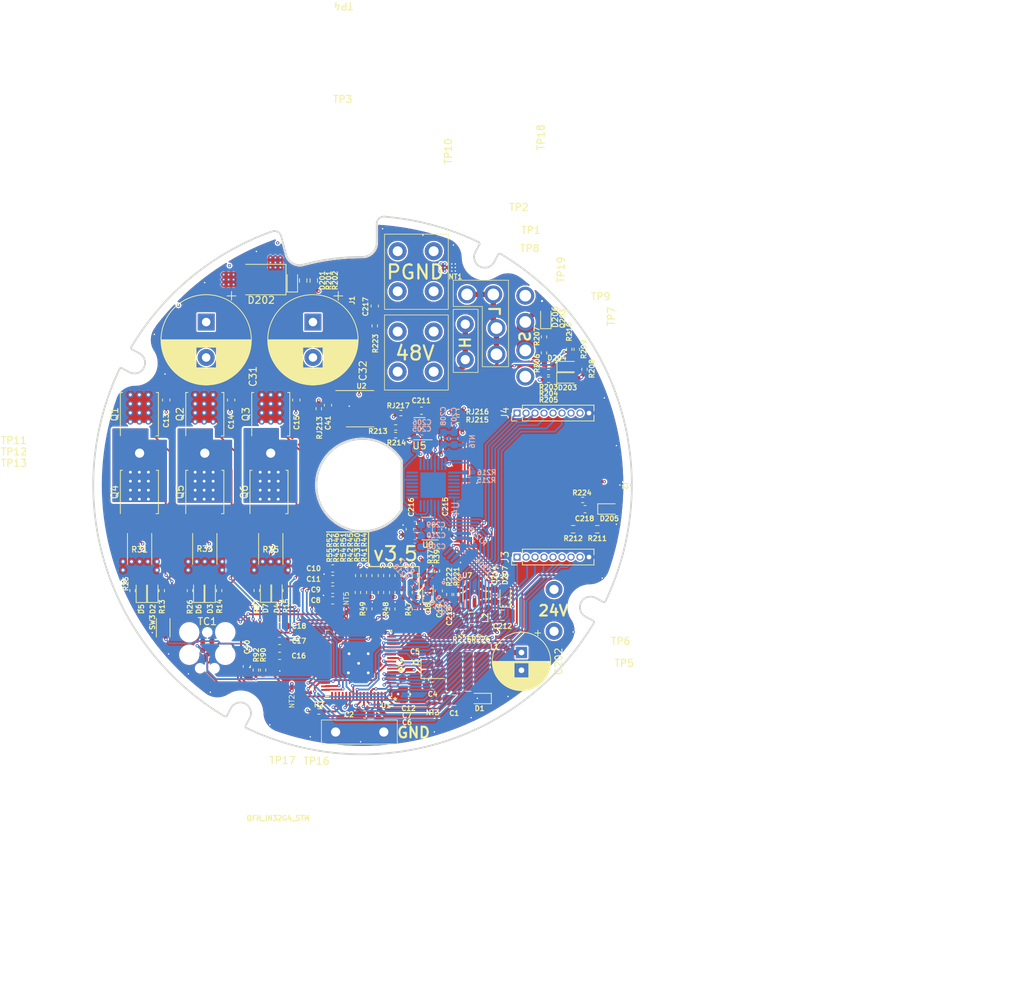
<source format=kicad_pcb>
(kicad_pcb (version 20211014) (generator pcbnew)
  (layers (0 "F.Cu" signal) (1 "In1.Cu" signal) (2 "In2.Cu" signal) (31 "B.Cu" signal) (34 "B.Paste" user) (35 "F.Paste" user) (36 "B.SilkS" user "B.Silkscreen") (37 "F.SilkS" user "F.Silkscreen") (38 "B.Mask" user) (39 "F.Mask" user) (44 "Edge.Cuts" user))
  (net 0 "")
  (net 1 "GND")
  (net 2 "/GHS1_MOS")
  (net 3 "/GHS2_MOS")
  (net 4 "VM")
  (net 5 "/GHS3_MOS")
  (net 6 "/OUT2")
  (net 7 "/OUT3")
  (net 8 "/GLS1_MOS")
  (net 9 "/VSHUNT1P")
  (net 10 "/GLS2_MOS")
  (net 11 "/VSHUNT2P")
  (net 12 "/GLS3_MOS")
  (net 13 "/VSHUNT3P")
  (net 14 "/OUT1")
  (net 15 "/BOOT1")
  (net 16 "/BOOT2")
  (net 17 "/BOOT3")
  (net 18 "Net-(C40-Pad2)")
  (net 19 "/GHS1")
  (net 20 "/GHS2")
  (net 21 "/GHS3")
  (net 22 "/GLS1")
  (net 23 "/GLS2")
  (net 24 "/GLS3")
  (net 25 "/OSC_IN")
  (net 26 "/OSC_OUT")
  (net 27 "/SW")
  (net 28 "/VCC")
  (net 29 "/SPI_MOSI")
  (net 30 "/SPI_MISO")
  (net 31 "/SPI_SCK")
  (net 32 "/VDD")
  (net 33 "/CAN_RX")
  (net 34 "/CAN_TX")
  (net 35 "/VBAT")
  (net 36 "/nRST")
  (net 37 "/OPP1")
  (net 38 "/OPO1")
  (net 39 "/OPN1")
  (net 40 "/OPO2")
  (net 41 "/OPP2")
  (net 42 "/OPN2")
  (net 43 "/OPP3")
  (net 44 "/OPO3")
  (net 45 "/OPN3")
  (net 46 "/VREF+")
  (net 47 "/VDDA")
  (net 48 "/UART_TX")
  (net 49 "/UART_RX")
  (net 50 "/SWDIO{slash}JTMS")
  (net 51 "/SWCLK{slash}JTCK")
  (net 52 "/PA15")
  (net 53 "/SWO{slash}JTDO")
  (net 54 "/VREGIN")
  (net 55 "Net-(C2-Pad2)")
  (net 56 "Net-(TP7-Pad1)")
  (net 57 "Net-(TP10-Pad1)")
  (net 58 "/VBUS")
  (net 59 "/MOTOR_TEMP")
  (net 62 "/A")
  (net 63 "/B")
  (net 66 "Net-(Q203-Pad5)")
  (net 69 "Net-(R211-Pad1)")
  (net 70 "/SEC_IN")
  (net 71 "/SEC_OUT")
  (net 72 "/BEARING_TEMP")
  (net 73 "/MA730_CS")
  (net 74 "Net-(D201-Pad1)")
  (net 75 "GNDPWR")
  (net 76 "Net-(R201-Pad1)")
  (net 77 "/SAFETY")
  (net 78 "Net-(D203-Pad1)")
  (net 79 "Net-(D204-Pad1)")
  (net 80 "Net-(Q203-Pad2)")
  (net 81 "Net-(Q203-Pad6)")
  (net 82 "Net-(D205-Pad1)")
  (net 83 "+3V3")
  (net 84 "Net-(D206-Pad1)")
  (net 85 "Net-(R2-Pad1)")
  (net 86 "Net-(C41-Pad1)")
  (net 87 "Net-(C203-Pad1)")
  (net 88 "Net-(C204-Pad2)")
  (net 89 "Net-(C205-Pad1)")
  (net 90 "Net-(C207-Pad1)")
  (net 91 "GNDA")
  (net 92 "Net-(C211-Pad1)")
  (net 93 "Net-(R213-Pad2)")
  (net 94 "Net-(R214-Pad2)")
  (net 95 "Net-(R215-Pad1)")
  (net 96 "+5V")
  (net 97 "Net-(R217-Pad2)")
  (net 98 "Net-(R219-Pad2)")
  (net 114 "Net-(C214-Pad1)")
  (net 115 "Net-(C214-Pad2)")
  (net 116 "Net-(R221-Pad1)")
  (net 117 "/BC_ENABLE")
  (net 120 "Net-(R225-Pad1)")
  (net 121 "/PD2")
  (net 122 "/PC13")
  (net 123 "/PB10")
  (net 124 "/PA8")
  (net 125 "/PB9")
  (net 126 "unconnected-(U1-Pad9)")
  (net 127 "unconnected-(U1-Pad10)")
  (net 128 "unconnected-(U1-Pad11)")
  (footprint "footprints:PinHeader_1x09_P1.27mm_Vertical" (layer "F.Cu") (at 170.3 94.84 90)
    (fp_text reference "J4")
    (fp_text value "Conn_01x11_Male")
  )
  (footprint "footprints:R_0402_1005Metric_Pad0.72x0.64mm_HandSolder" (layer "F.Cu") (at 155.9 120.16 -90)
    (fp_text reference "R41")
    (fp_text value "22k 1%")
  )
  (footprint "footprints:R_0402_1005Metric_Pad0.72x0.64mm_HandSolder" (layer "F.Cu") (at 161.7522 120.4394 -90)
    (fp_text reference "R221")
    (fp_text value "124k")
  )
  (footprint "footprints:R_0402_1005Metric_Pad0.72x0.64mm_HandSolder" (layer "F.Cu") (at 151.1 117.7724 -90)
    (fp_text reference "R51")
    (fp_text value "1.5k 1%")
  )
  (footprint "footprints:TSOP-5_1.65x3.05mm_P0.95mm" (layer "F.Cu") (at 157.678 111.143 180)
    (fp_text reference "U8")
    (fp_text value "NCP115")
  )
  (footprint "footprints:R_0402_1005Metric_Pad0.72x0.64mm_HandSolder" (layer "F.Cu") (at 157.9828 117.112 90)
    (fp_text reference "R37")
    (fp_text value "92k 1%")
  )
  (footprint "footprints:R_0402_1005Metric_Pad0.72x0.64mm_HandSolder" (layer "F.Cu") (at 174.7468 90.1326)
    (fp_text reference "R205")
    (fp_text value "10k")
  )
  (footprint "footprints:C_0805_2012Metric_Pad1.18x1.45mm_HandSolder" (layer "F.Cu") (at 168.2444 123.3604 180)
    (fp_text reference "C212")
    (fp_text value "4,7 uF")
  )
  (footprint "UNIVERSAL_JOINT:KEYS_3544" (layer "F.Cu") (at 171.4702 80.1296 90)
    (fp_text reference "TP18")
    (fp_text value "SAFETY")
  )
  (footprint "footprints:R_0402_1005Metric_Pad0.72x0.64mm_HandSolder" (layer "F.Cu") (at 179.8268 88.664 90)
    (fp_text reference "R208")
    (fp_text value "10k")
  )
  (footprint "footprints:CP_Radial_D12.5mm_P5.00mm" (layer "F.Cu") (at 141.5 82 -90)
    (fp_text reference "C32")
    (fp_text value "330uF 100V")
  )
  (footprint "footprints:R_0402_1005Metric_Pad0.72x0.64mm_HandSolder" (layer "F.Cu") (at 155.9 117.7724 -90)
    (fp_text reference "R44")
    (fp_text value "1.5k 1%")
  )
  (footprint "footprints:R_0402_1005Metric_Pad0.72x0.64mm_HandSolder" (layer "F.Cu") (at 155.9 122.488 -90)
    (fp_text reference "R47")
    (fp_text value "22k 1%")
  )
  (footprint "UNIVERSAL_JOINT:61-2348-11_0030" (layer "F.Cu") (at 163 87.3)
    (fp_text reference "TP9")
    (fp_text value "CANH")
  )
  (footprint "footprints:C_0603_1608Metric_Pad1.08x0.95mm_HandSolder" (layer "F.Cu") (at 132.1764 130.5994 90)
    (fp_text reference "C40")
    (fp_text value "100nF")
  )
  (footprint "footprints:D_0603_1608Metric_Pad1.05x0.95mm_HandSolder" (layer "F.Cu") (at 168.6254 120.5664 90)
    (fp_text reference "D207")
    (fp_text value "BAT48, 40 V")
  )
  (footprint "footprints:C_0603_1608Metric_Pad1.08x0.95mm_HandSolder" (layer "F.Cu") (at 136.8 127)
    (fp_text reference "C17")
    (fp_text value "1uF 25V")
  )
  (footprint "footprints:R_0402_1005Metric_Pad0.72x0.64mm_HandSolder" (layer "F.Cu") (at 162.5294 125.7359 180)
    (fp_text reference "R225")
    (fp_text value "33k")
  )
  (footprint "UNIVERSAL_JOINT:1-726388-2" (layer "F.Cu") (at 156 83.34)
    (fp_text reference "TP1")
    (fp_text value "48V")
  )
  (footprint "UNIVERSAL_JOINT:VLS201612HBX-100M-1" (layer "F.Cu") (at 163.9144 123.7414 180)
    (fp_text reference "L2")
    (fp_text value "10uH")
  )
  (footprint "footprints:R_0402_1005Metric_Pad0.72x0.64mm_HandSolder" (layer "F.Cu") (at 147.8482 120.16 -90)
    (fp_text reference "R55")
    (fp_text value "11k 1%")
  )
  (footprint "footprints:C_0603_1608Metric_Pad1.08x0.95mm_HandSolder" (layer "F.Cu") (at 144.2933 116.7684)
    (fp_text reference "C10")
    (fp_text value "1uF")
  )
  (footprint "UNIVERSAL_JOINT:61-2348-11_0030" (layer "F.Cu") (at 135.54 100.5)
    (fp_text reference "TP13")
    (fp_text value "1-726388-2")
  )
  (footprint "footprints:C_0603_1608Metric_Pad1.08x0.95mm_HandSolder" (layer "F.Cu") (at 136.8 124.9)
    (fp_text reference "C18")
    (fp_text value "1uF 25V")
  )
  (footprint "UNIVERSAL_JOINT:MP2456GJ-Z" (layer "F.Cu") (at 164.3074 120.4394 -90)
    (fp_text reference "U7")
    (fp_text value "MP2456")
  )
  (footprint "footprints:C_0603_1608Metric_Pad1.08x0.95mm_HandSolder" (layer "F.Cu") (at 160.178 111.243 -90)
    (fp_text reference "C215")
    (fp_text value "1uF")
  )
  (footprint "footprints:TDSON-8-1" (layer "F.Cu") (at 135.3 105.978 90)
    (fp_text reference "Q6")
    (fp_text value "STL100N10")
  )
  (footprint "footprints:CP_Radial_D12.5mm_P5.00mm" (layer "F.Cu") (at 126.436 82 -90)
    (fp_text reference "C31")
    (fp_text value "330uF 100V")
  )
  (footprint "footprints:R_0402_1005Metric_Pad0.72x0.64mm_HandSolder" (layer "F.Cu") (at 142.3364 136.9494 180)
    (fp_text reference "R2")
    (fp_text value "22k")
  )
  (footprint "footprints:R_0402_1005Metric_Pad0.72x0.64mm_HandSolder" (layer "F.Cu") (at 152.7 120.16 -90)
    (fp_text reference "R42")
    (fp_text value "22k 1%")
  )
  (footprint "footprints:D_0603_1608Metric_Pad1.05x0.95mm_HandSolder" (layer "F.Cu") (at 174.3658 81.2726 90)
    (fp_text reference "D206")
    (fp_text value "BAT30K")
  )
  (footprint "footprints:R_0603_1608Metric_Pad0.98x0.95mm_HandSolder" (layer "F.Cu") (at 178.2264 111.2314)
    (fp_text reference "R212")
    (fp_text value "4.7k 0,5W 5%")
  )
  (footprint "footprints:C_0603_1608Metric_Pad1.08x0.95mm_HandSolder" (layer "F.Cu") (at 148.8 137.375)
    (fp_text reference "C2")
    (fp_text value "220nF 100V")
  )
  (footprint "footprints:C_0603_1608Metric_Pad1.08x0.95mm_HandSolder" (layer "F.Cu") (at 150.2264 79.7314 90)
    (fp_text reference "C217")
    (fp_text value "100n")
  )
  (footprint "UNIVERSAL_JOINT:KEYS_3544" (layer "F.Cu") (at 171.4702 87.8512 90)
    (fp_text reference "TP19")
    (fp_text value "SAFETY")
  )
  (footprint "footprints:C_0603_1608Metric_Pad1.08x0.95mm_HandSolder" (layer "F.Cu") (at 139.15 93 90)
    (fp_text reference "C15")
    (fp_text value "220nF 100V")
  )
  (footprint "footprints:R_0402_1005Metric_Pad0.72x0.64mm_HandSolder" (layer "F.Cu") (at 153.1822 97.9604)
    (fp_text reference "R214")
    (fp_text value "10k")
  )
  (footprint "footprints:L_Wuerth_WE-PD2-Typ-MS" (layer "F.Cu") (at 163.4 131.3 180)
    (fp_text reference "L1")
    (fp_text value "18uH, 1A")
  )
  (footprint "footprints:TDSON-8-1" (layer "F.Cu") (at 117.008 105.978 90)
    (fp_text reference "Q4")
    (fp_text value "STL100N10")
  )
  (footprint "footprints:D_0603_1608Metric_Pad1.05x0.95mm_HandSolder" (layer "F.Cu") (at 157.7288 119.9314 90)
    (fp_text reference "D8")
    (fp_text value "BAT30K")
  )
  (footprint "footprints:R_0402_1005Metric_Pad0.72x0.64mm_HandSolder" (layer "F.Cu") (at 133.4464 131.1074 90)
    (fp_text reference "R92")
    (fp_text value "200")
  )
  (footprint "UNIVERSAL_JOINT:61-2348-11_0030" (layer "F.Cu") (at 175.5264 125.6314)
    (fp_text reference "TP5")
    (fp_text value "12V")
  )
  (footprint "footprints:R_0402_1005Metric_Pad0.72x0.64mm_HandSolder" (layer "F.Cu") (at 137.6628 119.9 90)
    (fp_text reference "R15")
    (fp_text value "33")
  )
  (footprint "Crystal:Crystal_SMD_2520-4Pin_2.5x2.0mm" (layer "F.Cu") (at 158.4 130.9)
    (fp_text reference "X1")
    (fp_text value "ECS-240-8-36B2-CKM-TR")
  )
  (footprint "footprints:C_0603_1608Metric_Pad1.08x0.95mm_HandSolder" (layer "F.Cu") (at 156.8144 94.506)
    (fp_text reference "C211")
    (fp_text value "100 nF")
  )
  (footprint "footprints:R_0402_1005Metric_Pad0.72x0.64mm_HandSolder" (layer "F.Cu") (at 174.1118 86.3526 -90)
    (fp_text reference "R206")
    (fp_text value "10k")
  )
  (footprint "UNIVERSAL_JOINT:61-2348-11_0030" (layer "F.Cu") (at 163 82.3 -90)
    (fp_text reference "TP10")
    (fp_text value "CANH")
  )
  (footprint "footprints:R_0402_1005Metric_Pad0.72x0.64mm_HandSolder" (layer "F.Cu") (at 147.9 117.7724 -90)
    (fp_text reference "R52")
    (fp_text value "1.5k 1%")
  )
  (footprint "UNIVERSAL_JOINT:61-2348-11_0030" (layer "F.Cu") (at 151.5 139.85)
    (fp_text reference "TP16")
    (fp_text value "GND")
  )
  (footprint "footprints:R_0402_1005Metric_Pad0.72x0.64mm_HandSolder" (layer "F.Cu") (at 158.9988 117.112 -90)
    (fp_text reference "R39")
    (fp_text value "3.9k 1%")
  )
  (footprint "footprints:C_0603_1608Metric_Pad1.08x0.95mm_HandSolder" (layer "F.Cu") (at 155.178 111.243 -90)
    (fp_text reference "C216")
    (fp_text value "1uF Ceramic")
  )
  (footprint "UNIVERSAL_JOINT:61-2348-11_0030" (layer "F.Cu") (at 175.5264 119.7314)
    (fp_text reference "TP6")
    (fp_text value "12V")
  )
  (footprint "UNIVERSAL_JOINT:KEYS_3544" (layer "F.Cu") (at 165.1 78.1)
    (fp_text reference "TP8")
    (fp_text value "CANL")
  )
  (footprint "footprints:R_0402_1005Metric_Pad0.72x0.64mm_HandSolder" (layer "F.Cu") (at 149.4484 122.4714 -90)
    (fp_text reference "R49")
    (fp_text value "22k 1%")
  )
  (footprint "footprints:SOT-23-5" (layer "F.Cu") (at 156.535 97.046 180)
    (fp_text reference "U5")
    (fp_text value "24CW16X")
  )
  (footprint "footprints:SO-8_3.9x4.9mm_P1.27mm" (layer "F.Cu") (at 148.153 94.2266)
    (fp_text reference "U2")
    (fp_text value "TCAN332G")
  )
  (footprint "footprints:C_0603_1608Metric_Pad1.08x0.95mm_HandSolder" (layer "F.Cu") (at 161.8944 123.4874 90)
    (fp_text reference "C213")
    (fp_text value "10 uF")
  )
  (footprint "UNIVERSAL_JOINT:BM02B-SRSS-TB" (layer "F.Cu") (at 148.5086 73.6725 180)
    (fp_text reference "J1")
    (fp_text value "BM02B-SRSS-TB")
  )
  (footprint "footprints:R_0603_1608Metric_Pad0.98x0.95mm_HandSolder" (layer "F.Cu") (at 140.1264 76.1314 -90)
    (fp_text reference "R201")
    (fp_text value "4.7k 0,5W 5%")
  )
  (footprint "footprints:D_SMB" (layer "F.Cu") (at 134.15 76 180)
    (fp_text reference "D202")
    (fp_text value "SMBJ48A-TR")
  )
  (footprint "footprints:NetTie-2_SMD_Pad0.5mm" (layer "F.Cu") (at 146.2 123 90)
    (fp_text reference "NT5")
    (fp_text value "NetTie_2")
  )
  (footprint "footprints:D_0603_1608Metric_Pad1.05x0.95mm_HandSolder" (layer "F.Cu") (at 125.3946 119.9 90)
    (fp_text reference "D6")
    (fp_text value "BAT48, 40 V")
  )
  (footprint "footprints:R_2512_6332Metric_Pad1.40x3.35mm_HandSolder" (layer "F.Cu") (at 135.55 114 -90)
    (fp_text reference "R35")
    (fp_text value "5m 1% 3W")
  )
  (footprint "footprints:D_0603_1608Metric_Pad1.05x0.95mm_HandSolder" (layer "F.Cu") (at 126.9948 119.9 90)
    (fp_text reference "D3")
    (fp_text value "BAT48, 40 V")
  )
  (footprint "footprints:R_0402_1005Metric_Pad0.72x0.64mm_HandSolder" (layer "F.Cu") (at 174.742 89.0658)
    (fp_text reference "R204")
    (fp_text value "1k")
  )
  (footprint "footprints:R_0402_1005Metric_Pad0.72x0.64mm_HandSolder" (layer "F.Cu") (at 120.1622 119.9 90)
    (fp_text reference "R13")
    (fp_text value "33")
  )
  (footprint "footprints:R_0402_1005Metric_Pad0.72x0.64mm_HandSolder" (layer "F.Cu") (at 133.5734 119.8806 90)
    (fp_text reference "R27")
    (fp_text value "33")
  )
  (footprint "footprints:C_0603_1608Metric_Pad1.08x0.95mm_HandSolder" (layer "F.Cu") (at 129.962 93 90)
    (fp_text reference "C14")
    (fp_text value "220nF 100V")
  )
  (footprint "footprints:C_0603_1608Metric_Pad1.08x0.95mm_HandSolder" (layer "F.Cu") (at 155.07 135.3 180)
    (fp_text reference "C6")
    (fp_text value "10uF")
  )
  (footprint "footprints:D_0603_1608Metric_Pad1.05x0.95mm_HandSolder" (layer "F.Cu") (at 165.0186 135.1206 180)
    (fp_text reference "D1")
    (fp_text value "STPS1H100A")
  )
  (footprint "footprints:R_0402_1005Metric_Pad0.72x0.64mm_HandSolder" (layer "F.Cu") (at 153.1822 96.8682)
    (fp_text reference "R213")
    (fp_text value "10k")
  )
  (footprint "footprints:C_0603_1608Metric_Pad1.08x0.95mm_HandSolder" (layer "F.Cu") (at 167.1014 120.5664 -90)
    (fp_text reference "C214")
    (fp_text value "100nF")
  )
  (footprint "footprints:R_0402_1005Metric_Pad0.72x0.64mm_HandSolder" (layer "F.Cu") (at 174.7468 88.0036 180)
    (fp_text reference "R203")
    (fp_text value "1,5k")
  )
  (footprint "footprints:NetTie-2_SMD_Pad0.5mm" (layer "F.Cu") (at 138.5264 133.5314 90)
    (fp_text reference "NT2")
    (fp_text value "NetTie_2")
  )
  (footprint "footprints:R_2512_6332Metric_Pad1.40x3.35mm_HandSolder" (layer "F.Cu") (at 117.04 114 -90)
    (fp_text reference "R31")
    (fp_text value "5m 1% 3W")
  )
  (footprint "footprints:R_0402_1005Metric_Pad0.72x0.64mm_HandSolder" (layer "F.Cu") (at 134.4624 131.1074 -90)
    (fp_text reference "R90")
    (fp_text value "100k")
  )
  (footprint "footprints:R_0402_1005Metric_Pad0.72x0.64mm_HandSolder" (layer "F.Cu") (at 161.9839 95.8014)
    (fp_text reference "RJ215")
    (fp_text value "0")
  )
  (footprint "footprints:R_0402_1005Metric_Pad0.72x0.64mm_HandSolder" (layer "F.Cu") (at 153.9188 94.8362 180)
    (fp_text reference "RJ217")
    (fp_text value "0")
  )
  (footprint "footprints:R_0402_1005Metric_Pad0.72x0.64mm_HandSolder" (layer "F.Cu") (at 154.3 120.16 -90)
    (fp_text reference "R53")
    (fp_text value "11k 1%")
  )
  (footprint "footprints:D_0603_1608Metric_Pad1.05x0.95mm_HandSolder" (layer "F.Cu") (at 138.6 76.1 90)
    (fp_text reference "D201")
    (fp_text value "GREEN")
  )
  (footprint "UNIVERSAL_JOINT:1-726388-2" (layer "F.Cu") (at 156 77.66)
    (fp_text reference "TP3")
    (fp_text value "GND")
  )
  (footprint "footprints:D_0603_1608Metric_Pad1.05x0.95mm_HandSolder" (layer "F.Cu") (at 177.5916 88.283)
    (fp_text reference "D204")
    (fp_text value "RED")
  )
  (footprint "footprints:R_0402_1005Metric_Pad0.72x0.64mm_HandSolder" (layer "F.Cu") (at 149.4484 120.16 -90)
    (fp_text reference "R43")
    (fp_text value "22k 1%")
  )
  (footprint "footprints:R_0402_1005Metric_Pad0.72x0.64mm_HandSolder" (layer "F.Cu") (at 152.7 122.488 -90)
    (fp_text reference "R48")
    (fp_text value "22k 1%")
  )
  (footprint "footprints:R_0402_1005Metric_Pad0.72x0.64mm_HandSolder" (layer "F.Cu") (at 177.6678 85.8446 -90)
    (fp_text reference "R210")
    (fp_text value "100")
  )
  (footprint "UNIVERSAL_JOINT:SOT363" (layer "F.Cu") (at 175.8136 84.3206 -90)
    (fp_text reference "Q203")
    (fp_text value "BSS138PS")
  )
  (footprint "footprints:R_0402_1005Metric_Pad0.72x0.64mm_HandSolder" (layer "F.Cu") (at 152.7 117.7724 -90)
    (fp_text reference "R45")
    (fp_text value "1.5k 1%")
  )
  (footprint "footprints:NetTie-2_SMD_Pad0.5mm" (layer "F.Cu") (at 160.6 74.3 180)
    (fp_text reference "NT1")
    (fp_text value "NetTie_2")
  )
  (footprint "footprints:D_0603_1608Metric_Pad1.05x0.95mm_HandSolder" (layer "F.Cu") (at 134.818 119.8806 90)
    (fp_text reference "D7")
    (fp_text value "BAT48, 40 V")
  )
  (footprint "footprints:NetTie-2_SMD_Pad0.5mm" (layer "F.Cu") (at 158.4 135.8 180)
    (fp_text reference "NT3")
    (fp_text value "NetTie_2")
  )
  (footprint "footprints:R_0402_1005Metric_Pad0.72x0.64mm_HandSolder" (layer "F.Cu") (at 150.2264 82.5314 -90)
    (fp_text reference "R223")
    (fp_text value "10k 1%")
  )
  (footprint "footprints:C_0603_1608Metric_Pad1.08x0.95mm_HandSolder" (layer "F.Cu") (at 144.2933 118.2684)
    (fp_text reference "C11")
    (fp_text value "100nF")
  )
  (footprint "footprints:TDSON-8-1" (layer "F.Cu") (at 126.24 105.978 90)
    (fp_text reference "Q5")
    (fp_text value "STL100N10")
  )
  (footprint "footprints:R_0402_1005Metric_Pad0.72x0.64mm_HandSolder" (layer "F.Cu") (at 116.0474 119.9 90)
    (fp_text reference "R25")
    (fp_text value "33")
  )
  (footprint "footprints:CP_Radial_D8.0mm_P2.50mm" (layer "F.Cu") (at 170.9264 128.6314 -90)
    (fp_text reference "C202")
    (fp_text value "220uF 100V")
  )
  (footprint "UNIVERSAL_JOINT:1-726388-2" (layer "F.Cu") (at 156 89)
    (fp_text reference "TP2")
    (fp_text value "48V")
  )
  (footprint "footprints:R_0402_1005Metric_Pad0.72x0.64mm_HandSolder" (layer "F.Cu") (at 128.2648 119.9 90)
    (fp_text reference "R14")
    (fp_text value "33")
  )
  (footprint "footprints:R_0402_1005Metric_Pad0.72x0.64mm_HandSolder" (layer "F.Cu") (at 174.1118 84.092 -90)
    (fp_text reference "R207")
    (fp_text value "100")
  )
  (footprint "footprints:R_0402_1005Metric_Pad0.72x0.64mm_HandSolder" (layer "F.Cu") (at 142.3264 94.2314 90)
    (fp_text reference "RJ213")
    (fp_text value "0")
  )
  (footprint "footprints:C_0603_1608Metric_Pad1.08x0.95mm_HandSolder" (layer "F.Cu") (at 155.07 133.8 180)
    (fp_text reference "C7")
    (fp_text value "100nF")
  )
  (footprint "footprints:R_2512_6332Metric_Pad1.40x3.35mm_HandSolder" (layer "F.Cu") (at 126.24 114 -90)
    (fp_text reference "R33")
    (fp_text value "5m 1% 3W")
  )
  (footprint "footprints:TDSON-8-1" (layer "F.Cu") (at 126.24 95 90)
    (fp_text reference "Q2")
    (fp_text value "STL100N10")
  )
  (footprint "footprints:R_0402_1005Metric_Pad0.72x0.64mm_HandSolder" (layer "F.Cu") (at 151.1 120.16 -90)
    (fp_text reference "R54")
    (fp_text value "11k 1%")
  )
  (footprint "UNIVERSAL_JOINT:61-2348-11_0030" (layer "F.Cu") (at 126.24 100.5)
    (fp_text reference "TP12")
    (fp_text value "1-726388-2")
  )
  (footprint "footprints:D_0603_1608Metric_Pad1.05x0.95mm_HandSolder" (layer "F.Cu") (at 117.292 119.906 90)
    (fp_text reference "D5")
    (fp_text value "BAT48, 40 V")
  )
  (footprint "footprints:R_0402_1005Metric_Pad0.72x0.64mm_HandSolder" (layer "F.Cu") (at 179.5667 107.1061)
    (fp_text reference "R224")
    (fp_text value "10k 1%")
  )
  (footprint "footprints:D_0603_1608Metric_Pad1.05x0.95mm_HandSolder" (layer "F.Cu") (at 136.4182 119.8806 90)
    (fp_text reference "D4")
    (fp_text value "BAT48, 40 V")
  )
  (footprint "UNIVERSAL_JOINT:61-2348-11_0030" (layer "F.Cu") (at 144.7 139.85)
    (fp_text reference "TP17")
    (fp_text value "GND")
  )
  (footprint "UNIVERSAL_JOINT:TC2030-IDC" (layer "F.Cu") (at 126.5884 128.3134 -90)
    (fp_text reference "TC1")
    (fp_text value "TC2030-IDC")
  )
  (footprint "footprints:D_0603_1608Metric_Pad1.05x0.95mm_HandSolder" (layer "F.Cu") (at 118.9 119.9 90)
    (fp_text reference "D2")
    (fp_text value "BAT48, 40 V")
  )
  (footprint "footprints:C_0603_1608Metric_Pad1.08x0.95mm_HandSolder" (layer "F.Cu") (at 143.6264 93.7314 90)
    (fp_text reference "C41")
    (fp_text value "100 nF")
  )
  (footprint "footprints:D_0603_1608Metric_Pad1.05x0.95mm_HandSolder" (layer "F.Cu") (at 183.3514 108.3771)
    (fp_text reference "D205")
    (fp_text value "GREEN")
  )
  (footprint "footprints:R_0402_1005Metric_Pad0.72x0.64mm_HandSolder" (layer "F.Cu") (at 161.996 94.6838)
    (fp_text reference "RJ216")
    (fp_text value "0")
  )
  (footprint "footprints:C_0603_1608Metric_Pad1.08x0.95mm_HandSolder" (layer "F.Cu") (at 144.2933 119.7684)
    (fp_text reference "C9")
    (fp_text value "100nF")
  )
  (footprint "footprints:PinHeader_1x09_P1.27mm_Vertical" (layer "F.Cu") (at 170.3 115.16 90)
    (fp_text reference "J3")
    (fp_text value "Conn_01x11_Male")
  )
  (footprint "footprints:C_0805_2012Metric_Pad1.18x1.45mm_HandSolder" (layer "F.Cu") (at 161.4372 135.3492 180)
    (fp_text reference "C1")
    (fp_text value "10uF 25v")
  )
  (footprint "UNIVERSAL_JOINT:61-2348-11_0030" (layer "F.Cu") (at 117.04 100.5)
    (fp_text reference "TP11")
    (fp_text value "1-726388-2")
  )
  (footprint "footprints:R_0402_1005Metric_Pad0.72x0.64mm_HandSolder" (layer "F.Cu") (at 154.3 117.7724 -90)
    (fp_text reference "R50")
    (fp_text value "1.5k 1%")
  )
  (footprint "footprints:C_0603_1608Metric_Pad1.08x0.95mm_HandSolder" (layer "F.Cu") (at 120.8 93 90)
    (fp_text reference "C13")
    (fp_text value "220nF 100V")
  )
  (footprint "footprints:C_0603_1608Metric_Pad1.08x0.95mm_HandSolder" (layer "F.Cu") (at 158.4 128.5)
    (fp_text reference "C5")
    (fp_text value "6.8pF")
  )
  (footprint "footprints:C_0603_1608Metric_Pad1.08x0.95mm_HandSolder" (layer "F.Cu") (at 144.2933 121.2684)
    (fp_text reference "C8")
    (fp_text value "1uF")
  )
  (footprint "footprints:R_0402_1005Metric_Pad0.72x0.64mm_HandSolder" (layer "F.Cu") (at 124.15 119.9 90)
    (fp_text reference "R26")
    (fp_text value "33")
  )
  (footprint "footprints:R_0402_1005Metric_Pad0.72x0.64mm_HandSolder" (layer "F.Cu") (at 164.9424 125.7359)
    (fp_text reference "R226")
    (fp_text value "100k")
  )
  (footprint "footprints:D_0603_1608Metric_Pad1.05x0.95mm_HandSolder" (layer "F.Cu") (at 177.5666 89.883)
    (fp_text reference "D203")
    (fp_text value "GREEN")
  )
  (footprint "UNIVERSAL_JOINT:KEYS_3544" (layer "F.Cu") (at 167.4 84.7 90)
    (fp_text reference "TP7")
    (fp_text value "CANL")
  )
  (footprint "footprints:TDSON-8-1" (layer "F.Cu") (at 135.55 95 90)
    (fp_text reference "Q3")
    (fp_text value "STL100N10")
  )
  (footprint "footprints:C_0603_1608Metric_Pad1.08x0.95mm_HandSolder" (layer "F.Cu") (at 136.8 129.1)
    (fp_text reference "C16")
    (fp_text value "1uF 25V")
  )
  (footprint "footprints:C_0603_1608Metric_Pad1.08x0.95mm_HandSolder" (layer "F.Cu") (at 155 132.3 180)
    (fp_text reference "C12")
    (fp_text value "100nF")
  )
  (footprint "footprints:C_0603_1608Metric_Pad1.08x0.95mm_HandSolder" (layer "F.Cu") (at 159.2528 119.9314 90)
    (fp_text reference "C19")
    (fp_text value "33nF")
  )
  (footprint "footprints:R_0402_1005Metric_Pad0.72x0.64mm_HandSolder" (layer "F.Cu") (at 149.4484 117.7724 -90)
    (fp_text reference "R46")
    (fp_text value "1.5k 1%")
  )
  (footprint "footprints:R_0603_1608Metric_Pad0.98x0.95mm_HandSolder" (layer "F.Cu") (at 181.6264 111.2314)
    (fp_text reference "R211")
    (fp_text value "4.7k 0,5W 5%")
  )
  (footprint "footprints:R_0402_1005Metric_Pad0.72x0.64mm_HandSolder" (layer "F.Cu") (at 160.7514 120.4394 -90)
    (fp_text reference "R222")
    (fp_text value "23,7k")
  )
  (footprint "footprints:C_0603_1608Metric_Pad1.08x0.95mm_HandSolder" (layer "F.Cu") (at 179.8969 108.4015)
    (fp_text reference "C218")
    (fp_text value "100n")
  )
  (footprint "footprints:NetTie-2_SMD_Pad0.5mm" (layer "F.Cu") (at 155.25 131.05 180)
    (fp_text reference "NT4")
    (fp_text value "NetTie_2")
  )
  (footprint "footprints:TDSON-8-1" (layer "F.Cu") (at 117.008 95 90)
    (fp_text reference "Q1")
    (fp_text value "STL100N10")
  )
  (footprint "footprints:R_0402_1005Metric_Pad0.72x0.64mm_HandSolder" (layer "F.Cu") (at 178.7346 85.8446 90)
    (fp_text reference "R209")
    (fp_text value "1,1k")
  )
  (footprint "UNIVERSAL_JOINT:SW_EVP-BB2A9B000" (layer "F.Cu") (at 120.3654 125.1384 -90)
    (fp_text reference "SW3")
    (fp_text value "EVP-BB2A9B000")
  )
  (footprint "UNIVERSAL_JOINT:BM02B-SRSS-TB" (layer "F.Cu") (at 185.0639 105 90)
    (fp_text reference "J2")
    (fp_text value "BM02B-SRSS-TB")
  )
  (footprint "footprints:C_0603_1608Metric_Pad1.08x0.95mm_HandSolder" (layer "F.Cu") (at 158.4 133.3 180)
    (fp_text reference "C4")
    (fp_text value "6.8pF")
  )
  (footprint "UNIVERSAL_JOINT:1-726388-2" (layer "F.Cu") (at 156 72 180)
    (fp_text reference "TP4")
    (fp_text value "GND")
  )
  (footprint "UNIVERSAL_JOINT:STSPIN32G4" (layer "F.Cu") (at 147.950063 130.1574 180)
    (fp_text reference "U1")
    (fp_text value "QFN_IN32G4_STM")
  )
  (footprint "footprints:R_0603_1608Metric_Pad0.98x0.95mm_HandSolder" (layer "F.Cu") (at 141.6264 76.1314 90)
    (fp_text reference "R202")
    (fp_text value "4.7k 0,5W 5%")
  )
  (footprint "footprints:C_0603_1608Metric_Pad1.08x0.95mm_HandSolder" (layer "B.Cu") (at 159.9386 98.443 -90)
    (fp_text reference "C208")
    (fp_text value "1 uF")
  )
  (footprint "footprints:C_0603_1608Metric_Pad1.08x0.95mm_HandSolder" (layer "B.Cu") (at 155.9 110.635 180)
    (fp_text reference "C209")
    (fp_text value "100 nF")
  )
  (footprint "footprints:R_0402_1005Metric_Pad0.72x0.64mm_HandSolder" (layer "B.Cu") (at 163.5264 104.285)
    (fp_text reference "R215")
    (fp_text value "10k")
  )
  (footprint "footprints:C_0603_1608Metric_Pad1.08x0.95mm_HandSolder" (layer "B.Cu") (at 155.9 113.7084 180)
    (fp_text reference "C203")
    (fp_text value "100 nF")
  )
  (footprint "footprints:R_0402_1005Metric_Pad0.72x0.64mm_HandSolder" (layer "B.Cu") (at 163.9264 113.0734 135)
    (fp_text reference "RJ218")
    (fp_text value "0")
  )
  (footprint "footprints:NetTie-2_SMD_Pad0.5mm" (layer "B.Cu") (at 162.9104 98.8494 -90)
    (fp_text reference "NT6")
    (fp_text value "NetTie_2")
  )
  (footprint "UNIVERSAL_JOINT:oDFN8-3x3" (layer "B.Cu") (at 159.9 116.398756 45)
    (fp_text reference "U3")
    (fp_text value "iC-PX3212")
  )
  (footprint "footprints:C_0603_1608Metric_Pad1.08x0.95mm_HandSolder" (layer "B.Cu") (at 156.8906 99.9314)
    (fp_text reference "C205")
    (fp_text value "100 nF")
  )
  (footprint "footprints:C_0603_1608Metric_Pad1.08x0.95mm_HandSolder" (layer "B.Cu") (at 155.9 112.1844 180)
    (fp_text reference "C210")
    (fp_text value "1 uF")
  )
  (footprint "footprints:R_0402_1005Metric_Pad0.72x0.64mm_HandSolder" (layer "B.Cu") (at 156.4334 118.2804 -45)
    (fp_text reference "R217")
    (fp_text value "10k")
  )
  (footprint "footprints:R_0402_1005Metric_Pad0.72x0.64mm_HandSolder" (layer "B.Cu") (at 155.6714 119.0424 135)
    (fp_text reference "R218")
    (fp_text value "NM")
  )
  (footprint "footprints:C_0603_1608Metric_Pad1.08x0.95mm_HandSolder" (layer "B.Cu") (at 161.4386 98.443 -90)
    (fp_text reference "C207")
    (fp_text value "100 nF")
  )
  (footprint "footprints:C_0603_1608Metric_Pad1.08x0.95mm_HandSolder" (layer "B.Cu") (at 156.8906 98.4314)
    (fp_text reference "C206")
    (fp_text value "1 uF")
  )
  (footprint "footprints:C_0603_1608Metric_Pad1.08x0.95mm_HandSolder" (layer "B.Cu") (at 163.2914 114.2164 135)
    (fp_text reference "C204")
    (fp_text value "100 nF")
  )
  (footprint "footprints:R_0402_1005Metric_Pad0.72x0.64mm_HandSolder" (layer "B.Cu") (at 163.5264 103.2182 180)
    (fp_text reference "R216")
    (fp_text value "10k")
  )
  (footprint "footprints:R_0402_1005Metric_Pad0.72x0.64mm_HandSolder" (layer "B.Cu") (at 158.0844 119.9314 135)
    (fp_text reference "R219")
    (fp_text value "10k")
  )
  (footprint "footprints:R_0402_1005Metric_Pad0.72x0.64mm_HandSolder" (layer "B.Cu") (at 157.3224 120.6934 -45)
    (fp_text reference "R220")
    (fp_text value "NM")
  )
  (footprint "UNIVERSAL_JOINT:oQFN32-5x5" (layer "B.Cu") (at 158.45 105 180)
    (fp_text reference "U4")
    (fp_text value "iC-PZ2656")
  )
  (gr_line (start 165.4 88.3) (end 165.4 79.8) (layer "F.SilkS") (width 0.1))
  (gr_line (start 165.4 79.8) (end 161.3 79.8) (layer "F.SilkS") (width 0.1))
  (gr_line (start 156.4842 116.5024) (end 149.3468 116.5024) (layer "F.SilkS") (width 0.1524))
  (gr_rect (start 151.6 81) (end 160.6 91.6) (layer "F.SilkS") (width 0.1) (fill none))
  (gr_rect (start 151.6 69.6) (end 160.6 80.2) (layer "F.SilkS") (width 0.1) (fill none))
  (gr_line (start 169.1 76.1) (end 169.1 88.3) (layer "F.SilkS") (width 0.1))
  (gr_line (start 169.1 88.3) (end 165.4 88.3) (layer "F.SilkS") (width 0.1))
  (gr_line (start 149.3468 111.6256) (end 143.4286 111.6256) (layer "F.SilkS") (width 0.1524))
  (gr_rect (start 142.7 138.15) (end 153.4 141.55) (layer "F.SilkS") (width 0.1) (fill none))
  (gr_line (start 161.3 76.1) (end 169.1 76.1) (layer "F.SilkS") (width 0.1))
  (gr_line (start 161.3 79.8) (end 161.3 76.1) (layer "F.SilkS") (width 0.1))
  (gr_rect (start 161.3 80.2) (end 164.8 89.1) (layer "F.SilkS") (width 0.1) (fill none))
  (gr_line (start 149.3468 116.5024) (end 149.3468 111.6256) (layer "F.SilkS") (width 0.1524))
  (gr_line (start 156.4842 121.2522) (end 156.4842 116.5024) (layer "F.SilkS") (width 0.1524))
  (gr_arc (start 129.015575 137.624488) (mid 112.123776 115.989557) (end 114.211174 88.620855) (layer "Edge.Cuts") (width 0.25))
  (gr_line (start 181.379181 120.920409) (end 182.445143 121.491734) (layer "Edge.Cuts") (width 0.25))
  (gr_line (start 164.420409 72.120819) (end 164.991734 71.054857) (layer "Edge.Cuts") (width 0.25))
  (gr_arc (start 140.166027 73.897188) (mid 138.648389 73.697382) (end 137.716537 72.482975) (layer "Edge.Cuts") (width 0.25))
  (gr_arc (start 129.364109 137.527952) (mid 129.210501 137.65078) (end 129.015575 137.624488) (layer "Edge.Cuts") (width 0.25))
  (gr_line (start 150.5 70.8) (end 150.5 68.121822) (layer "Edge.Cuts") (width 0.25))
  (gr_arc (start 115.875512 85.515575) (mid 124.379302 75.636894) (end 135.721163 69.213113) (layer "Edge.Cuts") (width 0.25))
  (gr_arc (start 181.124488 124.484425) (mid 159.489557 141.376224) (end 132.120855 139.288826) (layer "Edge.Cuts") (width 0.25))
  (gr_arc (start 135.721163 69.213113) (mid 136.521872 69.269302) (end 137.023374 69.896054) (layer "Edge.Cuts") (width 0.25))
  (gr_arc (start 132.120855 139.288826) (mid 131.991002 139.141068) (end 132.008266 138.945143) (layer "Edge.Cuts") (width 0.25))
  (gr_arc (start 167.635891 72.472048) (mid 167.789499 72.34922) (end 167.984425 72.375512) (layer "Edge.Cuts") (width 0.25))
  (gr_arc (start 181.027952 124.135891) (mid 181.15078 124.289499) (end 181.124488 124.484425) (layer "Edge.Cuts") (width 0.25))
  (gr_arc (start 167.984425 72.375512) (mid 181.517617 86.189445) (end 186.499794 104.875) (layer "Edge.Cuts") (width 0.25))
  (gr_line (start 117.03801 86.435433) (end 115.972048 85.864109) (layer "Edge.Cuts") (width 0.25))
  (gr_arc (start 150.5 70.8) (mid 149.914214 72.214214) (end 148.5 72.8) (layer "Edge.Cuts") (width 0.25))
  (gr_arc (start 186.499794 105.125) (mid 185.546733 113.458104) (end 182.788826 121.379145) (layer "Edge.Cuts") (width 0.25))
  (gr_arc (start 129.935433 136.46199) (mid 131.966094 135.848524) (end 132.579591 137.879181) (layer "Edge.Cuts") (width 0.25))
  (gr_arc (start 151.581081 67.125115) (mid 158.39394 68.310629) (end 164.879145 70.711174) (layer "Edge.Cuts") (width 0.25))
  (gr_arc (start 186.499794 105.125) (mid 186.375 105) (end 186.499794 104.875) (layer "Edge.Cuts") (width 0.25))
  (gr_arc (start 115.972048 85.864109) (mid 115.84922 85.710501) (end 115.875512 85.515575) (layer "Edge.Cuts") (width 0.25))
  (gr_line (start 132.579591 137.879181) (end 132.008266 138.945143) (layer "Edge.Cuts") (width 0.25))
  (gr_arc (start 114.211174 88.620855) (mid 114.358932 88.491002) (end 114.554857 88.508266) (layer "Edge.Cuts") (width 0.25))
  (gr_arc (start 140.166027 73.897188) (mid 144.297057 73.075475) (end 148.5 72.8) (layer "Edge.Cuts") (width 0.25))
  (gr_line (start 115.620819 89.079591) (end 114.554857 88.508266) (layer "Edge.Cuts") (width 0.25))
  (gr_arc (start 167.064567 73.53801) (mid 165.033906 74.151476) (end 164.420409 72.120819) (layer "Edge.Cuts") (width 0.25))
  (gr_arc (start 164.879145 70.711174) (mid 165.008998 70.858932) (end 164.991734 71.054857) (layer "Edge.Cuts") (width 0.25))
  (gr_line (start 179.96199 123.564567) (end 181.027952 124.135891) (layer "Edge.Cuts") (width 0.25))
  (gr_arc (start 179.96199 123.564567) (mid 179.348524 121.533906) (end 181.379181 120.920409) (layer "Edge.Cuts") (width 0.25))
  (gr_arc (start 182.788826 121.379145) (mid 182.641068 121.508998) (end 182.445143 121.491734) (layer "Edge.Cuts") (width 0.25))
  (gr_arc (start 117.03801 86.435433) (mid 117.651476 88.466094) (end 115.620819 89.079591) (layer "Edge.Cuts") (width 0.25))
  (gr_line (start 129.935433 136.46199) (end 129.364109 137.527952) (layer "Edge.Cuts") (width 0.25))
  (gr_line (start 154 101.535898) (end 154 108.464102) (layer "Edge.Cuts") (width 0.25))
  (gr_arc (start 150.5 68.121822) (mid 150.822158 67.386592) (end 151.581081 67.125115) (layer "Edge.Cuts") (width 0.25))
  (gr_line (start 137.716537 72.482975) (end 137.023374 69.896054) (layer "Edge.Cuts") (width 0.25))
  (gr_line (start 167.064567 73.53801) (end 167.635891 72.472048) (layer "Edge.Cuts") (width 0.25))
  (gr_arc (start 154 108.464102) (mid 142 105) (end 154 101.535898) (layer "Edge.Cuts") (width 0.25))
  (gr_text "S" (at 171.4448 84.0412 90) (layer "F.SilkS") (effects (font (size 1.5 1.5) (thickness 0.3)) (justify mirror)))
  (gr_text "H" (at 163 84.9 90) (layer "F.SilkS") (effects (font (size 1.5 1.5) (thickness 0.3)) (justify mirror)))
  (gr_text "GND" (at 155.7 139.9314) (layer "F.SilkS") (effects (font (size 1.5 1.5) (thickness 0.3))))
  (gr_text "PGND" (at 155.9508 74.948) (layer "F.SilkS") (effects (font (size 2 2) (thickness 0.3))))
  (gr_text "v3.5" (at 149.804 114.699) (layer "F.SilkS") (effects (font (size 2 2) (thickness 0.3)) (justify left)))
  (gr_text "48V" (at 155.9 86.378) (layer "F.SilkS") (effects (font (size 2 2) (thickness 0.3))))
  (gr_text "L" (at 167.2 80.4 90) (layer "F.SilkS") (effects (font (size 1.5 1.5) (thickness 0.3)) (justify mirror)))
  (gr_text "24V" (at 175.4264 122.7314) (layer "F.SilkS") (effects (font (size 1.5 1.5) (thickness 0.3))))
  (via (at 114.8264 118.6314) (size 0.46) (drill 0.2) (layers "F.Cu" "B.Cu") (net 0))
  (via (at 136.5264 70.8314) (size 0.46) (drill 0.2) (layers "F.Cu" "B.Cu") (net 0))
  (via (at 122.5264 79.6314) (size 0.46) (drill 0.2) (layers "F.Cu" "B.Cu") (net 0))
  (via (at 129.7264 74.0314) (size 0.46) (drill 0.2) (layers "F.Cu" "B.Cu") (net 0))
  (segment (start 132.578779 130.7264) (end 132.1764 131.128779) (width 0.25) (layer "F.Cu") (net 1))
  (segment (start 155.7625 135.3) (end 155.7625 134.5375) (width 0.6) (layer "F.Cu") (net 1))
  (segment (start 161.6 74.8) (end 161.1 74.3) (width 0.3) (layer "F.Cu") (net 1))
  (segment (start 161.6 74.3) (end 161.1 74.3) (width 0.3) (layer "F.Cu") (net 1))
  (segment (start 163.95 135.275) (end 164.125 135.1) (width 0.6) (layer "F.Cu") (net 1))
  (segment (start 132.1764 131.128779) (end 132.1764 131.4619) (width 0.25) (layer "F.Cu") (net 1))
  (segment (start 156.831604 128.5) (end 157.5375 128.5) (width 0.4) (layer "F.Cu") (net 1))
  (segment (start 159.2625 133.3) (end 159.2625 132.137478) (width 0.4) (layer "F.Cu") (net 1))
  (segment (start 155.2264 134.5314) (end 155.2325 134.5375) (width 0.6) (layer "F.Cu") (net 1))
  (segment (start 146.3496 93.5916) (end 146.629 93.871) (width 0.25) (layer "F.Cu") (net 1))
  (segment (start 147.4264 136.8314) (end 147.695 137.1) (width 0.25) (layer "F.Cu") (net 1))
  (segment (start 164.3074 119.089649) (end 164.3074 119.9314) (width 0.5) (layer "F.Cu") (net 1))
  (segment (start 161.6 73.8) (end 161.1 74.3) (width 0.3) (layer "F.Cu") (net 1))
  (segment (start 143.4308 121.2684) (end 143.4308 116.7684) (width 0.75) (layer "F.Cu") (net 1))
  (segment (start 158.838 111.143) (end 159.4155 111.143) (width 0.5) (layer "F.Cu") (net 1))
  (segment (start 162.7375 135.275) (end 163.475 135.275) (width 0.6) (layer "F.Cu") (net 1))
  (segment (start 159.2625 132.137478) (end 159.275 132.124978) (width 0.4) (layer "F.Cu") (net 1))
  (segment (start 156.789 97.046) (end 157.6725 97.046) (width 0.25) (layer "F.Cu") (net 1))
  (segment (start 159.4155 111.143) (end 160.178 110.3805) (width 0.5) (layer "F.Cu") (net 1))
  (segment (start 161.1 74.8) (end 161.1 74.3) (width 0.3) (layer "F.Cu") (net 1))
  (segment (start 155.7625 134.5375) (end 155.7625 132.3) (width 0.6) (layer "F.Cu") (net 1))
  (segment (start 159.275 132.124978) (end 159.275 131.6) (width 0.4) (layer "F.Cu") (net 1))
  (segment (start 156.418591 128.913013) (end 156.831604 128.5) (width 0.4) (layer "F.Cu") (net 1))
  (segment (start 162.5625 135.1) (end 162.7375 135.275) (width 0.6) (layer "F.Cu") (net 1))
  (segment (start 161.1 73.8) (end 161.1 74.3) (width 0.3) (layer "F.Cu") (net 1))
  (segment (start 155.2325 134.5375) (end 155.7625 134.5375) (width 0.6) (layer "F.Cu") (net 1))
  (segment (start 169.2819 124.00656) (end 168.69173 124.59673) (width 0.5) (layer "F.Cu") (net 1))
  (segment (start 163.475 135.275) (end 163.95 135.275) (width 0.6) (layer "F.Cu") (net 1))
  (segment (start 145.578 93.5916) (end 146.3496 93.5916) (width 0.25) (layer "F.Cu") (net 1))
  (segment (start 147.695 137.1) (end 147.9375 137.1) (width 0.25) (layer "F.Cu") (net 1))
  (segment (start 169.2819 123.3604) (end 169.2819 124.00656) (width 0.5) (layer "F.Cu") (net 1))
  (via (at 164.640994 104.725792) (size 0.4) (drill 0.2) (layers "F.Cu" "B.Cu") (net 1))
  (via (at 141.1264 140.5314) (size 0.46) (drill 0.2) (layers "F.Cu" "B.Cu") (net 1))
  (via (at 153.10098 121.5314) (size 0.46) (drill 0.2) (layers "F.Cu" "B.Cu") (net 1))
  (via (at 147.950063 130.1574) (size 0.8) (drill 0.4) (layers "F.Cu" "B.Cu") (net 1))
  (via (at 119.1264 83.7314) (size 0.46) (drill 0.2) (layers "F.Cu" "B.Cu") (net 1))
  (via (at 156.789 97.046) (size 0.4) (drill 0.2) (layers "F.Cu" "B.Cu") (net 1))
  (via (at 177.7 83.4) (size 0.46) (drill 0.2) (layers "F.Cu" "B.Cu") (net 1))
  (via (at 121.1264 128.8314) (size 0.46) (drill 0.2) (layers "F.Cu" "B.Cu") (net 1))
  (via (at 161.1 74.3) (size 0.46) (drill 0.2) (layers "F.Cu" "B.Cu") (net 1))
  (via (at 127.0264 134.2314) (size 0.46) (drill 0.2) (layers "F.Cu" "B.Cu") (net 1))
  (via (at 158.0844 109.3904) (size 0.46) (drill 0.2) (layers "F.Cu" "B.Cu") (net 1))
  (via (at 136.8264 131.2314) (size 0.46) (drill 0.2) (layers "F.Cu" "B.Cu") (net 1))
  (via (at 174.7264 130.0314) (size 0.46) (drill 0.2) (layers "F.Cu" "B.Cu") (net 1))
  (via (at 156.3455 121.470752) (size 0.46) (drill 0.2) (layers "F.Cu" "B.Cu") (net 1))
  (via (at 161.3264 71.1314) (size 0.46) (drill 0.2) (layers "F.Cu" "B.Cu") (net 1))
  (via (at 149.880211 121.5314) (size 0.46) (drill 0.2) (layers "F.Cu" "B.Cu") (net 1))
  (via (at 157.0264 69.7314) (size 0.46) (drill 0.2) (layers "F.Cu" "B.Cu") (net 1))
  (via (at 184.8264 104.9962) (size 0.46) (drill 0.2) (layers "F.Cu" "B.Cu") (net 1))
  (via (at 161.1 74.8) (size 0.46) (drill 0.2) (layers "F.Cu" "B.Cu") (net 1))
  (via (at 161.1 73.8) (size 0.46) (drill 0.2) (layers "F.Cu" "B.Cu") (net 1))
  (via (at 184.3264 99.4314) (size 0.46) (drill 0.2) (layers "F.Cu" "B.Cu") (net 1))
  (via (at 147.4264 136.8314) (size 0.46) (drill 0.2) (layers "F.Cu" "B.Cu") (net 1))
  (via (at 164.7 135.1) (size 0.46) (drill 0.2) (layers "F.Cu" "B.Cu") (net 1))
  (via (at 123.9264 131.6314) (size 0.46) (drill 0.2) (layers "F.Cu" "B.Cu") (net 1))
  (via (at 120.6264 89.3314) (size 0.46) (drill 0.2) (layers "F.Cu" "B.Cu") (net 1))
  (via (at 149.3 128.8) (size 0.8) (drill 0.4) (layers "F.Cu" "B.Cu") (net 1))
  (via (at 161.6 74.3) (size 0.46) (drill 0.2) (layers "F.Cu" "B.Cu") (net 1))
  (via (at 155.2264 134.5314) (size 0.56) (drill 0.3) (layers "F.Cu" "B.Cu") (net 1))
  (via (at 184.3264 110.5314) (size 0.46) (drill 0.2) (layers "F.Cu" "B.Cu") (net 1))
  (via (at 161.6 73.8) (size 0.46) (drill 0.2) (layers "F.Cu" "B.Cu") (net 1))
  (via (at 118.8264 125.8314) (size 0.46) (drill 0.2) (layers "F.Cu" "B.Cu") (net 1))
  (via (at 133.5264 72.0314) (size 0.46) (drill 0.2) (layers "F.Cu" "B.Cu") (net 1))
  (via (at 178.2264 125.7314) (size 0.46) (drill 0.2) (layers "F.Cu" "B.Cu") (net 1))
  (via (at 182.3264 118.1314) (size 0.46) (drill 0.2) (layers "F.Cu" "B.Cu") (net 1))
  (via (at 164.3074 119.9314) (size 0.46) (drill 0.2) (layers "F.Cu" "B.Cu") (net 1))
  (via (at 146.6 128.8) (size 0.8) (drill 0.4) (layers "F.Cu" "B.Cu") (net 1))
  (via (at 142.9968 120.5664) (size 0.46) (drill 0.2) (layers "F.Cu" "B.Cu") (net 1))
  (via (at 163.8264 137.8314) (size 0.46) (drill 0.2) (layers "F.Cu" "B.Cu") (net 1))
  (via (at 154.2236 110.635) (size 0.46) (drill 0.2) (layers "F.Cu" "B.Cu") (net 1))
  (via (at 151.3264 68.8314) (size 0.46) (drill 0.2) (layers "F.Cu" "B.Cu") (net 1))
  (via (at 135.4264 138.8314) (size 0.46) (drill 0.2) (layers "F.Cu" "B.Cu") (net 1))
  (via (at 169.0264 134.8314) (size 0.46) (drill 0.2) (layers "F.Cu" "B.Cu") (net 1))
  (via (at 160.2434 111.0414) (size 0.46) (drill 0.2) (layers "F.Cu" "B.Cu") (net 1))
  (via (at 149.3 131.5) (size 0.8) (drill 0.4) (layers "F.Cu" "B.Cu") (net 1))
  (via (at 146.5 131.5) (size 0.8) (drill 0.4) (layers "F.Cu" "B.Cu") (net 1))
  (via (at 146.629 93.871) (size 0.4) (drill 0.2) (layers "F.Cu" "B.Cu") (net 1))
  (via (at 162.3264 115.9314) (size 0.46) (drill 0.2) (layers "F.Cu" "B.Cu") (net 1))
  (via (at 182.6208 92.7026) (size 0.46) (drill 0.2) (layers "F.Cu" "B.Cu") (net 1))
  (via (at 143.073 117.5692) (size 0.46) (drill 0.2) (layers "F.Cu" "B.Cu") (net 1))
  (via (at 173.8264 79.0314) (size 0.6) (drill 0.3) (layers "F.Cu" "B.Cu") (net 1))
  (via (at 161.6 74.8) (size 0.46) (drill 0.2) (layers "F.Cu" "B.Cu") (net 1))
  (via (at 158.6264 139.8314) (size 0.46) (drill 0.2) (layers "F.Cu" "B.Cu") (net 1))
  (via (at 156.418591 128.913013) (size 0.46) (drill 0.2) (layers "F.Cu" "B.Cu") (net 1))
  (via (at 116.8264 122.6314) (size 0.46) (drill 0.2) (layers "F.Cu" "B.Cu") (net 1))
  (via (at 168.69173 124.59673) (size 0.46) (drill 0.2) (layers "F.Cu" "B.Cu") (net 1))
  (via (at 148.2264 141.2314) (size 0.46) (drill 0.2) (layers "F.Cu" "B.Cu") (net 1))
  (via (at 132.578779 130.7264) (size 0.46) (drill 0.2) (layers "F.Cu" "B.Cu") (net 1))
  (via (at 160 118.3) (size 0.4) (drill 0.2) (layers "F.Cu" "B.Cu") (net 1))
  (via (at 126.2264 76.4314) (size 0.46) (drill 0.2) (layers "F.Cu" "B.Cu") (net 1))
  (segment (start 162.79616 115.9314) (end 163.90128 114.82628) (width 0.5) (layer "B.Cu") (net 1))
  (segment (start 156.197263 121.470752) (end 155.0364 120.309889) (width 0.25) (layer "B.Cu") (net 1))
  (segment (start 164.564692 104.725792) (end 164.1239 104.285) (width 0.5) (layer "B.Cu") (net 1))
  (segment (start 155.0375 113.7084) (end 155.0375 110.635) (width 0.5) (layer "B.Cu") (net 1))
  (segment (start 155.0364 120.309889) (end 155.0364 118.832408) (width 0.25) (layer "B.Cu") (net 1))
  (segment (start 156.3455 121.470752) (end 157.39004 121.470752) (width 0.25) (layer "B.Cu") (net 1))
  (segment (start 160 118.3) (end 159.008172 118.3) (width 0.5) (layer "B.Cu") (net 1))
  (segment (start 157.39004 121.470752) (end 157.744896 121.115896) (width 0.25) (layer "B.Cu") (net 1))
  (segment (start 158.322304 118.315104) (end 158.313 118.3058) (width 0.25) (layer "B.Cu") (net 1))
  (segment (start 155.0375 110.635) (end 154.2236 110.635) (width 0.5) (layer "B.Cu") (net 1))
  (segment (start 164.640994 104.725792) (end 164.564692 104.725792) (width 0.5) (layer "B.Cu") (net 1))
  (segment (start 162.3264 115.9314) (end 162.157361 115.762361) (width 0.5) (layer "B.Cu") (net 1))
  (segment (start 156.3455 121.470752) (end 156.197263 121.470752) (width 0.25) (layer "B.Cu") (net 1))
  (segment (start 155.0364 118.832408) (end 155.248904 118.619904) (width 0.25) (layer "B.Cu") (net 1))
  (segment (start 162.157361 115.762361) (end 161.985965 115.762361) (width 0.5) (layer "B.Cu") (net 1))
  (segment (start 162.3264 115.9314) (end 162.79616 115.9314) (width 0.5) (layer "B.Cu") (net 1))
  (segment (start 159.008172 118.3) (end 158.733274 118.025102) (width 0.5) (layer "B.Cu") (net 1))
  (segment (start 119.994689 119.3025) (end 121.3359 117.961289) (width 0.25) (layer "F.Cu") (net 2))
  (segment (start 121.3359 117.961289) (end 121.3359 117.501511) (width 0.25) (layer "F.Cu") (net 2))
  (segment (start 119.1775 119.3025) (end 119.994689 119.3025) (width 0.25) (layer "F.Cu") (net 2))
  (segment (start 118.9 119.025) (end 119.1775 119.3025) (width 0.25) (layer "F.Cu") (net 2))
  (segment (start 121.3359 117.501511) (end 121.3264 117.492011) (width 0.25) (layer "F.Cu") (net 2))
  (segment (start 121.3264 117.492011) (end 121.3264 100.3134) (width 0.25) (layer "F.Cu") (net 2))
  (segment (start 121.3264 100.3134) (end 118.913 97.9) (width 0.25) (layer "F.Cu") (net 2))
  (segment (start 126.9694 119.025) (end 127.2469 119.3025) (width 0.25) (layer "F.Cu") (net 3))
  (segment (start 130.4764 100.2314) (end 128.145 97.9) (width 0.25) (layer "F.Cu") (net 3))
  (segment (start 129.466571 119.3025) (end 130.4764 118.292671) (width 0.25) (layer "F.Cu") (net 3))
  (segment (start 127.2469 119.3025) (end 129.466571 119.3025) (width 0.25) (layer "F.Cu") (net 3))
  (segment (start 130.4764 118.292671) (end 130.4764 100.2314) (width 0.25) (layer "F.Cu") (net 3))
  (segment (start 138.525 75.3) (end 138.6 75.225) (width 0.5) (layer "F.Cu") (net 4))
  (segment (start 157.9828 116.5145) (end 157.8425 116.5145) (width 0.5) (layer "F.Cu") (net 4))
  (segment (start 136.9445 92.1375) (end 136.82 92.262) (width 0.6) (layer "F.Cu") (net 4))
  (segment (start 139.1 92.1375) (end 136.9445 92.1375) (width 0.6) (layer "F.Cu") (net 4))
  (segment (start 127.5465 92.1375) (end 129.8 92.1375) (width 0.6) (layer "F.Cu") (net 4))
  (segment (start 136.9 72.9) (end 136.9 75.4) (width 0.75) (layer "F.Cu") (net 4))
  (segment (start 135.5 75.2) (end 136.3 76) (width 0.75) (layer "F.Cu") (net 4))
  (segment (start 136.2 75.9) (end 136.3 76) (width 0.75) (layer "F.Cu") (net 4))
  (segment (start 118.4025 92.1375) (end 118.278 92.262) (width 0.6) (layer "F.Cu") (net 4))
  (segment (start 120.8 92.1375) (end 118.4025 92.1375) (width 0.6) (layer "F.Cu") (net 4))
  (segment (start 136.3 76) (end 137 75.3) (width 0.5) (layer "F.Cu") (net 4))
  (segment (start 136.2 72.9) (end 136.2 75.9) (width 0.75) (layer "F.Cu") (net 4))
  (segment (start 157.8425 116.5145) (end 156.6874 115.3594) (width 0.5) (layer "F.Cu") (net 4))
  (segment (start 137 75.3) (end 138.525 75.3) (width 0.5) (layer "F.Cu") (net 4))
  (segment (start 135.5 72.9) (end 135.5 75.2) (width 0.75) (layer "F.Cu") (net 4))
  (segment (start 136.9 75.4) (end 136.3 76) (width 0.75) (layer "F.Cu") (net 4))
  (segment (start 127.422 92.262) (end 127.5465 92.1375) (width 0.6) (layer "F.Cu") (net 4))
  (via (at 124.882 93.532) (size 0.8) (drill 0.4) (layers "F.Cu" "B.Cu") (net 4))
  (via (at 136.9 74.3) (size 0.46) (drill 0.2) (layers "F.Cu" "B.Cu") (net 4))
  (via (at 136.2 73.6) (size 0.46) (drill 0.2) (layers "F.Cu" "B.Cu") (net 4))
  (via (at 115.738 92.262) (size 0.8) (drill 0.4) (layers "F.Cu" "B.Cu") (net 4))
  (via (at 127.422 96.072) (size 0.8) (drill 0.4) (layers "F.Cu" "B.Cu") (net 4))
  (via (at 124.882 94.802) (size 0.8) (drill 0.4) (layers "F.Cu" "B.Cu") (net 4))
  (via (at 118.278 96.072) (size 0.8) (drill 0.4) (layers "F.Cu" "B.Cu") (net 4))
  (via (at 127.422 92.262) (size 0.8) (drill 0.4) (layers "F.Cu" "B.Cu") (net 4))
  (via (at 126.152 94.802) (size 0.8) (drill 0.4) (layers "F.Cu" "B.Cu") (net 4))
  (via (at 118.278 93.532) (size 0.8) (drill 0.4) (layers "F.Cu" "B.Cu") (net 4))
  (via (at 118.278 94.802) (size 0.8) (drill 0.4) (layers "F.Cu" "B.Cu") (net 4))
  (via (at 135.55 92.262) (size 0.8) (drill 0.4) (layers "F.Cu" "B.Cu") (net 4))
  (via (at 117.008 93.532) (size 0.8) (drill 0.4) (layers "F.Cu" "B.Cu") (net 4))
  (via (at 156.6874 115.3594) (size 0.46) (drill 0.2) (layers "F.Cu" "B.Cu") (net 4))
  (via (at 134.28 94.802) (size 0.8) (drill 0.4) (layers "F.Cu" "B.Cu") (net 4))
  (via (at 118.278 92.262) (size 0.8) (drill 0.4) (layers "F.Cu" "B.Cu") (net 4))
  (via (at 135.55 93.532) (size 0.8) (drill 0.4) (layers "F.Cu" "B.Cu") (net 4))
  (via (at 124.882 96.072) (size 0.8) (drill 0.4) (layers "F.Cu" "B.Cu") (net 4))
  (via (at 134.28 92.262) (size 0.8) (drill 0.4) (layers "F.Cu" "B.Cu") (net 4))
  (via (at 127.422 93.532) (size 0.8) (drill 0.4) (layers "F.Cu" "B.Cu") (net 4))
  (via (at 126.152 96.072) (size 0.8) (drill 0.4) (layers "F.Cu" "B.Cu") (net 4))
  (via (at 124.882 92.262) (size 0.8) (drill 0.4) (layers "F.Cu" "B.Cu") (net 4))
  (via (at 136.82 93.532) (size 0.8) (drill 0.4) (layers "F.Cu" "B.Cu") (net 4))
  (via (at 136.2 72.9) (size 0.46) (drill 0.2) (layers "F.Cu" "B.Cu") (net 4))
  (via (at 136.82 92.262) (size 0.8) (drill 0.4) (layers "F.Cu" "B.Cu") (net 4))
  (via (at 117.008 94.802) (size 0.8) (drill 0.4) (layers "F.Cu" "B.Cu") (net 4))
  (via (at 115.738 93.532) (size 0.8) (drill 0.4) (layers "F.Cu" "B.Cu") (net 4))
  (via (at 135.55 96.072) (size 0.8) (drill 0.4) (layers "F.Cu" "B.Cu") (net 4))
  (via (at 136.9 73.6) (size 0.46) (drill 0.2) (layers "F.Cu" "B.Cu") (net 4))
  (via (at 134.28 96.072) (size 0.8) (drill 0.4) (layers "F.Cu" "B.Cu") (net 4))
  (via (at 136.82 96.072) (size 0.8) (drill 0.4) (layers "F.Cu" "B.Cu") (net 4))
  (via (at 135.5 72.9) (size 0.46) (drill 0.2) (layers "F.Cu" "B.Cu") (net 4))
  (via (at 127.422 94.802) (size 0.8) (drill 0.4) (layers "F.Cu" "B.Cu") (net 4))
  (via (at 126.152 93.532) (size 0.8) (drill 0.4) (layers "F.Cu" "B.Cu") (net 4))
  (via (at 117.008 96.072) (size 0.8) (drill 0.4) (layers "F.Cu" "B.Cu") (net 4))
  (via (at 136.2 74.3) (size 0.46) (drill 0.2) (layers "F.Cu" "B.Cu") (net 4))
  (via (at 126.152 92.262) (size 0.8) (drill 0.4) (layers "F.Cu" "B.Cu") (net 4))
  (via (at 135.5 74.3) (size 0.46) (drill 0.2) (layers "F.Cu" "B.Cu") (net 4))
  (via (at 135.55 94.802) (size 0.8) (drill 0.4) (layers "F.Cu" "B.Cu") (net 4))
  (via (at 115.738 96.072) (size 0.8) (drill 0.4) (layers "F.Cu" "B.Cu") (net 4))
  (via (at 136.9 72.9) (size 0.46) (drill 0.2) (layers "F.Cu" "B.Cu") (net 4))
  (via (at 136.82 94.802) (size 0.8) (drill 0.4) (layers "F.Cu" "B.Cu") (net 4))
  (via (at 115.738 94.802) (size 0.8) (drill 0.4) (layers "F.Cu" "B.Cu") (net 4))
  (via (at 135.5 73.6) (size 0.46) (drill 0.2) (layers "F.Cu" "B.Cu") (net 4))
  (via (at 134.28 93.532) (size 0.8) (drill 0.4) (layers "F.Cu" "B.Cu") (net 4))
  (via (at 117.008 92.262) (size 0.8) (drill 0.4) (layers "F.Cu" "B.Cu") (net 4))
  (segment (start 136.7151 119.3025) (end 138.6219 119.3025) (width 0.25) (layer "F.Cu") (net 5))
  (segment (start 136.4182 119.0056) (end 136.7151 119.3025) (width 0.25) (layer "F.Cu") (net 5))
  (segment (start 139.8264 100.2714) (end 137.455 97.9) (width 0.25) (layer "F.Cu") (net 5))
  (segment (start 138.6219 119.3025) (end 139.8264 118.098) (width 0.25) (layer "F.Cu") (net 5))
  (segment (start 139.8264 118.098) (end 139.8264 100.2714) (width 0.25) (layer "F.Cu") (net 5))
  (segment (start 135.9375 127.2375) (end 135.9375 127) (width 0.25) (layer "F.Cu") (net 6))
  (segment (start 130.0264 102.9314) (end 127.595 100.5) (width 0.25) (layer "F.Cu") (net 6))
  (segment (start 129.839591 118.144591) (end 130.0264 117.957782) (width 0.25) (layer "F.Cu") (net 6))
  (segment (start 135.095 127) (end 135.9375 127) (width 0.25) (layer "F.Cu") (net 6))
  (segment (start 143.507463 129.407211) (end 140.907211 129.407211) (width 0.25) (layer "F.Cu") (net 6))
  (segment (start 130.0264 117.957782) (end 130.0264 102.9314) (width 0.25) (layer "F.Cu") (net 6))
  (segment (start 134.0264 124.0314) (end 134.0264 125.9314) (width 0.25) (layer "F.Cu") (net 6))
  (segment (start 136.50048 127.79952) (end 136.5 127.8) (width 0.25) (layer "F.Cu") (net 6))
  (segment (start 140.907211 129.407211) (end 139.29952 127.79952) (width 0.25) (layer "F.Cu") (net 6))
  (segment (start 134.0264 125.9314) (end 135.095 127) (width 0.25) (layer "F.Cu") (net 6))
  (segment (start 139.29952 127.79952) (end 136.50048 127.79952) (width 0.25) (layer "F.Cu") (net 6))
  (segment (start 127.595 100.5) (end 126.24 100.5) (width 0.25) (layer "F.Cu") (net 6))
  (segment (start 136.5 127.8) (end 135.9375 127.2375) (width 0.25) (layer "F.Cu") (net 6))
  (via (at 129.839591 118.144591) (size 0.46) (drill 0.2) (layers "F.Cu" "B.Cu") (net 6))
  (via (at 126.152 105.724) (size 0.8) (drill 0.4) (layers "F.Cu" "B.Cu") (net 6))
  (via (at 134.0264 124.0314) (size 0.46) (drill 0.2) (layers "F.Cu" "B.Cu") (net 6))
  (via (at 127.422 103.184) (size 0.8) (drill 0.4) (layers "F.Cu" "B.Cu") (net 6))
  (via (at 127.422 104.454) (size 0.8) (drill 0.4) (layers "F.Cu" "B.Cu") (net 6))
  (via (at 124.882 104.454) (size 0.8) (drill 0.4) (layers "F.Cu" "B.Cu") (net 6))
  (via (at 127.422 106.994) (size 0.8) (drill 0.4) (layers "F.Cu" "B.Cu") (net 6))
  (via (at 124.882 103.184) (size 0.8) (drill 0.4) (layers "F.Cu" "B.Cu") (net 6))
  (via (at 126.152 104.454) (size 0.8) (drill 0.4) (layers "F.Cu" "B.Cu") (net 6))
  (via (at 126.152 106.994) (size 0.8) (drill 0.4) (layers "F.Cu" "B.Cu") (net 6))
  (via (at 127.422 105.724) (size 0.8) (drill 0.4) (layers "F.Cu" "B.Cu") (net 6))
  (via (at 124.882 106.994) (size 0.8) (drill 0.4) (layers "F.Cu" "B.Cu") (net 6))
  (via (at 126.152 103.184) (size 0.8) (drill 0.4) (layers "F.Cu" "B.Cu") (net 6))
  (via (at 124.882 105.724) (size 0.8) (drill 0.4) (layers "F.Cu" "B.Cu") (net 6))
  (segment (start 129.839591 118.144591) (end 134.0264 122.3314) (width 0.25) (layer "B.Cu") (net 6))
  (segment (start 134.0264 122.3314) (end 134.0264 124.0314) (width 0.25) (layer "B.Cu") (net 6))
  (segment (start 138.3 125.8) (end 138.2686 125.8314) (width 0.25) (layer "F.Cu") (net 7))
  (segment (start 138.2686 125.8314) (end 136.8689 125.8314) (width 0.25) (layer "F.Cu") (net 7))
  (segment (start 139.1764 117.9236) (end 139.1764 104.1364) (width 0.25) (layer "F.Cu") (net 7))
  (segment (start 139.1764 104.1364) (end 135.54 100.5) (width 0.25) (layer "F.Cu") (net 7))
  (segment (start 136.8689 125.8314) (end 135.9375 124.9) (width 0.25) (layer "F.Cu") (net 7))
  (segment (start 141.378269 127.906833) (end 143.507463 127.906833) (width 0.25) (layer "F.Cu") (net 7))
  (segment (start 138.3 125.8) (end 139.271436 125.8) (width 0.25) (layer "F.Cu") (net 7))
  (segment (start 139 118.1) (end 139.1764 117.9236) (width 0.25) (layer "F.Cu") (net 7))
  (segment (start 139.271436 125.8) (end 141.378269 127.906833) (width 0.25) (layer "F.Cu") (net 7))
  (via (at 136.6 105.724) (size 0.8) (drill 0.4) (layers "F.Cu" "B.Cu") (net 7))
  (via (at 134.06 103.184) (size 0.8) (drill 0.4) (layers "F.Cu" "B.Cu") (net 7))
  (via (at 135.33 103.184) (size 0.8) (drill 0.4) (layers "F.Cu" "B.Cu") (net 7))
  (via (at 136.6 103.184) (size 0.8) (drill 0.4) (layers "F.Cu" "B.Cu") (net 7))
  (via (at 134.06 104.454) (size 0.8) (drill 0.4) (layers "F.Cu" "B.Cu") (net 7))
  (via (at 134.06 106.994) (size 0.8) (drill 0.4) (layers "F.Cu" "B.Cu") (net 7))
  (via (at 135.33 104.454) (size 0.8) (drill 0.4) (layers "F.Cu" "B.Cu") (net 7))
  (via (at 136.6 104.454) (size 0.8) (drill 0.4) (layers "F.Cu" "B.Cu") (net 7))
  (via (at 138.3 125.8) (size 0.46) (drill 0.2) (layers "F.Cu" "B.Cu") (net 7))
  (via (at 139 118.1) (size 0.46) (drill 0.2) (layers "F.Cu" "B.Cu") (net 7))
  (via (at 135.33 105.724) (size 0.8) (drill 0.4) (layers "F.Cu" "B.Cu") (net 7))
  (via (at 135.33 106.994) (size 0.8) (drill 0.4) (layers "F.Cu" "B.Cu") (net 7))
  (via (at 134.06 105.724) (size 0.8) (drill 0.4) (layers "F.Cu" "B.Cu") (net 7))
  (via (at 136.6 106.994) (size 0.8) (drill 0.4) (layers "F.Cu" "B.Cu") (net 7))
  (segment (start 138.3 118.8) (end 138.3 125.8) (width 0.25) (layer "B.Cu") (net 7))
  (segment (start 139 118.1) (end 138.3 118.8) (width 0.25) (layer "B.Cu") (net 7))
  (segment (start 117.1081 119.3025) (end 118.23512 118.17548) (width 0.25) (layer "F.Cu") (net 8))
  (segment (start 120.2264 110.1914) (end 118.913 108.878) (width 0.25) (layer "F.Cu") (net 8))
  (segment (start 118.23512 118.17548) (end 119.92452 118.17548) (width 0.25) (layer "F.Cu") (net 8))
  (segment (start 120.2264 117.8736) (end 120.2264 110.1914) (width 0.25) (layer "F.Cu") (net 8))
  (segment (start 116.0474 119.3025) (end 117.1081 119.3025) (width 0.25) (layer "F.Cu") (net 8))
  (segment (start 119.92452 118.17548) (end 120.2264 117.8736) (width 0.25) (layer "F.Cu") (net 8))
  (segment (start 155.9 116.604) (end 155.9 117.1749) (width 0.25) (layer "F.Cu") (net 9))
  (segment (start 155.5952 116.2992) (end 155.9 116.604) (width 0.25) (layer "F.Cu") (net 9))
  (segment (start 117.04 112.8722) (end 117.04 110.95) (width 0.25) (layer "F.Cu") (net 9))
  (segment (start 117.4698 113.302) (end 117.04 112.8722) (width 0.25) (layer "F.Cu") (net 9))
  (via (at 155.5952 116.2992) (size 0.46) (drill 0.2) (layers "F.Cu" "B.Cu") (net 9))
  (via (at 117.4698 113.302) (size 0.46) (drill 0.2) (layers "F.Cu" "B.Cu") (net 9))
  (segment (start 129.078 108.878) (end 128.145 108.878) (width 0.25) (layer "F.Cu") (net 10))
  (segment (start 126.4974 118.1) (end 129.1 118.1) (width 0.25) (layer "F.Cu") (net 10))
  (segment (start 129.5264 117.6736) (end 129.5264 109.3264) (width 0.25) (layer "F.Cu") (net 10))
  (segment (start 129.1 118.1) (end 129.5264 117.6736) (width 0.25) (layer "F.Cu") (net 10))
  (segment (start 125.2949 119.3025) (end 126.4974 118.1) (width 0.25) (layer "F.Cu") (net 10))
  (segment (start 129.5264 109.3264) (end 129.078 108.878) (width 0.25) (layer "F.Cu") (net 10))
  (segment (start 124.15 119.3025) (end 125.2949 119.3025) (width 0.25) (layer "F.Cu") (net 10))
  (segment (start 152.7 116.579) (end 152.7 117.1749) (width 0.25) (layer "F.Cu") (net 11))
  (segment (start 126.24 112.6488) (end 126.24 110.95) (width 0.25) (layer "F.Cu") (net 11))
  (segment (start 126.8932 113.302) (end 126.24 112.6488) (width 0.25) (layer "F.Cu") (net 11))
  (segment (start 152.4202 116.2992) (end 152.7 116.579) (width 0.25) (layer "F.Cu") (net 11))
  (via (at 152.4202 116.2992) (size 0.46) (drill 0.2) (layers "F.Cu" "B.Cu") (net 11))
  (via (at 126.8932 113.302) (size 0.46) (drill 0.2) (layers "F.Cu" "B.Cu") (net 11))
  (segment (start 135.5 118.38848) (end 135.78588 118.1026) (width 0.25) (layer "F.Cu") (net 12))
  (segment (start 133.5734 119.2831) (end 134.6167 119.2831) (width 0.25) (layer "F.Cu") (net 12))
  (segment (start 135.78588 118.1026) (end 138.1962 118.1026) (width 0.25) (layer "F.Cu") (net 12))
  (segment (start 135.5 118.3998) (end 135.5 118.38848) (width 0.25) (layer "F.Cu") (net 12))
  (segment (start 134.6167 119.2831) (end 135.5 118.3998) (width 0.25) (layer "F.Cu") (net 12))
  (segment (start 138.7264 109.4126) (end 138.1918 108.878) (width 0.25) (layer "F.Cu") (net 12))
  (segment (start 138.7264 117.5724) (end 138.7264 109.4126) (width 0.25) (layer "F.Cu") (net 12))
  (segment (start 138.1962 118.1026) (end 138.7264 117.5724) (width 0.25) (layer "F.Cu") (net 12))
  (segment (start 138.1918 108.878) (end 137.455 108.878) (width 0.25) (layer "F.Cu") (net 12))
  (segment (start 135.793599 113.750987) (end 135.55 113.507388) (width 0.25) (layer "F.Cu") (net 13))
  (segment (start 135.55 113.507388) (end 135.55 110.95) (width 0.25) (layer "F.Cu") (net 13))
  (segment (start 149.4484 116.604) (end 149.4484 117.1749) (width 0.25) (layer "F.Cu") (net 13))
  (segment (start 149.169 116.3246) (end 149.4484 116.604) (width 0.25) (layer "F.Cu") (net 13))
  (via (at 135.793599 113.750987) (size 0.46) (drill 0.2) (layers "F.Cu" "B.Cu") (net 13))
  (via (at 149.169 116.3246) (size 0.46) (drill 0.2) (layers "F.Cu" "B.Cu") (net 13))
  (segment (start 120.7809 117.7314) (end 120.6764 117.6269) (width 0.25) (layer "F.Cu") (net 14))
  (segment (start 140.471871 130.907589) (end 139.463802 129.89952) (width 0.25) (layer "F.Cu") (net 14))
  (segment (start 132.5264 126.2314) (end 135.395 129.1) (width 0.25) (layer "F.Cu") (net 14))
  (segment (start 143.507463 130.907589) (end 140.471871 130.907589) (width 0.25) (layer "F.Cu") (net 14))
  (segment (start 139.463802 129.89952) (end 136.73702 129.89952) (width 0.25) (layer "F.Cu") (net 14))
  (segment (start 132.5264 124.1314) (end 132.5264 126.2314) (width 0.25) (layer "F.Cu") (net 14))
  (segment (start 122.938802 122.07452) (end 130.46952 122.07452) (width 0.25) (layer "F.Cu") (net 14))
  (segment (start 120.6764 117.6269) (end 120.6764 110.105004) (width 0.25) (layer "F.Cu") (net 14))
  (segment (start 130.46952 122.07452) (end 132.5264 124.1314) (width 0.25) (layer "F.Cu") (net 14))
  (segment (start 120.7264 110.055004) (end 120.7264 102.7314) (width 0.25) (layer "F.Cu") (net 14))
  (segment (start 118.495 100.5) (end 117.04 100.5) (width 0.25) (layer "F.Cu") (net 14))
  (segment (start 135.395 129.1) (end 135.9375 129.1) (width 0.25) (layer "F.Cu") (net 14))
  (segment (start 136.73702 129.89952) (end 135.9375 129.1) (width 0.25) (layer "F.Cu") (net 14))
  (segment (start 120.6764 110.105004) (end 120.7264 110.055004) (width 0.25) (layer "F.Cu") (net 14))
  (segment (start 120.7264 102.7314) (end 118.495 100.5) (width 0.25) (layer "F.Cu") (net 14))
  (segment (start 121.60745 120.743168) (end 122.938802 122.07452) (width 0.25) (layer "F.Cu") (net 14))
  (segment (start 121.60745 118.61245) (end 121.60745 120.743168) (width 0.25) (layer "F.Cu") (net 14))
  (via (at 118.278 104.454) (size 0.8) (drill 0.4) (layers "F.Cu" "B.Cu") (net 14))
  (via (at 115.738 103.184) (size 0.8) (drill 0.4) (layers "F.Cu" "B.Cu") (net 14))
  (via (at 115.738 104.454) (size 0.8) (drill 0.4) (layers "F.Cu" "B.Cu") (net 14))
  (via (at 121.60745 118.61245) (size 0.46) (drill 0.2) (layers "F.Cu" "B.Cu") (net 14))
  (via (at 115.738 105.724) (size 0.8) (drill 0.4) (layers "F.Cu" "B.Cu") (net 14))
  (via (at 117.008 106.994) (size 0.8) (drill 0.4) (layers "F.Cu" "B.Cu") (net 14))
  (via (at 117.008 103.184) (size 0.8) (drill 0.4) (layers "F.Cu" "B.Cu") (net 14))
  (via (at 118.278 106.994) (size 0.8) (drill 0.4) (layers "F.Cu" "B.Cu") (net 14))
  (via (at 118.278 103.184) (size 0.8) (drill 0.4) (layers "F.Cu" "B.Cu") (net 14))
  (via (at 117.008 104.454) (size 0.8) (drill 0.4) (layers "F.Cu" "B.Cu") (net 14))
  (via (at 117.008 105.724) (size 0.8) (drill 0.4) (layers "F.Cu" "B.Cu") (net 14))
  (via (at 120.7809 117.7314) (size 0.46) (drill 0.2) (layers "F.Cu" "B.Cu") (net 14))
  (via (at 118.278 105.724) (size 0.8) (drill 0.4) (layers "F.Cu" "B.Cu") (net 14))
  (via (at 115.738 106.994) (size 0.8) (drill 0.4) (layers "F.Cu" "B.Cu") (net 14))
  (segment (start 121.60745 118.55795) (end 120.7809 117.7314) (width 0.25) (layer "B.Cu") (net 14))
  (segment (start 121.60745 118.61245) (end 121.60745 118.55795) (width 0.25) (layer "B.Cu") (net 14))
  (segment (start 140.607463 130.407463) (end 139.3 129.1) (width 0.25) (layer "F.Cu") (net 15))
  (segment (start 143.507463 130.407463) (end 140.607463 130.407463) (width 0.25) (layer "F.Cu") (net 15))
  (segment (start 139.3 129.1) (end 137.6625 129.1) (width 0.25) (layer "F.Cu") (net 15))
  (segment (start 143.507463 128.907085) (end 141.107085 128.907085) (width 0.25) (layer "F.Cu") (net 16))
  (segment (start 141.107085 128.907085) (end 139.4 127.2) (width 0.25) (layer "F.Cu") (net 16))
  (segment (start 137.7625 127.1) (end 137.6625 127) (width 0.2) (layer "F.Cu") (net 16))
  (segment (start 139.4 127.2) (end 137.8625 127.2) (width 0.25) (layer "F.Cu") (net 16))
  (segment (start 137.8625 127.2) (end 137.6625 127) (width 0.25) (layer "F.Cu") (net 16))
  (segment (start 137.8625 125.1) (end 137.6625 124.9) (width 0.25) (layer "F.Cu") (net 17))
  (segment (start 143.507463 127.406707) (end 141.802593 127.406707) (width 0.25) (layer "F.Cu") (net 17))
  (segment (start 139.495886 125.1) (end 137.8625 125.1) (width 0.25) (layer "F.Cu") (net 17))
  (segment (start 141.802593 127.406707) (end 139.495886 125.1) (width 0.25) (layer "F.Cu") (net 17))
  (segment (start 119.9904 126.4634) (end 120.7404 126.4634) (width 0.25) (layer "F.Cu") (net 18))
  (segment (start 120.7464 126.7894) (end 120.7464 126.4694) (width 0.25) (layer "F.Cu") (net 18))
  (segment (start 132.1764 129.7369) (end 132.6734 129.7369) (width 0.25) (layer "F.Cu") (net 18))
  (segment (start 132.6734 129.7369) (end 133.4464 130.5099) (width 0.25) (layer "F.Cu") (net 18))
  (segment (start 132.5574 128.1864) (end 132.1764 128.5674) (width 0.25) (layer "F.Cu") (net 18))
  (segment (start 132.1764 128.5674) (end 132.1764 129.7369) (width 0.25) (layer "F.Cu") (net 18))
  (segment (start 120.7464 126.4694) (end 120.7404 126.4634) (width 0.25) (layer "F.Cu") (net 18))
  (segment (start 133.4464 130.5099) (end 134.4624 130.5099) (width 0.25) (layer "F.Cu") (net 18))
  (via (at 120.7464 126.7894) (size 0.46) (drill 0.2) (layers "F.Cu" "B.Cu") (net 18))
  (via (at 132.5574 128.1864) (size 0.46) (drill 0.2) (layers "F.Cu" "B.Cu") (net 18))
  (segment (start 128.1264 127.0314) (end 125.0359 127.0314) (width 0.25) (layer "B.Cu") (net 18))
  (segment (start 125.0359 127.0314) (end 124.727449 127.339851) (width 0.25) (layer "B.Cu") (net 18))
  (segment (start 132.5574 128.1864) (end 131.752949 127.381949) (width 0.25) (layer "B.Cu") (net 18))
  (segment (start 121.296851 127.339851) (end 120.7464 126.7894) (width 0.25) (layer "B.Cu") (net 18))
  (segment (start 128.476949 127.381949) (end 128.1264 127.0314) (width 0.25) (layer "B.Cu") (net 18))
  (segment (start 124.727449 127.339851) (end 121.296851 127.339851) (width 0.25) (layer "B.Cu") (net 18))
  (segment (start 131.752949 127.381949) (end 128.476949 127.381949) (width 0.25) (layer "B.Cu") (net 18))
  (segment (start 118.9775 120.4975) (end 118.7 120.775) (width 0.25) (layer "F.Cu") (net 19))
  (segment (start 132.0264 126.5264) (end 132.0264 124.267796) (width 0.25) (layer "F.Cu") (net 19))
  (segment (start 140.336279 131.407715) (end 139.277604 130.34904) (width 0.25) (layer "F.Cu") (net 19))
  (segment (start 122.753084 122.52452) (end 120.726064 120.4975) (width 0.25) (layer "F.Cu") (net 19))
  (segment (start 130.283124 122.52452) (end 122.753084 122.52452) (width 0.25) (layer "F.Cu") (net 19))
  (segment (start 132.0264 124.267796) (end 130.283124 122.52452) (width 0.25) (layer "F.Cu") (net 19))
  (segment (start 139.277604 130.34904) (end 135.84904 130.34904) (width 0.25) (layer "F.Cu") (net 19))
  (segment (start 120.726064 120.4975) (end 118.9775 120.4975) (width 0.25) (layer "F.Cu") (net 19))
  (segment (start 143.507463 131.407715) (end 140.336279 131.407715) (width 0.25) (layer "F.Cu") (net 19))
  (segment (start 135.84904 130.34904) (end 132.0264 126.5264) (width 0.25) (layer "F.Cu") (net 19))
  (segment (start 131.954182 121.175) (end 128.8661 121.175) (width 0.25) (layer "F.Cu") (net 20))
  (segment (start 133.1264 125.9314) (end 135.44452 128.24952) (width 0.25) (layer "F.Cu") (net 20))
  (segment (start 137.39952 128.24952) (end 137.4 128.24904) (width 0.25) (layer "F.Cu") (net 20))
  (segment (start 133.1264 123.947218) (end 133.1264 125.9314) (width 0.25) (layer "F.Cu") (net 20))
  (segment (start 128.8661 121.175) (end 128.1886 120.4975) (width 0.25) (layer "F.Cu") (net 20))
  (segment (start 133.068491 123.889309) (end 133.1264 123.947218) (width 0.25) (layer "F.Cu") (net 20))
  (segment (start 137.4 128.24904) (end 139.113322 128.24904) (width 0.25) (layer "F.Cu") (net 20))
  (segment (start 139.113322 128.24904) (end 140.77162 129.907337) (width 0.25) (layer "F.Cu") (net 20))
  (segment (start 135.44452 128.24952) (end 137.39952 128.24952) (width 0.25) (layer "F.Cu") (net 20))
  (segment (start 140.77162 129.907337) (end 143.507463 129.907337) (width 0.25) (layer "F.Cu") (net 20))
  (segment (start 128.1886 120.4975) (end 127.2469 120.4975) (width 0.25) (layer "F.Cu") (net 20))
  (segment (start 127.2469 120.4975) (end 126.9694 120.775) (width 0.25) (layer "F.Cu") (net 20))
  (segment (start 132.968741 122.189559) (end 131.954182 121.175) (width 0.25) (layer "F.Cu") (net 20))
  (via (at 132.968741 122.189559) (size 0.46) (drill 0.2) (layers "F.Cu" "B.Cu") (net 20))
  (via (at 133.068491 123.889309) (size 0.46) (drill 0.2) (layers "F.Cu" "B.Cu") (net 20))
  (segment (start 132.968741 122.189559) (end 133.0264 122.247218) (width 0.25) (layer "B.Cu") (net 20))
  (segment (start 133.0264 122.247218) (end 133.0264 123.847218) (width 0.25) (layer "B.Cu") (net 20))
  (segment (start 133.0264 123.847218) (end 133.068491 123.889309) (width 0.25) (layer "B.Cu") (net 20))
  (segment (start 136.8 121.6) (end 136.2912 121.0912) (width 0.25) (layer "F.Cu") (net 21))
  (segment (start 139.322527 126.635273) (end 139.470991 126.635273) (width 0.25) (layer "F.Cu") (net 21))
  (segment (start 136.2912 120.7556) (end 137.4047 120.7556) (width 0.25) (layer "F.Cu") (net 21))
  (segment (start 139.470991 126.635273) (end 141.242677 128.406959) (width 0.25) (layer "F.Cu") (net 21))
  (segment (start 136.2912 121.0912) (end 136.2912 120.7556) (width 0.25) (layer "F.Cu") (net 21))
  (segment (start 137.4047 120.7556) (end 137.6628 120.4975) (width 0.25) (layer "F.Cu") (net 21))
  (segment (start 141.242677 128.406959) (end 143.507463 128.406959) (width 0.25) (layer "F.Cu") (net 21))
  (via (at 136.8 121.6) (size 0.46) (drill 0.2) (layers "F.Cu" "B.Cu") (net 21))
  (via (at 139.322527 126.635273) (size 0.46) (drill 0.2) (layers "F.Cu" "B.Cu") (net 21))
  (segment (start 139.322527 126.635273) (end 138.135273 126.635273) (width 0.25) (layer "B.Cu") (net 21))
  (segment (start 138.135273 126.635273) (end 136.8 125.3) (width 0.25) (layer "B.Cu") (net 21))
  (segment (start 136.8 125.3) (end 136.8 121.6) (width 0.25) (layer "B.Cu") (net 21))
  (segment (start 132.369844 123.190662) (end 132.415582 123.2364) (width 0.25) (layer "F.Cu") (net 22))
  (segment (start 144.507836 123.2364) (end 145.699496 124.42806) (width 0.25) (layer "F.Cu") (net 22))
  (segment (start 122.566688 122.97452) (end 121.223568 121.6314) (width 0.25) (layer "F.Cu") (net 22))
  (segment (start 132.415582 123.2364) (end 144.507836 123.2364) (width 0.25) (layer "F.Cu") (net 22))
  (segment (start 121.223568 121.6314) (end 117.1813 121.6314) (width 0.25) (layer "F.Cu") (net 22))
  (segment (start 131.266111 124.291689) (end 129.948942 122.97452) (width 0.25) (layer "F.Cu") (net 22))
  (segment (start 117.1813 121.6314) (end 116.0474 120.4975) (width 0.25) (layer "F.Cu") (net 22))
  (segment (start 129.948942 122.97452) (end 122.566688 122.97452) (width 0.25) (layer "F.Cu") (net 22))
  (segment (start 145.699496 124.42806) (end 145.699496 125.7148) (width 0.25) (layer "F.Cu") (net 22))
  (via (at 131.266111 124.291689) (size 0.46) (drill 0.2) (layers "F.Cu" "B.Cu") (net 22))
  (via (at 132.369844 123.190662) (size 0.46) (drill 0.2) (layers "F.Cu" "B.Cu") (net 22))
  (segment (start 132.367138 123.190662) (end 132.369844 123.190662) (width 0.25) (layer "B.Cu") (net 22))
  (segment (start 131.266111 124.291689) (end 132.367138 123.190662) (width 0.25) (layer "B.Cu") (net 22))
  (segment (start 139.299301 122.643388) (end 139.156289 122.7864) (width 0.25) (layer "F.Cu") (net 23))
  (segment (start 139.156289 122.7864) (end 132.7814 122.7864) (width 0.25) (layer "F.Cu") (net 23))
  (segment (start 132.7814 122.7864) (end 131.61952 121.62452) (width 0.25) (layer "F.Cu") (net 23))
  (segment (start 144.686187 124.050469) (end 145.19937 124.563652) (width 0.25) (layer "F.Cu") (net 23))
  (segment (start 139.545469 124.050469) (end 144.686187 124.050469) (width 0.25) (layer "F.Cu") (net 23))
  (segment (start 139.441385 122.643388) (end 139.299301 122.643388) (width 0.25) (layer "F.Cu") (net 23))
  (segment (start 139.4264 123.9314) (end 139.545469 124.050469) (width 0.25) (layer "F.Cu") (net 23))
  (segment (start 145.19937 124.563652) (end 145.19937 125.7148) (width 0.25) (layer "F.Cu") (net 23))
  (segment (start 125.27702 121.62452) (end 124.15 120.4975) (width 0.25) (layer "F.Cu") (net 23))
  (segment (start 131.61952 121.62452) (end 125.27702 121.62452) (width 0.25) (layer "F.Cu") (net 23))
  (via (at 139.4264 123.9314) (size 0.46) (drill 0.2) (layers "F.Cu" "B.Cu") (net 23))
  (via (at 139.441385 122.643388) (size 0.46) (drill 0.2) (layers "F.Cu" "B.Cu") (net 23))
  (segment (start 139.4264 123.9314) (end 139.4264 122.658373) (width 0.25) (layer "B.Cu") (net 23))
  (segment (start 139.4264 122.658373) (end 139.441385 122.643388) (width 0.25) (layer "B.Cu") (net 23))
  (segment (start 136.37 122.2314) (end 134.6167 120.4781) (width 0.25) (layer "F.Cu") (net 24))
  (segment (start 134.6167 120.4781) (end 133.5734 120.4781) (width 0.25) (layer "F.Cu") (net 24))
  (segment (start 139.563003 124.5314) (end 144.5314 124.5314) (width 0.25) (layer "F.Cu") (net 24))
  (segment (start 139.561603 124.53) (end 139.563003 124.5314) (width 0.25) (layer "F.Cu") (net 24))
  (segment (start 138.8545 124.53) (end 139.561603 124.53) (width 0.25) (layer "F.Cu") (net 24))
  (segment (start 144.5314 124.5314) (end 144.699244 124.699244) (width 0.25) (layer "F.Cu") (net 24))
  (segment (start 144.699244 124.699244) (end 144.699244 125.7148) (width 0.25) (layer "F.Cu") (net 24))
  (segment (start 138.9264 122.2314) (end 136.37 122.2314) (width 0.25) (layer "F.Cu") (net 24))
  (via (at 138.9264 122.2314) (size 0.46) (drill 0.2) (layers "F.Cu" "B.Cu") (net 24))
  (via (at 138.8545 124.53) (size 0.46) (drill 0.2) (layers "F.Cu" "B.Cu") (net 24))
  (segment (start 138.9264 122.2314) (end 138.8545 122.3033) (width 0.25) (layer "B.Cu") (net 24))
  (segment (start 138.8545 122.3033) (end 138.8545 124.53) (width 0.25) (layer "B.Cu") (net 24))
  (segment (start 153.542285 131.407715) (end 153.579803 131.407715) (width 0.25) (layer "F.Cu") (net 25))
  (segment (start 154.512029 130.475489) (end 155.987971 130.475489) (width 0.25) (layer "F.Cu") (net 25))
  (segment (start 156.324511 130.812029) (end 156.324511 130.81827) (width 0.25) (layer "F.Cu") (net 25))
  (segment (start 155.987971 130.475489) (end 156.324511 130.812029) (width 0.25) (layer "F.Cu") (net 25))
  (segment (start 157.525 131.6) (end 157.525 133.2875) (width 0.4) (layer "F.Cu") (net 25))
  (segment (start 153.579803 131.407715) (end 154.512029 130.475489) (width 0.25) (layer "F.Cu") (net 25))
  (segment (start 156.324511 130.81827) (end 157.106241 131.6) (width 0.25) (layer "F.Cu") (net 25))
  (segment (start 152.392663 131.407715) (end 153.542285 131.407715) (width 0.25) (layer "F.Cu") (net 25))
  (segment (start 157.525 133.2875) (end 157.5375 133.3) (width 0.4) (layer "F.Cu") (net 25))
  (segment (start 152.609713 131.407715) (end 153.542285 131.407715) (width 0.25) (layer "F.Cu") (net 25))
  (segment (start 157.106241 131.6) (end 157.525 131.6) (width 0.25) (layer "F.Cu") (net 25))
  (segment (start 159.275 130.2) (end 158.450489 129.375489) (width 0.25) (layer "F.Cu") (net 26))
  (segment (start 158.450489 129.375489) (end 156.724511 129.375489) (width 0.25) (layer "F.Cu") (net 26))
  (segment (start 154.325832 130.025969) (end 153.444211 130.907589) (width 0.25) (layer "F.Cu") (net 26))
  (segment (start 159.2625 130.1875) (end 159.275 130.2) (width 0.4) (layer "F.Cu") (net 26))
  (segment (start 159.2625 128.5) (end 159.2625 130.1875) (width 0.4) (layer "F.Cu") (net 26))
  (segment (start 156.074031 130.025969) (end 154.325832 130.025969) (width 0.25) (layer "F.Cu") (net 26))
  (segment (start 156.724511 129.375489) (end 156.074031 130.025969) (width 0.25) (layer "F.Cu") (net 26))
  (segment (start 153.444211 130.907589) (end 152.392663 130.907589) (width 0.25) (layer "F.Cu") (net 26))
  (segment (start 159.607133 137.523559) (end 151.723559 137.523559) (width 0.6) (layer "F.Cu") (net 27))
  (segment (start 150.72515 136.52515) (end 150.72515 135.8) (width 0.4) (layer "F.Cu") (net 27))
  (segment (start 165.8936 135.1206) (end 164.2426 136.7716) (width 0.6) (layer "F.Cu") (net 27))
  (segment (start 150.8 136.6) (end 150.72515 136.52515) (width 0.4) (layer "F.Cu") (net 27))
  (segment (start 151.723559 137.523559) (end 150.8 136.6) (width 0.6) (layer "F.Cu") (net 27))
  (segment (start 160.359092 136.7716) (end 159.607133 137.523559) (width 0.6) (layer "F.Cu") (net 27))
  (segment (start 150.700756 136.100756) (end 150.700756 134.6) (width 0.25) (layer "F.Cu") (net 27))
  (segment (start 165.33 134.555) (end 165.875 135.1) (width 0.6) (layer "F.Cu") (net 27))
  (segment (start 164.2426 136.7716) (end 160.359092 136.7716) (width 0.6) (layer "F.Cu") (net 27))
  (segment (start 165.33 131.3) (end 165.33 134.555) (width 0.6) (layer "F.Cu") (net 27))
  (segment (start 160.1375 135.8) (end 160.8375 135.1) (width 0.25) (layer "F.Cu") (net 28))
  (segment (start 159.275961 136.724039) (end 160.8375 135.1625) (width 0.6) (layer "F.Cu") (net 28))
  (segment (start 152.124039 136.724039) (end 159.275961 136.724039) (width 0.6) (layer "F.Cu") (net 28))
  (segment (start 168.537919 127.75173) (end 162.40607 127.75173) (width 0.75) (layer "F.Cu") (net 28))
  (segment (start 160.8375 135.1625) (end 160.8375 135.1) (width 0.6) (layer "F.Cu") (net 28))
  (segment (start 151.200882 135.500882) (end 151.24967 135.54967) (width 0.25) (layer "F.Cu") (net 28))
  (segment (start 151.6 136.2) (end 152.124039 136.724039) (width 0.6) (layer "F.Cu") (net 28))
  (segment (start 151.200882 134.6) (end 151.200882 135.500882) (width 0.25) (layer "F.Cu") (net 28))
  (segment (start 158.9 135.8) (end 160.1375 135.8) (width 0.25) (layer "F.Cu") (net 28))
  (segment (start 161.47 134.4675) (end 161.47 130.235978) (width 0.6) (layer "F.Cu") (net 28))
  (segment (start 161.6264 131.1436) (end 161.47 131.3) (width 0.75) (layer "F.Cu") (net 28))
  (segment (start 167.2069 125.4979) (end 167.2069 123.3604) (width 0.5) (layer "F.Cu") (net 28))
  (segment (start 167.498377 125.789377) (end 167.2069 125.4979) (width 0.5) (layer "F.Cu") (net 28))
  (segment (start 151.6 136.125) (end 151.32467 135.84967) (width 0.4) (layer "F.Cu") (net 28))
  (segment (start 160.8375 135.1) (end 161.47 134.4675) (width 0.6) (layer "F.Cu") (net 28))
  (segment (start 170.9264 128.6314) (end 169.417589 128.6314) (width 0.75) (layer "F.Cu") (net 28))
  (segment (start 169.417589 128.6314) (end 168.537919 127.75173) (width 0.75) (layer "F.Cu") (net 28))
  (segment (start 162.40607 127.75173) (end 161.6264 128.5314) (width 0.75) (layer "F.Cu") (net 28))
  (segment (start 151.24967 135.84967) (end 151.4 136) (width 0.25) (layer "F.Cu") (net 28))
  (segment (start 151.6 136.2) (end 151.6 136.125) (width 0.4) (layer "F.Cu") (net 28))
  (segment (start 164.3074 121.789151) (end 164.3074 120.8204) (width 0.5) (layer "F.Cu") (net 28))
  (segment (start 151.24967 135.54967) (end 151.24967 135.84967) (width 0.25) (layer "F.Cu") (net 28))
  (segment (start 161.6264 128.5314) (end 161.6264 131.1436) (width 0.75) (layer "F.Cu") (net 28))
  (via (at 167.498377 125.789377) (size 0.46) (drill 0.2) (layers "F.Cu" "B.Cu") (net 28))
  (via (at 164.3074 120.8204) (size 0.46) (drill 0.2) (layers "F.Cu" "B.Cu") (net 28))
  (segment (start 147.7 133.908874) (end 147.7 134.81705) (width 0.25) (layer "F.Cu") (net 29))
  (segment (start 147.754374 133.8545) (end 147.7 133.908874) (width 0.25) (layer "F.Cu") (net 29))
  (via (at 147.754374 133.8545) (size 0.46) (drill 0.2) (layers "F.Cu" "B.Cu") (net 29))
  (segment (start 151.481796 128.3134) (end 157.817192 128.3134) (width 0.25) (layer "B.Cu") (net 29))
  (segment (start 159.7 109.059857) (end 159.7 107.95) (width 0.25) (layer "B.Cu") (net 29))
  (segment (start 166.3174 99.476796) (end 170.129196 95.665) (width 0.25) (layer "B.Cu") (net 29))
  (segment (start 160.919543 110.2794) (end 159.7 109.059857) (width 0.25) (layer "B.Cu") (net 29))
  (segment (start 166.3174 110.892011) (end 166.3174 99.476796) (width 0.25) (layer "B.Cu") (net 29))
  (segment (start 163.6724 118.434954) (end 166.7674 115.339954) (width 0.25) (layer "B.Cu") (net 29))
  (segment (start 150.7874 132.4126) (end 150.7874 129.007796) (width 0.25) (layer "B.Cu") (net 29))
  (segment (start 163.6724 122.458192) (end 163.6724 118.434954) (width 0.25) (layer "B.Cu") (net 29))
  (segment (start 149.3455 133.8545) (end 150.7874 132.4126) (width 0.25) (layer "B.Cu") (net 29))
  (segment (start 166.0264 111.5314) (end 166.0264 111.183011) (width 0.25) (layer "B.Cu") (net 29))
  (segment (start 166.7674 115.339954) (end 166.7674 112.2724) (width 0.25) (layer "B.Cu") (net 29))
  (segment (start 170.129196 95.665) (end 171.065 95.665) (width 0.25) (layer "B.Cu") (net 29))
  (segment (start 157.817192 128.3134) (end 163.6724 122.458192) (width 0.25) (layer "B.Cu") (net 29))
  (segment (start 164.7744 110.2794) (end 160.919543 110.2794) (width 0.25) (layer "B.Cu") (net 29))
  (segment (start 150.7874 129.007796) (end 151.481796 128.3134) (width 0.25) (layer "B.Cu") (net 29))
  (segment (start 166.0264 111.183011) (end 166.3174 110.892011) (width 0.25) (layer "B.Cu") (net 29))
  (segment (start 166.7674 112.2724) (end 164.7744 110.2794) (width 0.25) (layer "B.Cu") (net 29))
  (segment (start 171.065 95.665) (end 171.57 95.16) (width 0.25) (layer "B.Cu") (net 29))
  (segment (start 147.754374 133.8545) (end 149.3455 133.8545) (width 0.25) (layer "B.Cu") (net 29))
  (segment (start 171.57 95.16) (end 171.57 94.84) (width 0.25) (layer "B.Cu") (net 29))
  (segment (start 147.199874 133.399874) (end 147.199874 134.81705) (width 0.25) (layer "F.Cu") (net 30))
  (segment (start 166.7264 111.3949) (end 166.7264 112.0179) (width 0.25) (layer "F.Cu") (net 30))
  (segment (start 166.7264 112.0179) (end 166.2129 112.5314) (width 0.25) (layer "F.Cu") (net 30))
  (segment (start 166.6629 111.3314) (end 166.7264 111.3949) (width 0.25) (layer "F.Cu") (net 30))
  (segment (start 147.1 133.3) (end 147.199874 133.399874) (width 0.25) (layer "F.Cu") (net 30))
  (via (at 147.1 133.3) (size 0.46) (drill 0.2) (layers "F.Cu" "B.Cu") (net 30))
  (via (at 166.2129 112.5314) (size 0.46) (drill 0.2) (layers "F.Cu" "B.Cu") (net 30))
  (via (at 166.6629 111.3314) (size 0.46) (drill 0.2) (layers "F.Cu" "B.Cu") (net 30))
  (segment (start 166.7674 99.663192) (end 170.315592 96.115) (width 0.25) (layer "B.Cu") (net 30))
  (segment (start 163.1644 118.307236) (end 163.1644 122.329796) (width 0.25) (layer "B.Cu") (net 30))
  (segment (start 170.315592 96.115) (end 171.565 96.115) (width 0.25) (layer "B.Cu") (net 30))
  (segment (start 151.3064 127.8524) (end 150.3374 128.8214) (width 0.25) (layer "B.Cu") (net 30))
  (segment (start 160.732667 110.72892) (end 164.52392 110.72892) (width 0.25) (layer "B.Cu") (net 30))
  (segment (start 166.2264 112.4314) (end 166.2264 115.245236) (width 0.25) (layer "B.Cu") (net 30))
  (segment (start 164.52392 110.72892) (end 166.2264 112.4314) (width 0.25) (layer "B.Cu") (net 30))
  (segment (start 159.2 107.95) (end 159.2 109.196253) (width 0.25) (layer "B.Cu") (net 30))
  (segment (start 150.3374 128.8214) (end 150.3374 132.226882) (width 0.25) (layer "B.Cu") (net 30))
  (segment (start 166.6629 111.3314) (end 166.7674 111.2269) (width 0.25) (layer "B.Cu") (net 30))
  (segment (start 159.2 109.196253) (end 160.732667 110.72892) (width 0.25) (layer "B.Cu") (net 30))
  (segment (start 166.2264 115.245236) (end 163.1644 118.307236) (width 0.25) (layer "B.Cu") (net 30))
  (segment (start 149.264282 133.3) (end 147.1 133.3) (width 0.25) (layer "B.Cu") (net 30))
  (segment (start 157.641796 127.8524) (end 151.3064 127.8524) (width 0.25) (layer "B.Cu") (net 30))
  (segment (start 171.565 96.115) (end 172.84 94.84) (width 0.25) (layer "B.Cu") (net 30))
  (segment (start 166.7674 111.2269) (end 166.7674 99.663192) (width 0.25) (layer "B.Cu") (net 30))
  (segment (start 163.1644 122.329796) (end 157.641796 127.8524) (width 0.25) (layer "B.Cu") (net 30))
  (segment (start 150.3374 132.226882) (end 149.264282 133.3) (width 0.25) (layer "B.Cu") (net 30))
  (segment (start 151.200882 126.404046) (end 151.200882 125.7148) (width 0.25) (layer "F.Cu") (net 31))
  (segment (start 164.2264 111.8314) (end 164.2264 111.798829) (width 0.25) (layer "F.Cu") (net 31))
  (segment (start 151.343282 126.546446) (end 151.200882 126.404046) (width 0.25) (layer "F.Cu") (net 31))
  (segment (start 164.216111 111.841689) (end 164.2264 111.8314) (width 0.25) (layer "F.Cu") (net 31))
  (segment (start 151.477874 126.546446) (end 151.343282 126.546446) (width 0.25) (layer "F.Cu") (net 31))
  (segment (start 164.2264 111.798829) (end 165.660114 110.365115) (width 0.25) (layer "F.Cu") (net 31))
  (via (at 151.477874 126.546446) (size 0.46) (drill 0.2) (layers "F.Cu" "B.Cu") (net 31))
  (via (at 164.216111 111.841689) (size 0.46) (drill 0.2) (layers "F.Cu" "B.Cu") (net 31))
  (via (at 165.660114 110.365115) (size 0.46) (drill 0.2) (layers "F.Cu" "B.Cu") (net 31))
  (segment (start 165.124399 109.8294) (end 161.105939 109.8294) (width 0.25) (layer "B.Cu") (net 31))
  (segment (start 165.1264 112.751978) (end 165.1264 115.0738) (width 0.25) (layer "B.Cu") (net 31))
  (segment (start 161.105939 109.8294) (end 160.2 108.923461) (width 0.25) (layer "B.Cu") (net 31))
  (segment (start 157.3684 126.7894) (end 151.720828 126.7894) (width 0.25) (layer "B.Cu") (net 31))
  (segment (start 160.2 108.923461) (end 160.2 107.95) (width 0.25) (layer "B.Cu") (net 31))
  (segment (start 170.3 94.84) (end 170.24 94.84) (width 0.25) (layer "B.Cu") (net 31))
  (segment (start 165.8674 110.157829) (end 165.8674 99.2904) (width 0.25) (layer "B.Cu") (net 31))
  (segment (start 165.8674 99.2904) (end 170.3 94.8578) (width 0.25) (layer "B.Cu") (net 31))
  (segment (start 162.2064 117.9938) (end 162.2064 121.9514) (width 0.25) (layer "B.Cu") (net 31))
  (segment (start 165.660114 110.365115) (end 165.8674 110.157829) (width 0.25) (layer "B.Cu") (net 31))
  (segment (start 170.3 94.8578) (end 170.3 94.84) (width 0.25) (layer "B.Cu") (net 31))
  (segment (start 165.660114 110.365115) (end 165.124399 109.8294) (width 0.25) (layer "B.Cu") (net 31))
  (segment (start 165.1264 115.0738) (end 162.2064 117.9938) (width 0.25) (layer "B.Cu") (net 31))
  (segment (start 162.2064 121.9514) (end 157.3684 126.7894) (width 0.25) (layer "B.Cu") (net 31))
  (segment (start 151.720828 126.7894) (end 151.477874 126.546446) (width 0.25) (layer "B.Cu") (net 31))
  (segment (start 164.216111 111.841689) (end 165.1264 112.751978) (width 0.25) (layer "B.Cu") (net 31))
  (segment (start 140.8886 136.9494) (end 140.7362 136.797) (width 0.25) (layer "F.Cu") (net 32))
  (segment (start 153.929155 133.908345) (end 154.0375 133.8) (width 0.25) (layer "F.Cu") (net 32))
  (segment (start 135.9644 131.8694) (end 134.6269 131.8694) (width 0.25) (layer "F.Cu") (net 32))
  (segment (start 138.1264 134.0314) (end 135.9644 131.8694) (width 0.25) (layer "F.Cu") (net 32))
  (segment (start 141.7389 136.9494) (end 140.8886 136.9494) (width 0.25) (layer "F.Cu") (net 32))
  (segment (start 138.5264 134.0314) (end 138.1264 134.0314) (width 0.25) (layer "F.Cu") (net 32))
  (segment (start 134.6269 131.8694) (end 134.4624 131.7049) (width 0.25) (layer "F.Cu") (net 32))
  (via (at 140.7362 136.797) (size 0.46) (drill 0.2) (layers "F.Cu" "B.Cu") (net 32))
  (via (at 153.5264 134.502008) (size 0.56) (drill 0.3) (layers "F.Cu" "B.Cu") (net 32))
  (via (at 155.75 131.05) (size 0.46) (drill 0.2) (layers "F.Cu" "B.Cu") (net 32))
  (via (at 138.5264 134.0314) (size 0.46) (drill 0.2) (layers "F.Cu" "B.Cu") (net 32))
  (segment (start 145.1719 133.30755) (end 145.119446 133.360004) (width 0.25) (layer "F.Cu") (net 33))
  (segment (start 139.986367 119.795544) (end 140.4264 119.355511) (width 0.25) (layer "F.Cu") (net 33))
  (segment (start 145.578 96.443404) (end 145.578 96.1316) (width 0.25) (layer "F.Cu") (net 33))
  (segment (start 143.338628 133.360004) (end 143.290413 133.408219) (width 0.25) (layer "F.Cu") (net 33))
  (segment (start 139.986367 119.814352) (end 139.986367 119.795544) (width 0.25) (layer "F.Cu") (net 33))
  (segment (start 140.4264 101.595004) (end 145.578 96.443404) (width 0.25) (layer "F.Cu") (net 33))
  (segment (start 145.119446 133.360004) (end 143.338628 133.360004) (width 0.25) (layer "F.Cu") (net 33))
  (segment (start 140.4264 119.355511) (end 140.4264 101.595004) (width 0.25) (layer "F.Cu") (net 33))
  (via (at 139.986367 119.814352) (size 0.46) (drill 0.2) (layers "F.Cu" "B.Cu") (net 33))
  (via (at 145.1719 133.30755) (size 0.46) (drill 0.2) (layers "F.Cu" "B.Cu") (net 33))
  (segment (start 144.4192 127.272679) (end 140.067558 122.921037) (width 0.25) (layer "B.Cu") (net 33))
  (segment (start 145.1719 132.730319) (end 144.4192 131.977619) (width 0.25) (layer "B.Cu") (net 33))
  (segment (start 140.067558 119.895543) (end 139.986367 119.814352) (width 0.25) (layer "B.Cu") (net 33))
  (segment (start 144.4192 131.977619) (end 144.4192 127.272679) (width 0.25) (layer "B.Cu") (net 33))
  (segment (start 140.067558 122.921037) (end 140.067558 119.895543) (width 0.25) (layer "B.Cu") (net 33))
  (segment (start 145.1719 133.30755) (end 145.1719 132.730319) (width 0.25) (layer "B.Cu") (net 33))
  (segment (start 140.9264 101.7314) (end 145.9012 96.7566) (width 0.25) (layer "F.Cu") (net 34))
  (segment (start 146.499751 96.7566) (end 147.4164 95.839951) (width 0.25) (layer "F.Cu") (net 34))
  (segment (start 146.666872 92.3216) (end 145.578 92.3216) (width 0.25) (layer "F.Cu") (net 34))
  (segment (start 145.7264 133.757548) (end 145.621898 133.86205) (width 0.25) (layer "F.Cu") (net 34))
  (segment (start 145.621898 133.86205) (end 143.336708 133.86205) (width 0.25) (layer "F.Cu") (net 34))
  (segment (start 140.9264 119.6404) (end 140.9264 101.7314) (width 0.25) (layer "F.Cu") (net 34))
  (segment (start 147.4164 95.839951) (end 147.4164 93.071128) (width 0.25) (layer "F.Cu") (net 34))
  (segment (start 143.336708 133.86205) (end 143.290413 133.908345) (width 0.25) (layer "F.Cu") (net 34))
  (segment (start 147.4164 93.071128) (end 146.666872 92.3216) (width 0.25) (layer "F.Cu") (net 34))
  (segment (start 140.6354 119.9314) (end 140.9264 119.6404) (width 0.25) (layer "F.Cu") (net 34))
  (segment (start 145.9012 96.7566) (end 146.499751 96.7566) (width 0.25) (layer "F.Cu") (net 34))
  (via (at 145.7264 133.757548) (size 0.46) (drill 0.2) (layers "F.Cu" "B.Cu") (net 34))
  (via (at 140.6354 119.9314) (size 0.46) (drill 0.2) (layers "F.Cu" "B.Cu") (net 34))
  (segment (start 144.86872 131.791421) (end 144.86872 127.085803) (width 0.25) (layer "B.Cu") (net 34))
  (segment (start 144.86872 127.085803) (end 140.6354 122.852483) (width 0.25) (layer "B.Cu") (net 34))
  (segment (start 145.7264 132.649102) (end 144.86872 131.791421) (width 0.25) (layer "B.Cu") (net 34))
  (segment (start 140.6354 122.852483) (end 140.6354 119.9314) (width 0.25) (layer "B.Cu") (net 34))
  (segment (start 145.7264 133.757548) (end 145.7264 132.649102) (width 0.25) (layer "B.Cu") (net 34))
  (segment (start 153.302321 133.408219) (end 154.1375 132.57304) (width 0.2) (layer "F.Cu") (net 35))
  (segment (start 154.1375 131.6625) (end 154.1375 132.3) (width 0.25) (layer "F.Cu") (net 35))
  (segment (start 154.1375 132.57304) (end 154.1375 132.3) (width 0.2) (layer "F.Cu") (net 35))
  (segment (start 152.609713 133.408219) (end 153.302321 133.408219) (width 0.2) (layer "F.Cu") (net 35))
  (segment (start 154.75 131.05) (end 154.1375 131.6625) (width 0.25) (layer "F.Cu") (net 35))
  (segment (start 144.338123 132.68074) (end 144.487463 132.5314) (width 0.25) (layer "F.Cu") (net 36))
  (segment (start 150.449583 132.250417) (end 150.449583 131.708217) (width 0.25) (layer "F.Cu") (net 36))
  (segment (start 151.750337 130.407463) (end 152.609713 130.407463) (width 0.25) (layer "F.Cu") (net 36))
  (segment (start 150.449583 131.708217) (end 151.750337 130.407463) (width 0.25) (layer "F.Cu") (net 36))
  (segment (start 150.1686 132.5314) (end 150.449583 132.250417) (width 0.25) (layer "F.Cu") (net 36))
  (segment (start 144.487463 132.5314) (end 150.1686 132.5314) (width 0.25) (layer "F.Cu") (net 36))
  (segment (start 125.3259 127.6859) (end 125.9534 128.3134) (width 0.25) (layer "F.Cu") (net 36))
  (segment (start 125.177991 127.6859) (end 125.3259 127.6859) (width 0.25) (layer "F.Cu") (net 36))
  (segment (start 133.4464 132.3199) (end 133.4464 131.7049) (width 0.25) (layer "F.Cu") (net 36))
  (via (at 133.4464 132.3199) (size 0.46) (drill 0.2) (layers "F.Cu" "B.Cu") (net 36))
  (via (at 125.177991 127.6859) (size 0.46) (drill 0.2) (layers "F.Cu" "B.Cu") (net 36))
  (via (at 144.338123 132.68074) (size 0.46) (drill 0.2) (layers "F.Cu" "B.Cu") (net 36))
  (segment (start 133.3889 132.3774) (end 133.4464 132.3199) (width 0.25) (layer "B.Cu") (net 36))
  (segment (start 141.6439 132.3199) (end 142.00474 132.68074) (width 0.25) (layer "B.Cu") (net 36))
  (segment (start 126.5884 129.096309) (end 126.5884 131.145106) (width 0.25) (layer "B.Cu") (net 36))
  (segment (start 125.177991 127.6859) (end 126.5884 129.096309) (width 0.25) (layer "B.Cu") (net 36))
  (segment (start 142.00474 132.68074) (end 144.338123 132.68074) (width 0.25) (layer "B.Cu") (net 36))
  (segment (start 127.820694 132.3774) (end 133.3889 132.3774) (width 0.25) (layer "B.Cu") (net 36))
  (segment (start 133.4464 132.3199) (end 141.6439 132.3199) (width 0.25) (layer "B.Cu") (net 36))
  (segment (start 126.5884 131.145106) (end 127.820694 132.3774) (width 0.25) (layer "B.Cu") (net 36))
  (segment (start 155.9 119.5625) (end 155.1 120.3625) (width 0.25) (layer "F.Cu") (net 37))
  (segment (start 155.9 118.3699) (end 155.9 119.5625) (width 0.25) (layer "F.Cu") (net 37))
  (segment (start 155.1 125.964282) (end 153.657575 127.406707) (width 0.25) (layer "F.Cu") (net 37))
  (segment (start 155.1 123.8855) (end 155.1 125.964282) (width 0.25) (layer "F.Cu") (net 37))
  (segment (start 153.657575 127.406707) (end 152.392663 127.406707) (width 0.25) (layer "F.Cu") (net 37))
  (segment (start 155.9 123.0855) (end 155.1 123.8855) (width 0.25) (layer "F.Cu") (net 37))
  (segment (start 155.1 120.3625) (end 155.1 124.5) (width 0.25) (layer "F.Cu") (net 37))
  (segment (start 153.516987 126.906581) (end 152.392663 126.906581) (width 0.25) (layer "F.Cu") (net 38))
  (segment (start 154.3 126.123568) (end 153.516987 126.906581) (width 0.25) (layer "F.Cu") (net 38))
  (segment (start 154.3 120.7575) (end 154.3 126.123568) (width 0.25) (layer "F.Cu") (net 38))
  (segment (start 154.3 118.3699) (end 154.3 119.5625) (width 0.25) (layer "F.Cu") (net 39))
  (segment (start 153.65548 120.20702) (end 153.65548 125.143638) (width 0.25) (layer "F.Cu") (net 39))
  (segment (start 154.3 119.5625) (end 153.65548 120.20702) (width 0.25) (layer "F.Cu") (net 39))
  (segment (start 153.65548 125.143638) (end 152.392663 126.406455) (width 0.25) (layer "F.Cu") (net 39))
  (segment (start 151.201 120.8585) (end 151.1 120.7575) (width 0.25) (layer "F.Cu") (net 40))
  (segment (start 151.201 124.1986) (end 151.201 120.8585) (width 0.25) (layer "F.Cu") (net 40))
  (segment (start 150.700756 124.698844) (end 151.201 124.1986) (width 0.25) (layer "F.Cu") (net 40))
  (segment (start 150.700756 125.49775) (end 150.700756 124.698844) (width 0.25) (layer "F.Cu") (net 40))
  (segment (start 152.7 119.5625) (end 152.7 118.3699) (width 0.25) (layer "F.Cu") (net 41))
  (segment (start 151.7852 123.3477) (end 152.0474 123.0855) (width 0.25) (layer "F.Cu") (net 41))
  (segment (start 150.6465 123.716) (end 150.20063 124.16187) (width 0.25) (layer "F.Cu") (net 41))
  (segment (start 151.7852 123.589) (end 151.74452 123.54832) (width 0.25) (layer "F.Cu") (net 41))
  (segment (start 151.74452 120.51798) (end 152.7 119.5625) (width 0.25) (layer "F.Cu") (net 41))
  (segment (start 150.20063 124.16187) (end 150.20063 125.49775) (width 0.25) (layer "F.Cu") (net 41))
  (segment (start 151.7852 123.589) (end 151.7852 123.3477) (width 0.25) (layer "F.Cu") (net 41))
  (segment (start 152.0474 123.0855) (end 152.7 123.0855) (width 0.25) (layer "F.Cu") (net 41))
  (segment (start 151.74452 123.54832) (end 151.74452 120.51798) (width 0.25) (layer "F.Cu") (net 41))
  (via (at 151.7852 123.589) (size 0.46) (drill 0.2) (layers "F.Cu" "B.Cu") (net 41))
  (via (at 150.6465 123.716) (size 0.46) (drill 0.2) (layers "F.Cu" "B.Cu") (net 41))
  (segment (start 150.6465 123.716) (end 150.7735 123.589) (width 0.25) (layer "B.Cu") (net 41))
  (segment (start 150.7735 123.589) (end 151.7852 123.589) (width 0.25) (layer "B.Cu") (net 41))
  (segment (start 150.434711 121.028987) (end 150.434711 123.041991) (width 0.25) (layer "F.Cu") (net 42))
  (segment (start 150.439 120.3886) (end 150.439011 120.388611) (width 0.25) (layer "F.Cu") (net 42))
  (segment (start 150.439011 120.388611) (end 150.439011 121.024687) (width 0.25) (layer "F.Cu") (net 42))
  (segment (start 151.1 119.5625) (end 151.1 118.3699) (width 0.25) (layer "F.Cu") (net 42))
  (segment (start 150.09292 123.542798) (end 149.200378 124.43534) (width 0.25) (layer "F.Cu") (net 42))
  (segment (start 150.09292 123.383782) (end 150.09292 123.542798) (width 0.25) (layer "F.Cu") (net 42))
  (segment (start 150.434711 123.041991) (end 150.09292 123.383782) (width 0.25) (layer "F.Cu") (net 42))
  (segment (start 150.439 120.2235) (end 150.439 120.3886) (width 0.25) (layer "F.Cu") (net 42))
  (segment (start 150.439011 121.024687) (end 150.434711 121.028987) (width 0.25) (layer "F.Cu") (net 42))
  (segment (start 151.1 119.5625) (end 150.439 120.2235) (width 0.25) (layer "F.Cu") (net 42))
  (segment (start 149.200378 124.43534) (end 149.200378 125.49775) (width 0.25) (layer "F.Cu") (net 42))
  (segment (start 148.700252 124.299748) (end 148.700252 120.310648) (width 0.25) (layer "F.Cu") (net 43))
  (segment (start 149.4484 118.3699) (end 149.4484 119.5625) (width 0.25) (layer "F.Cu") (net 43))
  (segment (start 149.45 123.55) (end 148.700252 124.299748) (width 0.25) (layer "F.Cu") (net 43))
  (segment (start 148.700252 124.299748) (end 148.700252 125.49775) (width 0.25) (layer "F.Cu") (net 43))
  (segment (start 148.700252 120.310648) (end 149.4484 119.5625) (width 0.25) (layer "F.Cu") (net 43))
  (segment (start 149.45 123.0855) (end 149.45 123.55) (width 0.25) (layer "F.Cu") (net 43))
  (segment (start 148.200126 122.164408) (end 148.200126 125.49775) (width 0.25) (layer "F.Cu") (net 44))
  (segment (start 147.8482 121.812482) (end 148.200126 122.164408) (width 0.25) (layer "F.Cu") (net 44))
  (segment (start 147.8482 120.7575) (end 147.8482 121.812482) (width 0.25) (layer "F.Cu") (net 44))
  (segment (start 147.6583 119.5625) (end 147.20368 120.01712) (width 0.25) (layer "F.Cu") (net 45))
  (segment (start 147.8482 119.5625) (end 147.6583 119.5625) (width 0.25) (layer "F.Cu") (net 45))
  (segment (start 147.9 119.5107) (end 147.8482 119.5625) (width 0.25) (layer "F.Cu") (net 45))
  (segment (start 147.9 118.3699) (end 147.9 119.5107) (width 0.25) (layer "F.Cu") (net 45))
  (segment (start 147.7 122.3) (end 147.7 125.49775) (width 0.25) (layer "F.Cu") (net 45))
  (segment (start 147.20368 120.01712) (end 147.20368 121.80368) (width 0.25) (layer "F.Cu") (net 45))
  (segment (start 147.20368 121.80368) (end 147.7 122.3) (width 0.25) (layer "F.Cu") (net 45))
  (segment (start 145.164893 118.2684) (end 145.1558 118.2684) (width 0.5) (layer "F.Cu") (net 46))
  (segment (start 146.2 119.303507) (end 145.164893 118.2684) (width 0.5) (layer "F.Cu") (net 46))
  (segment (start 145.1558 118.2684) (end 145.1558 116.7684) (width 0.75) (layer "F.Cu") (net 46))
  (segment (start 146.9846 124.0716) (end 146.9846 123.1064) (width 0.4) (layer "F.Cu") (net 46))
  (segment (start 146.3782 122.5) (end 146.2 122.5) (width 0.4) (layer "F.Cu") (net 46))
  (segment (start 147.199874 125.7148) (end 147.199874 124.286874) (width 0.25) (layer "F.Cu") (net 46))
  (segment (start 146.2 122.5) (end 146.2 119.303507) (width 0.5) (layer "F.Cu") (net 46))
  (segment (start 146.9846 123.1064) (end 146.3782 122.5) (width 0.4) (layer "F.Cu") (net 46))
  (segment (start 147.199874 124.286874) (end 146.9846 124.0716) (width 0.25) (layer "F.Cu") (net 46))
  (via (at 153.10098 120.795) (size 0.46) (drill 0.2) (layers "F.Cu" "B.Cu") (net 46))
  (via (at 149.8845 120.795) (size 0.46) (drill 0.2) (layers "F.Cu" "B.Cu") (net 46))
  (via (at 156.3064 120.795) (size 0.46) (drill 0.2) (layers "F.Cu" "B.Cu") (net 46))
  (via (at 146.2 122.5) (size 0.46) (drill 0.2) (layers "F.Cu" "B.Cu") (net 46))
  (segment (start 146.2 123.5) (end 145.583929 123.5) (width 0.5) (layer "F.Cu") (net 47))
  (segment (start 146.699748 124.654548) (end 146.699748 125.7148) (width 0.25) (layer "F.Cu") (net 47))
  (segment (start 145.1558 123.071871) (end 145.1558 121.2684) (width 0.5) (layer "F.Cu") (net 47))
  (segment (start 157.7288 122.8778) (end 157.7288 120.8064) (width 0.5) (layer "F.Cu") (net 47))
  (segment (start 157.73994 122.88894) (end 157.7288 122.8778) (width 0.5) (layer "F.Cu") (net 47))
  (segment (start 146.1972 124.152) (end 146.699748 124.654548) (width 0.25) (layer "F.Cu") (net 47))
  (segment (start 146.1972 123.5028) (end 146.2 123.5) (width 0.4) (layer "F.Cu") (net 47))
  (segment (start 145.583929 123.5) (end 145.1558 123.071871) (width 0.5) (layer "F.Cu") (net 47))
  (segment (start 145.1558 121.2684) (end 145.1558 119.7684) (width 0.75) (layer "F.Cu") (net 47))
  (segment (start 146.1972 124.1478) (end 146.1972 124.152) (width 0.25) (layer "F.Cu") (net 47))
  (segment (start 146.1972 124.1478) (end 146.1972 123.5028) (width 0.4) (layer "F.Cu") (net 47))
  (via (at 157.73994 122.88894) (size 0.46) (drill 0.2) (layers "F.Cu" "B.Cu") (net 47))
  (via (at 138.5264 133.0314) (size 0.46) (drill 0.2) (layers "F.Cu" "B.Cu") (net 47))
  (via (at 146.2 123.5) (size 0.46) (drill 0.2) (layers "F.Cu" "B.Cu") (net 47))
  (segment (start 142.149833 132.407967) (end 143.507463 132.407967) (width 0.25) (layer "F.Cu") (net 48))
  (segment (start 140.8264 133.7314) (end 142.149833 132.407967) (width 0.25) (layer "F.Cu") (net 48))
  (via (at 140.8264 133.7314) (size 0.46) (drill 0.2) (layers "F.Cu" "B.Cu") (net 48))
  (segment (start 171.6264 125.267796) (end 158.607796 138.2864) (width 0.25) (layer "B.Cu") (net 48))
  (segment (start 177.3764 116.5814) (end 176.400699 116.5814) (width 0.25) (layer "B.Cu") (net 48))
  (segment (start 171.6264 121.355699) (end 171.6264 125.267796) (width 0.25) (layer "B.Cu") (net 48))
  (segment (start 177.8264 116.1314) (end 177.3764 116.5814) (width 0.25) (layer "B.Cu") (net 48))
  (segment (start 140.8264 134.367796) (end 140.8264 133.7314) (width 0.25) (layer "B.Cu") (net 48))
  (segment (start 176.400699 116.5814) (end 171.6264 121.355699) (width 0.25) (layer "B.Cu") (net 48))
  (segment (start 144.745004 138.2864) (end 140.8264 134.367796) (width 0.25) (layer "B.Cu") (net 48))
  (segment (start 158.607796 138.2864) (end 144.745004 138.2864) (width 0.25) (layer "B.Cu") (net 48))
  (segment (start 141.754309 134.103491) (end 141.754309 133.536923) (width 0.25) (layer "F.Cu") (net 49))
  (segment (start 142.383139 132.908093) (end 143.507463 132.908093) (width 0.25) (layer "F.Cu") (net 49))
  (segment (start 141.754309 133.536923) (end 142.383139 132.908093) (width 0.25) (layer "F.Cu") (net 49))
  (via (at 141.754309 134.103491) (size 0.46) (drill 0.2) (layers "F.Cu" "B.Cu") (net 49))
  (segment (start 176.6264 116.1314) (end 176.214303 116.1314) (width 0.25) (layer "B.Cu") (net 49))
  (segment (start 176.214303 116.1314) (end 171.1764 121.169303) (width 0.25) (layer "B.Cu") (net 49))
  (segment (start 144.9314 137.8364) (end 141.754309 134.659309) (width 0.25) (layer "B.Cu") (net 49))
  (segment (start 171.1764 121.169303) (end 171.1764 125.0814) (width 0.25) (layer "B.Cu") (net 49))
  (segment (start 171.1764 125.0814) (end 158.4214 137.8364) (width 0.25) (layer "B.Cu") (net 49))
  (segment (start 141.754309 134.659309) (end 141.754309 134.103491) (width 0.25) (layer "B.Cu") (net 49))
  (segment (start 158.4214 137.8364) (end 144.9314 137.8364) (width 0.25) (layer "B.Cu") (net 49))
  (segment (start 136.1694 132.8744) (end 138.1264 134.8314) (width 0.25) (layer "F.Cu") (net 50))
  (segment (start 131.3564 125.7154) (end 131.3564 132.191004) (width 0.25) (layer "F.Cu") (net 50))
  (segment (start 127.462201 125.153599) (end 128.408851 124.206949) (width 0.25) (layer "F.Cu") (net 50))
  (segment (start 144.184768 134.8314) (end 144.199118 134.81705) (width 0.25) (layer "F.Cu") (net 50))
  (segment (start 129.847949 124.206949) (end 131.3564 125.7154) (width 0.25) (layer "F.Cu") (net 50))
  (segment (start 127.2234 127.0434) (end 127.462201 126.804599) (width 0.25) (layer "F.Cu") (net 50))
  (segment (start 132.039796 132.8744) (end 136.1694 132.8744) (width 0.25) (layer "F.Cu") (net 50))
  (segment (start 127.462201 126.804599) (end 127.462201 125.153599) (width 0.25) (layer "F.Cu") (net 50))
  (segment (start 128.408851 124.206949) (end 129.847949 124.206949) (width 0.25) (layer "F.Cu") (net 50))
  (segment (start 131.3564 132.191004) (end 132.039796 132.8744) (width 0.25) (layer "F.Cu") (net 50))
  (segment (start 138.1264 134.8314) (end 144.184768 134.8314) (width 0.25) (layer "F.Cu") (net 50))
  (segment (start 128.154851 127.381949) (end 129.974949 127.381949) (width 0.25) (layer "F.Cu") (net 51))
  (segment (start 127.2234 128.3134) (end 128.154851 127.381949) (width 0.25) (layer "F.Cu") (net 51))
  (segment (start 144.699244 135.600756) (end 144.699244 134.81705) (width 0.25) (layer "F.Cu") (net 51))
  (segment (start 130.9064 128.3134) (end 130.9064 132.3774) (width 0.25) (layer "F.Cu") (net 51))
  (segment (start 131.8534 133.3244) (end 135.983004 133.3244) (width 0.25) (layer "F.Cu") (net 51))
  (segment (start 135.983004 133.3244) (end 138.458604 135.8) (width 0.25) (layer "F.Cu") (net 51))
  (segment (start 129.974949 127.381949) (end 130.9064 128.3134) (width 0.25) (layer "F.Cu") (net 51))
  (segment (start 144.5 135.8) (end 144.699244 135.600756) (width 0.25) (layer "F.Cu") (net 51))
  (segment (start 138.458604 135.8) (end 144.5 135.8) (width 0.25) (layer "F.Cu") (net 51))
  (segment (start 130.9064 132.3774) (end 131.8534 133.3244) (width 0.25) (layer "F.Cu") (net 51))
  (segment (start 144.3684 136.3545) (end 144.4729 136.25) (width 0.25) (layer "F.Cu") (net 52))
  (segment (start 144.4729 136.25) (end 144.686396 136.25) (width 0.25) (layer "F.Cu") (net 52))
  (segment (start 144.686396 136.25) (end 145.19937 135.737026) (width 0.25) (layer "F.Cu") (net 52))
  (segment (start 145.19937 135.737026) (end 145.19937 134.81705) (width 0.25) (layer "F.Cu") (net 52))
  (via (at 144.3684 136.3545) (size 0.46) (drill 0.2) (layers "F.Cu" "B.Cu") (net 52))
  (segment (start 170.7264 124.895004) (end 158.235004 137.3864) (width 0.25) (layer "B.Cu") (net 52))
  (segment (start 158.235004 137.3864) (end 145.4003 137.3864) (width 0.25) (layer "B.Cu") (net 52))
  (segment (start 175.3264 116.2314) (end 175.3264 116.382907) (width 0.25) (layer "B.Cu") (net 52))
  (segment (start 170.7264 120.982907) (end 170.7264 124.895004) (width 0.25) (layer "B.Cu") (net 52))
  (segment (start 145.4003 137.3864) (end 144.3684 136.3545) (width 0.25) (layer "B.Cu") (net 52))
  (segment (start 175.3264 116.382907) (end 170.7264 120.982907) (width 0.25) (layer "B.Cu") (net 52))
  (segment (start 135.796608 133.7744) (end 129.0014 133.7744) (width 0.25) (layer "F.Cu") (net 53))
  (segment (start 146.717341 134.617593) (end 146.717341 136.632459) (width 0.25) (layer "F.Cu") (net 53))
  (segment (start 139.616608 137.5944) (end 135.796608 133.7744) (width 0.25) (layer "F.Cu") (net 53))
  (segment (start 129.0014 133.7744) (end 126.5884 131.3614) (width 0.25) (layer "F.Cu") (net 53))
  (segment (start 146.717341 136.632459) (end 145.7554 137.5944) (width 0.25) (layer "F.Cu") (net 53))
  (segment (start 145.7554 137.5944) (end 139.616608 137.5944) (width 0.25) (layer "F.Cu") (net 53))
  (segment (start 126.5884 131.3614) (end 126.5884 130.2184) (width 0.25) (layer "F.Cu") (net 53))
  (segment (start 126.5884 130.2184) (end 127.2234 129.5834) (width 0.25) (layer "F.Cu") (net 53))
  (segment (start 152.983478 136.09952) (end 151.701008 134.81705) (width 0.25) (layer "F.Cu") (net 54))
  (segment (start 157.60048 136.09952) (end 152.983478 136.09952) (width 0.25) (layer "F.Cu") (net 54))
  (segment (start 157.9 135.8) (end 157.60048 136.09952) (width 0.25) (layer "F.Cu") (net 54))
  (segment (start 150.20063 136.316166) (end 149.6625 136.854296) (width 0.25) (layer "F.Cu") (net 55))
  (segment (start 149.6625 136.854296) (end 149.6625 137.3) (width 0.25) (layer "F.Cu") (net 55))
  (segment (start 150.20063 134.6) (end 150.20063 136.316166) (width 0.25) (layer "F.Cu") (net 55))
  (segment (start 166.95 82.4) (end 167.4 82.85) (width 0.75) (layer "F.Cu") (net 56))
  (segment (start 165.100664 89.8814) (end 165.00559 89.786326) (width 0.4) (layer "F.Cu") (net 56))
  (segment (start 167.4 82.85) (end 167.4 86.55) (width 0.75) (layer "F.Cu") (net 56))
  (segment (start 151.364138 94.8616) (end 152.694338 93.5314) (width 0.4) (layer "F.Cu") (net 56))
  (segment (start 165.949194 89.457135) (end 167.5 87.906328) (width 0.4) (layer "F.Cu") (net 56))
  (segment (start 163.25 78.1) (end 166.95 78.1) (width 0.75) (layer "F.Cu") (net 56))
  (segment (start 152.694338 93.5314) (end 161.874928 93.5314) (width 0.4) (layer "F.Cu") (net 56))
  (segment (start 165.429856 89.362062) (end 165.429856 89.362061) (width 0.4) (layer "F.Cu") (net 56))
  (segment (start 161.874928 93.5314) (end 165.100664 90.305664) (width 0.4) (layer "F.Cu") (net 56))
  (segment (start 166.95 78.1) (end 166.95 82.4) (width 0.75) (layer "F.Cu") (net 56))
  (segment (start 150.728 94.8616) (end 151.364138 94.8616) (width 0.4) (layer "F.Cu") (net 56))
  (segment (start 167.5 87.906328) (end 167.5 86.45) (width 0.4) (layer "F.Cu") (net 56))
  (segment (start 165.949195 89.457136) (end 165.949194 89.457135) (width 0.4) (layer "F.Cu") (net 56))
  (segment (start 165.429856 89.362061) (end 165.524931 89.457136) (width 0.4) (layer "F.Cu") (net 56))
  (arc (start 165.524931 89.457136) (mid 165.737063 89.545004) (end 165.949195 89.457136) (width 0.4) (layer "F.Cu") (net 56))
  (arc (start 165.00559 89.362062) (mid 165.217724 89.274193) (end 165.429856 89.362062) (width 0.4) (layer "F.Cu") (net 56))
  (arc (start 165.00559 89.786326) (mid 164.917722 89.574194) (end 165.00559 89.362062) (width 0.4) (layer "F.Cu") (net 56))
  (arc (start 165.100664 90.305664) (mid 165.188532 90.093532) (end 165.100664 89.8814) (width 0.4) (layer "F.Cu") (net 56))
  (segment (start 163.653512 89.0578) (end 163 89.0578) (width 0.4) (layer "F.Cu") (net 57))
  (segment (start 163 91.5578) (end 163 90.5578) (width 0.4) (layer "F.Cu") (net 57))
  (segment (start 152.024338 92.9314) (end 161.6264 92.9314) (width 0.4) (layer "F.Cu") (net 57))
  (segment (start 163 88.1578) (end 163 87.3) (width 0.4) (layer "F.Cu") (net 57))
  (segment (start 150.728 93.5916) (end 151.364138 93.5916) (width 0.4) (layer "F.Cu") (net 57))
  (segment (start 162.346488 88.4578) (end 162.7 88.4578) (width 0.4) (layer "F.Cu") (net 57))
  (segment (start 151.364138 93.5916) (end 152.024338 92.9314) (width 0.4) (layer "F.Cu") (net 57))
  (segment (start 163 87.3) (end 163 82.3) (width 0.75) (layer "F.Cu") (net 57))
  (segment (start 162.7 89.6578) (end 163.653512 89.6578) (width 0.4) (layer "F.Cu") (net 57))
  (segment (start 161.6264 92.9314) (end 163 91.5578) (width 0.4) (layer "F.Cu") (net 57))
  (segment (start 162.7 90.2578) (end 162.346488 90.2578) (width 0.4) (layer "F.Cu") (net 57))
  (segment (start 163 89.0578) (end 162.346488 89.0578) (width 0.4) (layer "F.Cu") (net 57))
  (segment (start 162.346488 89.6578) (end 162.7 89.6578) (width 0.4) (layer "F.Cu") (net 57))
  (arc (start 162.046488 88.7578) (mid 162.134356 88.545668) (end 162.346488 88.4578) (width 0.4) (layer "F.Cu") (net 57))
  (arc (start 163 90.5578) (mid 162.912132 90.345668) (end 162.7 90.2578) (width 0.4) (layer "F.Cu") (net 57))
  (arc (start 163.653512 89.6578) (mid 163.865644 89.569932) (end 163.953512 89.3578) (width 0.4) (layer "F.Cu") (net 57))
  (arc (start 162.046488 89.9578) (mid 162.134356 89.745668) (end 162.346488 89.6578) (width 0.4) (layer "F.Cu") (net 57))
  (arc (start 162.7 88.4578) (mid 162.912132 88.369932) (end 163 88.1578) (width 0.4) (layer "F.Cu") (net 57))
  (arc (start 162.346488 90.2578) (mid 162.134356 90.169932) (end 162.046488 89.9578) (width 0.4) (layer "F.Cu") (net 57))
  (arc (start 163.953512 89.3578) (mid 163.865644 89.145668) (end 163.653512 89.0578) (width 0.4) (layer "F.Cu") (net 57))
  (arc (start 162.346488 89.0578) (mid 162.134356 88.969932) (end 162.046488 88.7578) (width 0.4) (layer "F.Cu") (net 57))
  (segment (start 156.9 124.8) (end 156.9 119.8852) (width 0.25) (layer "F.Cu") (net 58))
  (segment (start 157.7413 119.0689) (end 157.7288 119.0564) (width 0.5) (layer "F.Cu") (net 58))
  (segment (start 152.392663 127.906833) (end 153.793167 127.906833) (width 0.25) (layer "F.Cu") (net 58))
  (segment (start 158.9988 117.7095) (end 158.9988 118.8149) (width 0.5) (layer "F.Cu") (net 58))
  (segment (start 156.9 119.8852) (end 157.7288 119.0564) (width 0.25) (layer "F.Cu") (net 58))
  (segment (start 159.2403 119.0564) (end 159.2528 119.0689) (width 0.25) (layer "F.Cu") (net 58))
  (segment (start 157.9828 118.8024) (end 157.9828 117.7095) (width 0.5) (layer "F.Cu") (net 58))
  (segment (start 157.7288 119.0564) (end 157.9828 118.8024) (width 0.5) (layer "F.Cu") (net 58))
  (segment (start 159.2528 119.0689) (end 157.7413 119.0689) (width 0.5) (layer "F.Cu") (net 58))
  (segment (start 158.9988 118.8149) (end 159.2528 119.0689) (width 0.5) (layer "F.Cu") (net 58))
  (segment (start 153.793167 127.906833) (end 156.9 124.8) (width 0.25) (layer "F.Cu") (net 58))
  (segment (start 157.9828 117.7095) (end 158.9988 117.7095) (width 0.5) (layer "F.Cu") (net 58))
  (segment (start 141.3764 101.917796) (end 146.062796 97.2314) (width 0.25) (layer "F.Cu") (net 59))
  (segment (start 141.3764 122.4814) (end 141.3764 101.917796) (width 0.25) (layer "F.Cu") (net 59))
  (segment (start 149.700504 126.405024) (end 149.700504 125.7148) (width 0.25) (layer "F.Cu") (net 59))
  (segment (start 150.2264 81.9339) (end 150.2264 80.5939) (width 0.25) (layer "F.Cu") (net 59))
  (segment (start 149.0086 79.5136) (end 149.0086 77.0975) (width 0.25) (layer "F.Cu") (net 59))
  (segment (start 146.8264 97.2314) (end 149.0264 95.0314) (width 0.25) (layer "F.Cu") (net 59))
  (segment (start 150.0889 80.5939) (end 149.0086 79.5136) (width 0.25) (layer "F.Cu") (net 59))
  (segment (start 149.0264 95.0314) (end 149.0264 83.1339) (width 0.25) (layer "F.Cu") (net 59))
  (segment (start 146.062796 97.2314) (end 146.8264 97.2314) (width 0.25) (layer "F.Cu") (net 59))
  (segment (start 141.3264 122.5314) (end 141.3764 122.4814) (width 0.25) (layer "F.Cu") (net 59))
  (segment (start 149.3264 126.7314) (end 149.374128 126.7314) (width 0.25) (layer "F.Cu") (net 59))
  (segment (start 149.0264 83.1339) (end 150.2264 81.9339) (width 0.25) (layer "F.Cu") (net 59))
  (segment (start 149.374128 126.7314) (end 149.700504 126.405024) (width 0.25) (layer "F.Cu") (net 59))
  (segment (start 150.2264 80.5939) (end 150.0889 80.5939) (width 0.25) (layer "F.Cu") (net 59))
  (via (at 149.3264 126.7314) (size 0.46) (drill 0.2) (layers "F.Cu" "B.Cu") (net 59))
  (via (at 141.3264 122.5314) (size 0.46) (drill 0.2) (layers "F.Cu" "B.Cu") (net 59))
  (segment (start 145.150713 126.7314) (end 149.3264 126.7314) (width 0.25) (layer "B.Cu") (net 59))
  (segment (start 141.3264 122.5314) (end 141.3264 122.907087) (width 0.25) (layer "B.Cu") (net 59))
  (segment (start 141.3264 122.907087) (end 145.150713 126.7314) (width 0.25) (layer "B.Cu") (net 59))
  (segment (start 162.015861 113.4314) (end 161.415922 113.4314) (width 0.25) (layer "F.Cu") (net 62))
  (segment (start 162.34478 114.013384) (end 162.34478 113.760319) (width 0.25) (layer "F.Cu") (net 62))
  (segment (start 148.200126 135.581474) (end 148.200126 134.81705) (width 0.25) (layer "F.Cu") (net 62))
  (segment (start 169.172291 118.2814) (end 166.612796 118.2814) (width 0.25) (layer "F.Cu") (net 62))
  (segment (start 147.5688 136.0858) (end 147.6958 136.0858) (width 0.25) (layer "F.Cu") (net 62))
  (segment (start 170.166111 124.671111) (end 170.2814 124.555822) (width 0.25) (layer "F.Cu") (net 62))
  (segment (start 170.2814 124.555822) (end 170.2814 119.390509) (width 0.25) (layer "F.Cu") (net 62))
  (segment (start 166.612796 118.2814) (end 162.34478 114.013384) (width 0.25) (layer "F.Cu") (net 62))
  (segment (start 170.2814 119.390509) (end 169.172291 118.2814) (width 0.25) (layer "F.Cu") (net 62))
  (segment (start 162.34478 113.760319) (end 162.015861 113.4314) (width 0.25) (layer "F.Cu") (net 62))
  (segment (start 147.6958 136.0858) (end 148.200126 135.581474) (width 0.25) (layer "F.Cu") (net 62))
  (segment (start 161.415922 113.4314) (end 161.321135 113.526187) (width 0.25) (layer "F.Cu") (net 62))
  (via (at 147.5688 136.0858) (size 0.46) (drill 0.2) (layers "F.Cu" "B.Cu") (net 62))
  (via (at 161.321135 113.526187) (size 0.46) (drill 0.2) (layers "F.Cu" "B.Cu") (net 62))
  (via (at 170.166111 124.671111) (size 0.46) (drill 0.2) (layers "F.Cu" "B.Cu") (net 62))
  (segment (start 170.166111 124.671111) (end 170.166111 124.691689) (width 0.25) (layer "B.Cu") (net 62))
  (segment (start 161.321135 113.526187) (end 161.321135 113.598763) (width 0.25) (layer "B.Cu") (net 62))
  (segment (start 161.321135 113.598763) (end 160.607107 114.312791) (width 0.25) (layer "B.Cu") (net 62))
  (segment (start 148.3706 136.8876) (end 147.5688 136.0858) (width 0.25) (layer "B.Cu") (net 62))
  (segment (start 157.9702 136.8876) (end 148.3706 136.8876) (width 0.25) (layer "B.Cu") (net 62))
  (segment (start 170.166111 124.691689) (end 157.9702 136.8876) (width 0.25) (layer "B.Cu") (net 62))
  (segment (start 169.7264 122.1314) (end 169.7264 119.471905) (width 0.25) (layer "F.Cu") (net 63))
  (segment (start 168.985895 118.7314) (end 166.4264 118.7314) (width 0.25) (layer "F.Cu") (net 63))
  (segment (start 161.78978 114.09478) (end 161.78978 113.990208) (width 0.25) (layer "F.Cu") (net 63))
  (segment (start 169.7264 119.471905) (end 168.985895 118.7314) (width 0.25) (layer "F.Cu") (net 63))
  (segment (start 166.4264 118.7314) (end 161.78978 114.09478) (width 0.25) (layer "F.Cu") (net 63))
  (segment (start 148.700252 136.148148) (end 148.700252 134.81705) (width 0.25) (layer "F.Cu") (net 63))
  (segment (start 148.6102 136.2382) (end 148.700252 136.148148) (width 0.25) (layer "F.Cu") (net 63))
  (via (at 169.7264 122.1314) (size 0.46) (drill 0.2) (layers "F.Cu" "B.Cu") (net 63))
  (via (at 148.6102 136.2382) (size 0.46) (drill 0.2) (layers "F.Cu" "B.Cu") (net 63))
  (via (at 161.78978 113.990208) (size 0.46) (drill 0.2) (layers "F.Cu" "B.Cu") (net 63))
  (segment (start 169.660241 124.412402) (end 157.635043 136.4376) (width 0.25) (layer "B.Cu") (net 63))
  (segment (start 169.660241 122.197559) (end 169.660241 124.412402) (width 0.25) (layer "B.Cu") (net 63))
  (segment (start 161.78978 114.049356) (end 161.066726 114.77241) (width 0.25) (layer "B.Cu") (net 63))
  (segment (start 148.8096 136.4376) (end 148.6102 136.2382) (width 0.25) (layer "B.Cu") (net 63))
  (segment (start 157.635043 136.4376) (end 148.8096 136.4376) (width 0.25) (layer "B.Cu") (net 63))
  (segment (start 161.78978 113.990208) (end 161.78978 114.049356) (width 0.25) (layer "B.Cu") (net 63))
  (segment (start 169.7264 122.1314) (end 169.660241 122.197559) (width 0.25) (layer "B.Cu") (net 63))
  (segment (start 175.3443 90.1326) (end 175.3443 89.1986) (width 0.25) (layer "F.Cu") (net 66))
  (segment (start 175.3443 89.1986) (end 174.1493 88.0036) (width 0.25) (layer "F.Cu") (net 66))
  (segment (start 174.1493 87.955314) (end 174.1493 88.0036) (width 0.25) (layer "F.Cu") (net 66))
  (segment (start 174.7722 87.1654) (end 174.7722 87.332414) (width 0.25) (layer "F.Cu") (net 66))
  (segment (start 175.8136 86.124) (end 174.7722 87.1654) (width 0.25) (layer "F.Cu") (net 66))
  (segment (start 174.7722 87.332414) (end 174.1493 87.955314) (width 0.25) (layer "F.Cu") (net 66))
  (segment (start 175.8136 85.2206) (end 175.8136 86.124) (width 0.25) (layer "F.Cu") (net 66))
  (segment (start 166.559337 116.955149) (end 163.3764 113.772212) (width 0.25) (layer "F.Cu") (net 70))
  (segment (start 168.0264 117.7269) (end 168.0264 117.353798) (width 0.25) (layer "F.Cu") (net 70))
  (segment (start 151.47089 132.382598) (end 151.542456 132.382598) (width 0.25) (layer "F.Cu") (net 70))
  (segment (start 176.9566 86.2256) (end 177.4513 86.2256) (width 0.25) (layer "F.Cu") (net 70))
  (segment (start 167.627751 116.955149) (end 166.559337 116.955149) (width 0.25) (layer "F.Cu") (net 70))
  (segment (start 163.3764 98.330968) (end 164.0764 97.630968) (width 0.25) (layer "F.Cu") (net 70))
  (segment (start 151.567825 132.407967) (end 152.392663 132.407967) (width 0.25) (layer "F.Cu") (net 70))
  (segment (start 163.3764 113.772212) (end 163.3764 98.330968) (width 0.25) (layer "F.Cu") (net 70))
  (segment (start 177.4513 86.2256) (end 177.6678 86.4421) (width 0.25) (layer "F.Cu") (net 70))
  (segment (start 164.0764 93.717796) (end 169.643985 88.150211) (width 0.25) (layer "F.Cu") (net 70))
  (segment (start 168.0264 117.353798) (end 167.627751 116.955149) (width 0.25) (layer "F.Cu") (net 70))
  (segment (start 169.643985 88.150211) (end 169.9264 88.150211) (width 0.25) (layer "F.Cu") (net 70))
  (segment (start 151.542456 132.382598) (end 151.567825 132.407967) (width 0.25) (layer "F.Cu") (net 70))
  (segment (start 164.0764 97.630968) (end 164.0764 93.717796) (width 0.25) (layer "F.Cu") (net 70))
  (via (at 168.0264 117.7269) (size 0.46) (drill 0.2) (layers "F.Cu" "B.Cu") (net 70))
  (via (at 151.47089 132.382598) (size 0.46) (drill 0.2) (layers "F.Cu" "B.Cu") (net 70))
  (via (at 169.9264 88.150211) (size 0.46) (drill 0.2) (layers "F.Cu" "B.Cu") (net 70))
  (via (at 176.9566 86.2256) (size 0.46) (drill 0.2) (layers "F.Cu" "B.Cu") (net 70))
  (segment (start 170.03138 88.045231) (end 175.136969 88.045231) (width 0.25) (layer "B.Cu") (net 70))
  (segment (start 162.081202 127.24039) (end 162.079806 127.24039) (width 0.25) (layer "B.Cu") (net 70))
  (segment (start 168.0264 117.7269) (end 168.0264 117.8314) (width 0.25) (layer "B.Cu") (net 70))
  (segment (start 168.0264 117.8314) (end 166.7424 119.1154) (width 0.25) (layer "B.Cu") (net 70))
  (segment (start 166.7424 119.1154) (end 166.7424 122.579192) (width 0.25) (layer "B.Cu") (net 70))
  (segment (start 151.614977 132.382598) (end 151.47089 132.382598) (width 0.25) (layer "B.Cu") (net 70))
  (segment (start 162.079806 127.24039) (end 157.222688 132.097508) (width 0.25) (layer "B.Cu") (net 70))
  (segment (start 169.9264 88.150211) (end 170.03138 88.045231) (width 0.25) (layer "B.Cu") (net 70))
  (segment (start 175.136969 88.045231) (end 176.9566 86.2256) (width 0.25) (layer "B.Cu") (net 70))
  (segment (start 166.7424 122.579192) (end 162.081202 127.24039) (width 0.25) (layer "B.Cu") (net 70))
  (segment (start 157.222688 132.097508) (end 151.900067 132.097508) (width 0.25) (layer "B.Cu") (net 70))
  (segment (start 151.900067 132.097508) (end 151.614977 132.382598) (width 0.25) (layer "B.Cu") (net 70))
  (segment (start 151.565178 131.647508) (end 151.565178 131.769602) (width 0.25) (layer "F.Cu") (net 71))
  (segment (start 166.582441 117.614649) (end 162.9264 113.958608) (width 0.25) (layer "F.Cu") (net 71))
  (segment (start 151.655202 131.859626) (end 152.344448 131.859626) (width 0.25) (layer "F.Cu") (net 71))
  (segment (start 151.565178 131.769602) (end 151.655202 131.859626) (width 0.25) (layer "F.Cu") (net 71))
  (segment (start 172.6749 87.5962) (end 174.1445 89.0658) (width 0.25) (layer "F.Cu") (net 71))
  (segment (start 162.9264 98.144572) (end 163.6264 97.444572) (width 0.25) (layer "F.Cu") (net 71))
  (segment (start 152.344448 131.859626) (end 152.392663 131.907841) (width 0.25) (layer "F.Cu") (net 71))
  (segment (start 167.3264 117.6314) (end 167.309649 117.614649) (width 0.25) (layer "F.Cu") (net 71))
  (segment (start 167.309649 117.614649) (end 166.582441 117.614649) (width 0.25) (layer "F.Cu") (net 71))
  (segment (start 169.562589 87.595211) (end 170.156289 87.595211) (width 0.25) (layer "F.Cu") (net 71))
  (segment (start 163.6264 97.444572) (end 163.6264 93.5314) (width 0.25) (layer "F.Cu") (net 71))
  (segment (start 170.156289 87.595211) (end 170.157278 87.5962) (width 0.25) (layer "F.Cu") (net 71))
  (segment (start 162.9264 113.958608) (end 162.9264 98.144572) (width 0.25) (layer "F.Cu") (net 71))
  (segment (start 170.157278 87.5962) (end 172.6749 87.5962) (width 0.25) (layer "F.Cu") (net 71))
  (segment (start 163.6264 93.5314) (end 169.562589 87.595211) (width 0.25) (layer "F.Cu") (net 71))
  (via (at 151.565178 131.647508) (size 0.46) (drill 0.2) (layers "F.Cu" "B.Cu") (net 71))
  (via (at 167.3264 117.6314) (size 0.46) (drill 0.2) (layers "F.Cu" "B.Cu") (net 71))
  (segment (start 167.3264 117.6314) (end 166.2924 118.6654) (width 0.25) (layer "B.Cu") (net 71))
  (segment (start 161.89341 126.79039) (end 157.036292 131.647508) (width 0.25) (layer "B.Cu") (net 71))
  (segment (start 161.894806 126.79039) (end 161.89341 126.79039) (width 0.25) (layer "B.Cu") (net 71))
  (segment (start 166.2924 122.392796) (end 161.894806 126.79039) (width 0.25) (layer "B.Cu") (net 71))
  (segment (start 172.4264 87.4314) (end 172.590711 87.595711) (width 0.25) (layer "B.Cu") (net 71))
  (segment (start 172.791 87.446358) (end 172.791 87.267) (width 0.25) (layer "B.Cu") (net 71))
  (segment (start 172.590711 87.595711) (end 172.641647 87.595711) (width 0.25) (layer "B.Cu") (net 71))
  (segment (start 172.641647 87.595711) (end 172.791 87.446358) (width 0.25) (layer "B.Cu") (net 71))
  (segment (start 166.2924 118.6654) (end 166.2924 122.392796) (width 0.25) (layer "B.Cu") (net 71))
  (segment (start 157.036292 131.647508) (end 151.565178 131.647508) (width 0.25) (layer "B.Cu") (net 71))
  (segment (start 179.0344 107.1713) (end 178.9692 107.1061) (width 0.25) (layer "F.Cu") (net 72))
  (segment (start 181.8264 116.3314) (end 181.8264 115.2314) (width 0.25) (layer "F.Cu") (net 72))
  (segment (start 158.09273 127.05173) (end 169.76007 127.05173) (width 0.25) (layer "F.Cu") (net 72))
  (segment (start 173.4264 117.7314) (end 180.4264 117.7314) (width 0.25) (layer "F.Cu") (net 72))
  (segment (start 157.207309 126.166309) (end 158.09273 127.05173) (width 0.25) (layer "F.Cu") (net 72))
  (segment (start 151.933901 125.7148) (end 151.701008 125.7148) (width 0.25) (layer "F.Cu") (net 72))
  (segment (start 169.76007 127.05173) (end 171.0264 125.7854) (width 0.25) (layer "F.Cu") (net 72))
  (segment (start 180.4264 117.7314) (end 181.8264 116.3314) (width 0.25) (layer "F.Cu") (net 72))
  (segment (start 152.068654 125.849553) (end 151.933901 125.7148) (width 0.25) (layer "F.Cu") (net 72))
  (segment (start 171.0264 125.7854) (end 171.0264 120.1314) (width 0.25) (layer "F.Cu") (net 72))
  (segment (start 171.0264 120.1314) (end 173.4264 117.7314) (width 0.25) (layer "F.Cu") (net 72))
  (via (at 157.207309 126.166309) (size 0.46) (drill 0.2) (layers "F.Cu" "B.Cu") (net 72))
  (via (at 152.068654 125.849553) (size 0.46) (drill 0.2) (layers "F.Cu" "B.Cu") (net 72))
  (segment (start 157.109938 126.26368) (end 152.482781 126.26368) (width 0.25) (layer "B.Cu") (net 72))
  (segment (start 152.482781 126.26368) (end 152.068654 125.849553) (width 0.25) (layer "B.Cu") (net 72))
  (segment (start 157.207309 126.166309) (end 157.109938 126.26368) (width 0.25) (layer "B.Cu") (net 72))
  (segment (start 151.4804 127.2974) (end 151.4804 128.183942) (width 0.25) (layer "F.Cu") (net 73))
  (segment (start 161.4264 111.28342) (end 161.4264 109.2749) (width 0.25) (layer "F.Cu") (net 73))
  (segment (start 151.703417 128.406959) (end 152.609713 128.406959) (width 0.25) (layer "F.Cu") (net 73))
  (segment (start 151.4804 128.183942) (end 151.703417 128.406959) (width 0.25) (layer "F.Cu") (net 73))
  (via (at 161.4264 109.2749) (size 0.46) (drill 0.2) (layers "F.Cu" "B.Cu") (net 73))
  (via (at 161.4264 111.28342) (size 0.46) (drill 0.2) (layers "F.Cu" "B.Cu") (net 73))
  (via (at 151.4804 127.2974) (size 0.46) (drill 0.2) (layers "F.Cu" "B.Cu") (net 73))
  (segment (start 161.4264 109.2749) (end 161.4264 106.7764) (width 0.25) (layer "B.Cu") (net 73))
  (segment (start 165.6579 115.178018) (end 162.6564 118.179518) (width 0.25) (layer "B.Cu") (net 73))
  (segment (start 162.6564 118.179518) (end 162.6564 122.2014) (width 0.25) (layer "B.Cu") (net 73))
  (segment (start 164.417604 111.259) (end 165.6579 112.499296) (width 0.25) (layer "B.Cu") (net 73))
  (segment (start 161.4264 106.7764) (end 161.4 106.75) (width 0.25) (layer "B.Cu") (net 73))
  (segment (start 165.6579 112.499296) (end 165.6579 115.178018) (width 0.25) (layer "B.Cu") (net 73))
  (segment (start 161.45082 111.259) (end 164.417604 111.259) (width 0.25) (layer "B.Cu") (net 73))
  (segment (start 157.6184 127.2394) (end 151.5384 127.2394) (width 0.25) (layer "B.Cu") (net 73))
  (segment (start 162.6564 122.2014) (end 157.6184 127.2394) (width 0.25) (layer "B.Cu") (net 73))
  (segment (start 151.5384 127.2394) (end 151.4804 127.2974) (width 0.25) (layer "B.Cu") (net 73))
  (segment (start 161.4264 111.28342) (end 161.45082 111.259) (width 0.25) (layer "B.Cu") (net 73))
  (segment (start 138.6 76.975) (end 138.6689 77.0439) (width 0.5) (layer "F.Cu") (net 74))
  (segment (start 138.6689 77.0439) (end 140.1264 77.0439) (width 0.5) (layer "F.Cu") (net 74))
  (segment (start 140.1264 77.0439) (end 140.1264 76.9423) (width 0.5) (layer "F.Cu") (net 74))
  (segment (start 126.8678 114) (end 126.24 114.6278) (width 0.25) (layer "F.Cu") (net 75))
  (segment (start 131.3 75.3) (end 132 76) (width 0.75) (layer "F.Cu") (net 75))
  (segment (start 117.04 114.3922) (end 117.04 117.05) (width 0.25) (layer "F.Cu") (net 75))
  (segment (start 160.1 74.3) (end 159.6 73.8) (width 0.3) (layer "F.Cu") (net 75))
  (segment (start 139.1 94.8) (end 139.1 93.8625) (width 0.25) (layer "F.Cu") (net 75))
  (segment (start 154.3 116.5784) (end 154.3 117.1749) (width 0.25) (layer "F.Cu") (net 75))
  (segment (start 120.8 94.7) (end 120.8 93.8625) (width 0.25) (layer "F.Cu") (net 75))
  (segment (start 142.2139 77.6314) (end 141.6264 77.0439) (width 0.5) (layer "F.Cu") (net 75))
  (segment (start 126.24 114.6278) (end 126.24 117.05) (width 0.25) (layer "F.Cu") (net 75))
  (segment (start 128.9 76.7) (end 131.3 76.7) (width 0.75) (layer "F.Cu") (net 75))
  (segment (start 151.3534 116.9215) (end 151.1 117.1749) (width 0.25) (layer "F.Cu") (net 75))
  (segment (start 147.9 116.5776) (end 147.9 117.1749) (width 0.25) (layer "F.Cu") (net 75))
  (segment (start 160.1 74.3) (end 159.6 74.8) (width 0.3) (layer "F.Cu") (net 75))
  (segment (start 151.3534 116.3246) (end 151.3534 116.9215) (width 0.25) (layer "F.Cu") (net 75))
  (segment (start 142.3264 77.6314) (end 142.2139 77.6314) (width 0.5) (layer "F.Cu") (net 75))
  (segment (start 128.9 75.3) (end 131.3 75.3) (width 0.75) (layer "F.Cu") (net 75))
  (segment (start 160.1 74.3) (end 160.1 74.8) (width 0.3) (layer "F.Cu") (net 75))
  (segment (start 148.153 116.3246) (end 147.9 116.5776) (width 0.25) (layer "F.Cu") (net 75))
  (segment (start 117.4444 113.9878) (end 117.04 114.3922) (width 0.25) (layer "F.Cu") (net 75))
  (segment (start 160.1 74.3) (end 160.1 73.8) (width 0.3) (layer "F.Cu") (net 75))
  (segment (start 135.55 114.677168) (end 135.55 117.05) (width 0.25) (layer "F.Cu") (net 75))
  (segment (start 160.1 74.3) (end 159.6 74.3) (width 0.3) (layer "F.Cu") (net 75))
  (segment (start 154.5792 116.2992) (end 154.3 116.5784) (width 0.25) (layer "F.Cu") (net 75))
  (segment (start 128.9 76) (end 132 76) (width 0.75) (layer "F.Cu") (net 75))
  (segment (start 135.707 114.520168) (end 135.55 114.677168) (width 0.25) (layer "F.Cu") (net 75))
  (segment (start 131.3 76.7) (end 132 76) (width 0.75) (layer "F.Cu") (net 75))
  (segment (start 129.8 94.7) (end 129.8 93.8625) (width 0.25) (layer "F.Cu") (net 75))
  (via (at 130.3 76) (size 0.46) (drill 0.2) (layers "F.Cu" "B.Cu") (net 75))
  (via (at 133.2 117) (size 0.8) (drill 0.4) (layers "F.Cu" "B.Cu") (net 75))
  (via (at 142.3264 77.6314) (size 0.4) (drill 0.2) (layers "F.Cu" "B.Cu") (net 75))
  (via (at 128.7 117) (size 0.8) (drill 0.4) (layers "F.Cu" "B.Cu") (net 75))
  (via (at 129.8 94.7) (size 0.46) (drill 0.2) (layers "F.Cu" "B.Cu") (net 75))
  (via (at 160.1 73.8) (size 0.46) (drill 0.2) (layers "F.Cu" "B.Cu") (net 75))
  (via (at 128.9 75.3) (size 0.46) (drill 0.2) (layers "F.Cu" "B.Cu") (net 75))
  (via (at 136.7 115.8) (size 0.8) (drill 0.4) (layers "F.Cu" "B.Cu") (net 75))
  (via (at 130.3 75.3) (size 0.46) (drill 0.2) (layers "F.Cu" "B.Cu") (net 75))
  (via (at 148.153 116.3246) (size 0.46) (drill 0.2) (layers "F.Cu" "B.Cu") (net 75))
  (via (at 133.2 115.8) (size 0.8) (drill 0.4) (layers "F.Cu" "B.Cu") (net 75))
  (via (at 160.1 74.8) (size 0.46) (drill 0.2) (layers "F.Cu" "B.Cu") (net 75))
  (via (at 130.3 76.7) (size 0.46) (drill 0.2) (layers "F.Cu" "B.Cu") (net 75))
  (via (at 114.7 115.8) (size 0.8) (drill 0.4) (layers "F.Cu" "B.Cu") (net 75))
  (via (at 118.2 115.8) (size 0.8) (drill 0.4) (layers "F.Cu" "B.Cu") (net 75))
  (via (at 128.9 76) (size 0.46) (drill 0.2) (layers "F.Cu" "B.Cu") (net 75))
  (via (at 138 117) (size 0.8) (drill 0.4) (layers "F.Cu" "B.Cu") (net 75))
  (via (at 159.6 74.3) (size 0.46) (drill 0.2) (layers "F.Cu" "B.Cu") (net 75))
  (via (at 160.1 74.3) (size 0.46) (drill 0.2) (layers "F.Cu" "B.Cu") (net 75))
  (via (at 159.6 74.8) (size 0.46) (drill 0.2) (layers "F.Cu" "B.Cu") (net 75))
  (via (at 139.1 94.8) (size 0.46) (drill 0.2) (layers "F.Cu" "B.Cu") (net 75))
  (via (at 114.7 117) (size 0.8) (drill 0.4) (layers "F.Cu" "B.Cu") (net 75))
  (via (at 135.707 114.520168) (size 0.46) (drill 0.2) (layers "F.Cu" "B.Cu") (net 75))
  (via (at 123.9 115.8) (size 0.8) (drill 0.4) (layers "F.Cu" "B.Cu") (net 75))
  (via (at 154.5792 116.2992) (size 0.46) (drill 0.2) (layers "F.Cu" "B.Cu") (net 75))
  (via (at 119.5 115.8) (size 0.8) (drill 0.4) (layers "F.Cu" "B.Cu") (net 75))
  (via (at 126.24 115.8) (size 0.8) (drill 0.4) (layers "F.Cu" "B.Cu") (net 75))
  (via (at 159.6 73.8) (size 0.46) (drill 0.2) (layers "F.Cu" "B.Cu") (net 75))
  (via (at 127.4 115.8) (size 0.8) (drill 0.4) (layers "F.Cu" "B.Cu") (net 75))
  (via (at 135.54 115.8) (size 0.8) (drill 0.4) (layers "F.Cu" "B.Cu") (net 75))
  (via (at 138 115.8) (size 0.8) (drill 0.4) (layers "F.Cu" "B.Cu") (net 75))
  (via (at 129.6 76.7) (size 0.46) (drill 0.2) (layers "F.Cu" "B.Cu") (net 75))
  (via (at 123.9 117) (size 0.8) (drill 0.4) (layers "F.Cu" "B.Cu") (net 75))
  (via (at 129.6 75.3) (size 0.46) (drill 0.2) (layers "F.Cu" "B.Cu") (net 75))
  (via (at 125.1 115.799179) (size 0.8) (drill 0.4) (layers "F.Cu" "B.Cu") (net 75))
  (via (at 134.4 115.799179) (size 0.8) (drill 0.4) (layers "F.Cu" "B.Cu") (net 75))
  (via (at 129.6 76) (size 0.46) (drill 0.2) (layers "F.Cu" "B.Cu") (net 75))
  (via (at 117.4444 113.9878) (size 0.46) (drill 0.2) (layers "F.Cu" "B.Cu") (net 75))
  (via (at 128.7 115.8) (size 0.8) (drill 0.4) (layers "F.Cu" "B.Cu") (net 75))
  (via (at 119.4989 117) (size 0.8) (drill 0.4) (layers "F.Cu" "B.Cu") (net 75))
  (via (at 126.8678 114) (size 0.46) (drill 0.2) (layers "F.Cu" "B.Cu") (net 75))
  (via (at 120.8 94.7) (size 0.46) (drill 0.2) (layers "F.Cu" "B.Cu") (net 75))
  (via (at 151.3534 116.3246) (size 0.46) (drill 0.2) (layers "F.Cu" "B.Cu") (net 75))
  (via (at 115.9 115.799179) (size 0.8) (drill 0.4) (layers "F.Cu" "B.Cu") (net 75))
  (via (at 128.9 76.7) (size 0.46) (drill 0.2) (layers "F.Cu" "B.Cu") (net 75))
  (via (at 117.04 115.8) (size 0.8) (drill 0.4) (layers "F.Cu" "B.Cu") (net 75))
  (segment (start 140.1264 75.2189) (end 141.6264 75.2189) (width 0.5) (layer "F.Cu") (net 76))
  (segment (start 174.3658 80.3976) (end 173.0522 80.3976) (width 0.75) (layer "F.Cu") (net 77))
  (segment (start 173.0522 80.3976) (end 171.4702 81.9796) (width 0.75) (layer "F.Cu") (net 77))
  (segment (start 171.4702 86.0012) (end 171.4702 81.9796) (width 2.4) (layer "F.Cu") (net 77))
  (segment (start 177.61708 88.13068) (end 177.61708 88.95752) (width 0.25) (layer "F.Cu") (net 78))
  (segment (start 177.617 88.1306) (end 177.61708 88.13068) (width 0.25) (layer "F.Cu") (net 78))
  (segment (start 178.7346 86.4421) (end 178.7346 86.6574) (width 0.25) (layer "F.Cu") (net 78))
  (segment (start 177.617 87.775) (end 177.617 88.1306) (width 0.25) (layer "F.Cu") (net 78))
  (segment (start 177.61708 88.95752) (end 176.6916 89.883) (width 0.25) (layer "F.Cu") (net 78))
  (segment (start 178.7346 86.6574) (end 177.617 87.775) (width 0.25) (layer "F.Cu") (net 78))
  (segment (start 175.3443 88.0036) (end 176.4372 88.0036) (width 0.25) (layer "F.Cu") (net 79))
  (segment (start 176.4372 88.0036) (end 176.7166 88.283) (width 0.25) (layer "F.Cu") (net 79))
  (segment (start 174.5569 84.2444) (end 174.1118 84.6895) (width 0.5) (layer "F.Cu") (net 80))
  (segment (start 175.8136 83.9396) (end 175.5088 84.2444) (width 0.5) (layer "F.Cu") (net 80))
  (segment (start 175.8136 83.4206) (end 175.8136 83.9396) (width 0.5) (layer "F.Cu") (net 80))
  (segment (start 174.1118 85.7551) (end 174.1118 84.6895) (width 0.5) (layer "F.Cu") (net 80))
  (segment (start 175.5088 84.2444) (end 174.5569 84.2444) (width 0.5) (layer "F.Cu") (net 80))
  (segment (start 176.5636 85.2206) (end 178.7081 85.2206) (width 0.25) (layer "F.Cu") (net 81))
  (segment (start 178.7081 85.2206) (end 178.7346 85.2471) (width 0.25) (layer "F.Cu") (net 81))
  (segment (start 178.7346 85.2471) (end 179.8268 86.3393) (width 0.25) (layer "F.Cu") (net 81))
  (segment (start 179.8268 86.3393) (end 179.8268 88.0665) (width 0.25) (layer "F.Cu") (net 81))
  (segment (start 153.8934 111.6764) (end 154.3225 112.1055) (width 0.5) (layer "F.Cu") (net 83))
  (segment (start 154.0993 112.1055) (end 156.5055 112.1055) (width 0.5) (layer "F.Cu") (net 83))
  (segment (start 154.3225 112.1055) (end 156.5055 112.1055) (width 0.5) (layer "F.Cu") (net 83))
  (segment (start 153.8934 112.3114) (end 154.0993 112.1055) (width 0.5) (layer "F.Cu") (net 83))
  (segment (start 178.4416 89.883) (end 179.2428 89.883) (width 0.5) (layer "F.Cu") (net 83))
  (segment (start 153.3213 94.8362) (end 153.3213 94.9257) (width 0.5) (layer "F.Cu") (net 83))
  (segment (start 156.5055 112.1055) (end 156.518 112.093) (width 0.5) (layer "F.Cu") (net 83))
  (segment (start 173.5022 90.1372) (end 173.5068 90.1326) (width 0.5) (layer "F.Cu") (net 83))
  (segment (start 156.518 112.093) (end 155.1905 112.093) (width 0.5) (layer "F.Cu") (net 83))
  (segment (start 178.4666 89.858) (end 178.4416 89.883) (width 0.5) (layer "F.Cu") (net 83))
  (segment (start 142.3264 93.0314) (end 142.3264 93.6339) (width 0.5) (layer "F.Cu") (net 83))
  (segment (start 148.0264 77.1153) (end 148.0086 77.0975) (width 0.2) (layer "F.Cu") (net 83))
  (segment (start 162.5935 94.6838) (end 162.5935 94.3911) (width 0.5) (layer "F.Cu") (net 83))
  (segment (start 153.3213 94.9257) (end 152.8774 95.3696) (width 0.5) (layer "F.Cu") (net 83))
  (segment (start 173.5068 90.1326) (end 174.1493 90.1326) (width 0.5) (layer "F.Cu") (net 83))
  (segment (start 148.0264 92.2314) (end 148.0264 77.1153) (width 0.25) (layer "F.Cu") (net 83))
  (segment (start 179.3696 89.7562) (end 179.3696 89.7187) (width 0.5) (layer "F.Cu") (net 83))
  (segment (start 179.3696 89.7187) (end 179.8268 89.2615) (width 0.5) (layer "F.Cu") (net 83))
  (segment (start 179.2428 89.883) (end 179.3696 89.7562) (width 0.5) (layer "F.Cu") (net 83))
  (segment (start 178.4666 88.283) (end 178.4666 89.858) (width 0.5) (layer "F.Cu") (net 83))
  (segment (start 182.6264 104.5314) (end 181.6057 104.5314) (width 0.25) (layer "F.Cu") (net 83))
  (segment (start 155.1905 112.093) (end 155.178 112.1055) (width 0.5) (layer "F.Cu") (net 83))
  (segment (start 162.5935 94.3911) (end 162.8342 94.1504) (width 0.5) (layer "F.Cu") (net 83))
  (segment (start 181.6057 104.5314) (end 181.5951 104.5208) (width 0.25) (layer "F.Cu") (net 83))
  (via (at 173.5022 90.1372) (size 0.56) (drill 0.3) (layers "F.Cu" "B.Cu") (net 83))
  (via (at 153.8934 111.6764) (size 0.56) (drill 0.3) (layers "F.Cu" "B.Cu") (net 83))
  (via (at 162.8342 94.1504) (size 0.46) (drill 0.2) (layers "F.Cu" "B.Cu") (net 83))
  (via (at 153.8934 112.3114) (size 0.56) (drill 0.3) (layers "F.Cu" "B.Cu") (net 83))
  (via (at 142.3264 93.0314) (size 0.46) (drill 0.2) (layers "F.Cu" "B.Cu") (net 83))
  (via (at 179.3696 89.7562) (size 0.56) (drill 0.3) (layers "F.Cu" "B.Cu") (net 83))
  (via (at 152.8774 95.3696) (size 0.46) (drill 0.2) (layers "F.Cu" "B.Cu") (net 83))
  (via (at 182.6264 104.5314) (size 0.46) (drill 0.2) (layers "F.Cu" "B.Cu") (net 83))
  (via (at 148.0264 92.2314) (size 0.46) (drill 0.2) (layers "F.Cu" "B.Cu") (net 83))
  (segment (start 175.0636 83.4206) (end 174.1857 83.4206) (width 0.5) (layer "F.Cu") (net 84))
  (segment (start 174.1857 83.4206) (end 174.1118 83.4945) (width 0.5) (layer "F.Cu") (net 84))
  (segment (start 174.3658 83.2405) (end 174.1118 83.4945) (width 0.5) (layer "F.Cu") (net 84))
  (segment (start 174.3658 82.1476) (end 174.3658 83.2405) (width 0.5) (layer "F.Cu") (net 84))
  (segment (start 144.692689 136.9494) (end 145.699496 135.942593) (width 0.25) (layer "F.Cu") (net 85))
  (segment (start 142.9339 136.9494) (end 144.692689 136.9494) (width 0.25) (layer "F.Cu") (net 85))
  (segment (start 145.699496 135.942593) (end 145.699496 134.6) (width 0.25) (layer "F.Cu") (net 85))
  (segment (start 142.3264 94.8289) (end 142.3591 94.8616) (width 0.5) (layer "F.Cu") (net 86))
  (segment (start 142.3591 94.8616) (end 145.578 94.8616) (width 0.5) (layer "F.Cu") (net 86))
  (segment (start 158.7 107.95) (end 158.7 111.7974) (width 0.25) (layer "B.Cu") (net 87))
  (segment (start 156.789 113.7084) (end 156.7625 113.7084) (width 0.25) (layer "B.Cu") (net 87))
  (segment (start 158.7 111.7974) (end 156.789 113.7084) (width 0.25) (layer "B.Cu") (net 87))
  (segment (start 162.68152 113.60652) (end 164.238272 113.60652) (width 0.5) (layer "B.Cu") (net 88))
  (segment (start 164.238272 113.60652) (end 164.348896 113.495896) (width 0.5) (layer "B.Cu") (net 88))
  (segment (start 162.68152 114.076856) (end 161.526346 115.23203) (width 0.5) (layer "B.Cu") (net 88))
  (segment (start 162.68152 113.60652) (end 162.68152 114.076856) (width 0.5) (layer "B.Cu") (net 88))
  (segment (start 155.1634 98.7255) (end 155.0589 98.621) (width 0.25) (layer "F.Cu") (net 89))
  (segment (start 155.0589 98.621) (end 153.2453 98.621) (width 0.25) (layer "F.Cu") (net 89))
  (segment (start 160.8276 94.6838) (end 161.3985 94.6838) (width 0.5) (layer "F.Cu") (net 89))
  (segment (start 152.5847 97.9604) (end 152.5847 96.8682) (width 0.5) (layer "F.Cu") (net 89))
  (segment (start 153.2453 98.621) (end 152.5847 97.9604) (width 0.25) (layer "F.Cu") (net 89))
  (segment (start 160.7006 94.8108) (end 160.8276 94.6838) (width 0.5) (layer "F.Cu") (net 89))
  (via (at 155.1634 98.7255) (size 0.46) (drill 0.2) (layers "F.Cu" "B.Cu") (net 89))
  (via (at 160.7264 102.0314) (size 0.46) (drill 0.2) (layers "F.Cu" "B.Cu") (net 89))
  (via (at 160.7006 94.8108) (size 0.56) (drill 0.3) (layers "F.Cu" "B.Cu") (net 89))
  (via (at 156.6874 100.6274) (size 0.46) (drill 0.2) (layers "F.Cu" "B.Cu") (net 89))
  (segment (start 164.1239 102.7289) (end 164.1239 103.2182) (width 0.25) (layer "B.Cu") (net 89))
  (segment (start 160.4186 101.8314) (end 163.2264 101.8314) (width 0.25) (layer "B.Cu") (net 89))
  (segment (start 163.2264 101.8314) (end 164.1239 102.7289) (width 0.25) (layer "B.Cu") (net 89))
  (segment (start 156.1794 100.2464) (end 156.1794 98.5844) (width 0.5) (layer "B.Cu") (net 89))
  (segment (start 154.325 104.1486) (end 154.4264 104.25) (width 0.25) (layer "B.Cu") (net 89))
  (segment (start 156.1794 100.7544) (end 154.325 102.6088) (width 0.25) (layer "B.Cu") (net 89))
  (segment (start 156.1794 100.2464) (end 156.1794 100.7544) (width 0.25) (layer "B.Cu") (net 89))
  (segment (start 155.1634 98.7255) (end 155.4575 98.4314) (width 0.25) (layer "B.Cu") (net 89))
  (segment (start 159.7 102.05) (end 160.2 102.05) (width 0.25) (layer "B.Cu") (net 89))
  (segment (start 157.7 108.821751) (end 157.386751 109.135) (width 0.25) (layer "B.Cu") (net 89))
  (segment (start 156.7625 112.1844) (end 156.7625 109.135) (width 0.25) (layer "B.Cu") (net 89))
  (segment (start 156.1794 100.2464) (end 156.5604 100.6274) (width 0.5) (layer "B.Cu") (net 89))
  (segment (start 154.325 102.6088) (end 154.325 104.1486) (width 0.25) (layer "B.Cu") (net 89))
  (segment (start 160.2 102.05) (end 160.4186 101.8314) (width 0.25) (layer "B.Cu") (net 89))
  (segment (start 156.1794 98.5844) (end 156.0264 98.4314) (width 0.5) (layer "B.Cu") (net 89))
  (segment (start 154.4264 104.25) (end 154.325 104.3514) (width 0.25) (layer "B.Cu") (net 89))
  (segment (start 156 104.25) (end 154.4264 104.25) (width 0.25) (layer "B.Cu") (net 89))
  (segment (start 155.4575 98.4314) (end 156.0264 98.4314) (width 0.25) (layer "B.Cu") (net 89))
  (segment (start 156.5604 100.6274) (end 156.6874 100.6274) (width 0.5) (layer "B.Cu") (net 89))
  (segment (start 154.325 104.3514) (end 154.325 107.33) (width 0.25) (layer "B.Cu") (net 89))
  (segment (start 154.325 107.33) (end 156.13 109.135) (width 0.25) (layer "B.Cu") (net 89))
  (segment (start 156.13 109.135) (end 156.7625 109.135) (width 0.25) (layer "B.Cu") (net 89))
  (segment (start 157.386751 109.135) (end 156.7625 109.135) (width 0.25) (layer "B.Cu") (net 89))
  (segment (start 157.7 107.95) (end 157.7 108.821751) (width 0.25) (layer "B.Cu") (net 89))
  (segment (start 159.5264 98.4118) (end 159.5264 100.6314) (width 0.5) (layer "F.Cu") (net 90))
  (segment (start 161.3864 96.3914) (end 161.3864 95.8014) (width 0.5) (layer "F.Cu") (net 90))
  (segment (start 161.6264 96.6314) (end 161.3864 96.3914) (width 0.5) (layer "F.Cu") (net 90))
  (segment (start 159.4052 98.2906) (end 159.5264 98.4118) (width 0.5) (layer "F.Cu") (net 90))
  (segment (start 159.5264 100.6314) (end 159.633657 100.738657) (width 0.5) (layer "F.Cu") (net 90))
  (via (at 159.633657 100.738657) (size 0.46) (drill 0.2) (layers "F.Cu" "B.Cu") (net 90))
  (via (at 161.6264 96.6314) (size 0.46) (drill 0.2) (layers "F.Cu" "B.Cu") (net 90))
  (via (at 159.4052 98.2906) (size 0.46) (drill 0.2) (layers "F.Cu" "B.Cu") (net 90))
  (segment (start 161.4386 97.5805) (end 159.9386 97.5805) (width 0.5) (layer "B.Cu") (net 90))
  (segment (start 159.2 101.134346) (end 159.2 102.05) (width 0.2) (layer "B.Cu") (net 90))
  (segment (start 159.4052 98.2906) (end 159.4052 98.1139) (width 0.5) (layer "B.Cu") (net 90))
  (segment (start 159.502946 100.8314) (end 159.2 101.134346) (width 0.2) (layer "B.Cu") (net 90))
  (segment (start 159.4052 98.1139) (end 159.9386 97.5805) (width 0.5) (layer "B.Cu") (net 90))
  (segment (start 161.4386 96.8192) (end 161.4386 97.5805) (width 0.5) (layer "B.Cu") (net 90))
  (segment (start 159.633657 100.738657) (end 159.540914 100.8314) (width 0.2) (layer "B.Cu") (net 90))
  (segment (start 161.6264 96.6314) (end 161.4386 96.8192) (width 0.5) (layer "B.Cu") (net 90))
  (segment (start 159.540914 100.8314) (end 159.502946 100.8314) (width 0.2) (layer "B.Cu") (net 90))
  (segment (start 159.5068 99.9314) (end 159.5068 99.7373) (width 0.5) (layer "B.Cu") (net 91))
  (segment (start 158.7 104.75) (end 158.45 105) (width 0.25) (layer "B.Cu") (net 91))
  (segment (start 158.7 100.923486) (end 158.7 102.55) (width 0.2) (layer "B.Cu") (net 91))
  (segment (start 158.7 102.55) (end 158.7 104.75) (width 0.25) (layer "B.Cu") (net 91))
  (segment (start 159.5068 99.9314) (end 159.5068 100.116686) (width 0.2) (layer "B.Cu") (net 91))
  (segment (start 162.9104 99.3494) (end 161.4825 99.3494) (width 0.5) (layer "B.Cu") (net 91))
  (segment (start 161.4386 99.3055) (end 159.9386 99.3055) (width 0.5) (layer "B.Cu") (net 91))
  (segment (start 161.4825 99.3494) (end 161.4386 99.3055) (width 0.5) (layer "B.Cu") (net 91))
  (segment (start 159.5068 100.116686) (end 158.7 100.923486) (width 0.2) (layer "B.Cu") (net 91))
  (segment (start 159.5068 99.7373) (end 159.9386 99.3055) (width 0.5) (layer "B.Cu") (net 91))
  (segment (start 154.5163 94.8362) (end 155.7995 94.8362) (width 0.5) (layer "F.Cu") (net 92))
  (segment (start 155.8249 95.6686) (end 155.3975 96.096) (width 0.5) (layer "F.Cu") (net 92))
  (segment (start 155.7995 94.8362) (end 155.8249 94.8616) (width 0.5) (layer "F.Cu") (net 92))
  (segment (start 155.8249 94.8616) (end 155.8249 95.6686) (width 0.5) (layer "F.Cu") (net 92))
  (segment (start 153.7797 96.8682) (end 155.958872 96.8682) (width 0.25) (layer "F.Cu") (net 93))
  (segment (start 158.7702 96.5634) (end 158.7702 100.0432) (width 0.25) (layer "F.Cu") (net 93))
  (segment (start 156.38452 96.442552) (end 156.38452 96.43448) (width 0.25) (layer "F.Cu") (net 93))
  (segment (start 156.38452 96.43448) (end 156.723 96.096) (width 0.25) (layer "F.Cu") (net 93))
  (segment (start 158.3028 96.096) (end 158.7702 96.5634) (width 0.25) (layer "F.Cu") (net 93))
  (segment (start 157.6725 96.096) (end 158.3028 96.096) (width 0.25) (layer "F.Cu") (net 93))
  (segment (start 156.723 96.096) (end 157.6725 96.096) (width 0.25) (layer "F.Cu") (net 93))
  (segment (start 155.958872 96.8682) (end 156.38452 96.442552) (width 0.25) (layer "F.Cu") (net 93))
  (via (at 158.7702 100.0432) (size 0.46) (drill 0.2) (layers "F.Cu" "B.Cu") (net 93))
  (segment (start 158.2 100.8578) (end 158.2 102.05) (width 0.2) (layer "B.Cu") (net 93))
  (segment (start 158.7702 100.2876) (end 158.2 100.8578) (width 0.2) (layer "B.Cu") (net 93))
  (segment (start 158.7702 100.0432) (end 158.7702 100.2876) (width 0.2) (layer "B.Cu") (net 93))
  (segment (start 156.7484 97.996) (end 157.6725 97.996) (width 0.25) (layer "F.Cu") (net 94))
  (segment (start 153.7797 97.9604) (end 154.36862 97.37148) (width 0.25) (layer "F.Cu") (net 94))
  (segment (start 156.12388 97.37148) (end 156.7484 97.996) (width 0.25) (layer "F.Cu") (net 94))
  (segment (start 157.6705 100.956668) (end 157.7034 100.923768) (width 0.25) (layer "F.Cu") (net 94))
  (segment (start 157.7034 98.0269) (end 157.6725 97.996) (width 0.25) (layer "F.Cu") (net 94))
  (segment (start 157.7034 100.923768) (end 157.7034 98.0269) (width 0.25) (layer "F.Cu") (net 94))
  (segment (start 154.36862 97.37148) (end 156.12388 97.37148) (width 0.25) (layer "F.Cu") (net 94))
  (via (at 157.6705 100.956668) (size 0.46) (drill 0.2) (layers "F.Cu" "B.Cu") (net 94))
  (segment (start 157.6705 100.956668) (end 157.6705 101.184104) (width 0.2) (layer "B.Cu") (net 94))
  (segment (start 157.7 101.213604) (end 157.7 102.05) (width 0.2) (layer "B.Cu") (net 94))
  (segment (start 157.6705 101.184104) (end 157.7 101.213604) (width 0.2) (layer "B.Cu") (net 94))
  (segment (start 162.9289 104.285) (end 162.9289 103.2182) (width 0.25) (layer "B.Cu") (net 95))
  (segment (start 162.8971 103.25) (end 160.9 103.25) (width 0.25) (layer "B.Cu") (net 95))
  (segment (start 162.9289 103.2182) (end 162.8971 103.25) (width 0.25) (layer "B.Cu") (net 95))
  (segment (start 162.5814 97.5864) (end 162.5814 95.8014) (width 0.5) (layer "F.Cu") (net 96))
  (segment (start 161.8944 122.6249) (end 161.7264 122.4569) (width 0.5) (layer "F.Cu") (net 96))
  (segment (start 161.7264 122.4569) (end 161.7264 121.0627) (width 0.5) (layer "F.Cu") (net 96))
  (segment (start 163.0109 123.7414) (end 161.8944 122.6249) (width 0.5) (layer "F.Cu") (net 96))
  (segment (start 158.283978 112.093) (end 158.838 112.093) (width 0.5) (layer "F.Cu") (net 96))
  (segment (start 157.99852 111.807542) (end 158.283978 112.093) (width 0.5) (layer "F.Cu") (net 96))
  (segment (start 161.8944 122.6249) (end 161.8944 121.9634) (width 0.75) (layer "F.Cu") (net 96))
  (segment (start 161.3864 112.4384) (end 161.0535 112.1055) (width 0.5) (layer "F.Cu") (net 96))
  (segment (start 161.7409 122.4714) (end 161.8944 122.6249) (width 0.75) (layer "F.Cu") (net 96))
  (segment (start 161.0535 112.1055) (end 160.178 112.1055) (width 0.5) (layer "F.Cu") (net 96))
  (segment (start 157.99852 110.44148) (end 157.99852 111.807542) (width 0.5) (layer "F.Cu") (net 96))
  (segment (start 161.8944 121.9634) (end 161.221847 121.9634) (width 0.75) (layer "F.Cu") (net 96))
  (segment (start 160.7514 122.5984) (end 160.8784 122.4714) (width 0.75) (layer "F.Cu") (net 96))
  (segment (start 161.221847 121.9634) (end 161.215847 121.9694) (width 0.75) (layer "F.Cu") (net 96))
  (segment (start 160.8784 122.4714) (end 161.7409 122.4714) (width 0.75) (layer "F.Cu") (net 96))
  (segment (start 158.8505 112.1055) (end 158.838 112.093) (width 0.5) (layer "F.Cu") (net 96))
  (segment (start 160.178 112.1055) (end 158.8505 112.1055) (width 0.5) (layer "F.Cu") (net 96))
  (segment (start 161.215847 121.9694) (end 160.7514 121.9694) (width 0.75) (layer "F.Cu") (net 96))
  (segment (start 163.1644 123.7414) (end 163.0109 123.7414) (width 0.5) (layer "F.Cu") (net 96))
  (segment (start 161.7264 121.0627) (end 161.7522 121.0369) (width 0.5) (layer "F.Cu") (net 96))
  (segment (start 158.838 110.193) (end 158.247 110.193) (width 0.5) (layer "F.Cu") (net 96))
  (segment (start 158.247 110.193) (end 157.99852 110.44148) (width 0.5) (layer "F.Cu") (net 96))
  (segment (start 162.6264 97.6314) (end 162.5814 97.5864) (width 0.5) (layer "F.Cu") (net 96))
  (via (at 162.6264 97.6314) (size 0.46) (drill 0.2) (layers "F.Cu" "B.Cu") (net 96))
  (via (at 160.7514 122.5984) (size 0.46) (drill 0.2) (layers "F.Cu" "B.Cu") (net 96))
  (via (at 161.3864 112.4384) (size 0.56) (drill 0.3) (layers "F.Cu" "B.Cu") (net 96))
  (via (at 160.7514 121.9694) (size 0.46) (drill 0.2) (layers "F.Cu" "B.Cu") (net 96))
  (segment (start 155.8654 122.1574) (end 157.84537 122.1574) (width 0.5) (layer "B.Cu") (net 96))
  (segment (start 157.84537 122.1574) (end 158.315885 121.686885) (width 0.5) (layer "B.Cu") (net 96))
  (segment (start 158.607687 120.454687) (end 158.506896 120.353896) (width 0.5) (layer "B.Cu") (net 96))
  (segment (start 160.2374 121.4554) (end 160.7514 121.9694) (width 0.5) (layer "B.Cu") (net 96))
  (segment (start 154.4014 120.6934) (end 155.8654 122.1574) (width 0.5) (layer "B.Cu") (net 96))
  (segment (start 158.54737 121.4554) (end 160.2374 121.4554) (width 0.5) (layer "B.Cu") (net 96))
  (segment (start 163.34268 112.48968) (end 163.503904 112.650904) (width 0.5) (layer "B.Cu") (net 96))
  (segment (start 156.010904 117.857904) (end 155.910113 117.757113) (width 0.5) (layer "B.Cu") (net 96))
  (segment (start 158.315885 121.686885) (end 158.54737 121.4554) (width 0.5) (layer "B.Cu") (net 96))
  (segment (start 158.315885 121.686885) (end 158.607687 121.395083) (width 0.5) (layer "B.Cu") (net 96))
  (segment (start 155.910113 117.757113) (end 154.969717 117.757113) (width 0.5) (layer "B.Cu") (net 96))
  (segment (start 154.386113 118.846057) (end 154.4014 118.861344) (width 0.5) (layer "B.Cu") (net 96))
  (segment (start 161.3864 112.4384) (end 161.43768 112.48968) (width 0.5) (layer "B.Cu") (net 96))
  (segment (start 154.4014 118.861344) (end 154.4014 120.6934) (width 0.5) (layer "B.Cu") (net 96))
  (segment (start 161.43768 112.48968) (end 163.34268 112.48968) (width 0.5) (layer "B.Cu") (net 96))
  (segment (start 158.607687 121.395083) (end 158.607687 120.454687) (width 0.5) (layer "B.Cu") (net 96))
  (segment (start 154.969717 117.757113) (end 154.386113 118.340717) (width 0.5) (layer "B.Cu") (net 96))
  (segment (start 154.386113 118.340717) (end 154.386113 118.846057) (width 0.5) (layer "B.Cu") (net 96))
  (segment (start 157.604698 117.3152) (end 157.6018 117.3152) (width 0.25) (layer "B.Cu") (net 97))
  (segment (start 157.814035 117.105863) (end 156.855896 118.064002) (width 0.25) (layer "B.Cu") (net 97))
  (segment (start 156.855896 118.064002) (end 156.855896 118.702896) (width 0.25) (layer "B.Cu") (net 97))
  (segment (start 156.855896 118.702896) (end 156.093896 119.464896) (width 0.25) (layer "B.Cu") (net 97))
  (segment (start 157.661904 118.177232) (end 158.273654 117.565482) (width 0.25) (layer "B.Cu") (net 98))
  (segment (start 157.661904 119.508904) (end 157.661904 118.177232) (width 0.25) (layer "B.Cu") (net 98))
  (segment (start 156.899904 120.270904) (end 157.661904 119.508904) (width 0.25) (layer "B.Cu") (net 98))
  (segment (start 165.257401 119.089649) (end 165.799152 119.6314) (width 0.5) (layer "F.Cu") (net 114))
  (segment (start 165.799152 119.6314) (end 167.0289 119.6314) (width 0.5) (layer "F.Cu") (net 114))
  (segment (start 167.0289 119.6314) (end 167.1014 119.7039) (width 0.5) (layer "F.Cu") (net 114))
  (segment (start 167.1139 121.4414) (end 167.1014 121.4289) (width 0.5) (layer "F.Cu") (net 115))
  (segment (start 165.257401 123.148399) (end 164.6644 123.7414) (width 0.5) (layer "F.Cu") (net 115))
  (segment (start 165.617652 121.4289) (end 165.257401 121.789151) (width 0.5) (layer "F.Cu") (net 115))
  (segment (start 165.257401 121.789151) (end 165.257401 123.148399) (width 0.5) (layer "F.Cu") (net 115))
  (segment (start 168.6254 121.4414) (end 167.1139 121.4414) (width 0.5) (layer "F.Cu") (net 115))
  (segment (start 167.1014 121.4289) (end 165.617652 121.4289) (width 0.5) (layer "F.Cu") (net 115))
  (segment (start 160.7514 119.8419) (end 161.7522 119.8419) (width 0.5) (layer "F.Cu") (net 116))
  (segment (start 161.7522 119.8419) (end 162.605148 119.8419) (width 0.5) (layer "F.Cu") (net 116))
  (segment (start 162.605148 119.8419) (end 163.357399 119.089649) (width 0.5) (layer "F.Cu") (net 116))
  (segment (start 149.3722 135.7556) (end 149.4992 135.8826) (width 0.25) (layer "F.Cu") (net 117))
  (segment (start 149.4992 135.8826) (end 149.5754 135.8826) (width 0.25) (layer "F.Cu") (net 117))
  (segment (start 149.200378 134.81705) (end 149.200378 135.583778) (width 0.25) (layer "F.Cu") (net 117))
  (segment (start 166.79173 126.49673) (end 166.75706 126.5314) (width 0.25) (layer "F.Cu") (net 117))
  (segment (start 162.7274 126.5314) (end 161.9319 125.7359) (width 0.25) (layer "F.Cu") (net 117))
  (segment (start 149.200378 135.583778) (end 149.3722 135.7556) (width 0.25) (layer "F.Cu") (net 117))
  (segment (start 166.75706 126.5314) (end 162.7274 126.5314) (width 0.25) (layer "F.Cu") (net 117))
  (via (at 149.5754 135.8826) (size 0.46) (drill 0.2) (layers "F.Cu" "B.Cu") (net 117))
  (via (at 166.79173 126.49673) (size 0.46) (drill 0.2) (layers "F.Cu" "B.Cu") (net 117))
  (segment (start 166.79173 126.56607) (end 157.3702 135.9876) (width 0.25) (layer "B.Cu") (net 117))
  (segment (start 157.3702 135.9876) (end 149.6804 135.9876) (width 0.25) (layer "B.Cu") (net 117))
  (segment (start 166.79173 126.49673) (end 166.79173 126.56607) (width 0.25) (layer "B.Cu") (net 117))
  (segment (start 149.6804 135.9876) (end 149.5754 135.8826) (width 0.25) (layer "B.Cu") (net 117))
  (segment (start 163.6724 122.636227) (end 163.9264 122.890227) (width 0.5) (layer "F.Cu") (net 120))
  (segment (start 164.3449 125.7359) (end 163.9264 125.3174) (width 0.5) (layer "F.Cu") (net 120))
  (segment (start 163.6724 122.5984) (end 163.6724 122.636227) (width 0.5) (layer "F.Cu") (net 120))
  (segment (start 163.9264 122.890227) (end 163.9264 124.9364) (width 0.5) (layer "F.Cu") (net 120))
  (segment (start 163.357399 121.789151) (end 163.357399 122.283399) (width 0.5) (layer "F.Cu") (net 120))
  (segment (start 163.9264 124.9364) (end 163.9264 125.2314) (width 0.5) (layer "F.Cu") (net 120))
  (segment (start 163.9264 125.3174) (end 163.9264 124.9364) (width 0.5) (layer "F.Cu") (net 120))
  (segment (start 163.9264 125.2314) (end 163.4219 125.7359) (width 0.5) (layer "F.Cu") (net 120))
  (segment (start 163.357399 122.283399) (end 163.6724 122.5984) (width 0.5) (layer "F.Cu") (net 120))
  (segment (start 163.4219 125.7359) (end 163.1269 125.7359) (width 0.5) (layer "F.Cu") (net 120))
  (segment (start 146.037128 136.41459) (end 146.199622 136.252096) (width 0.25) (layer "F.Cu") (net 121))
  (segment (start 146.199622 136.252096) (end 146.199622 134.81705) (width 0.25) (layer "F.Cu") (net 121))
  (via (at 146.037128 136.41459) (size 0.46) (drill 0.2) (layers "F.Cu" "B.Cu") (net 121))
  (segment (start 168.9924 123.511172) (end 168.9924 122.080511) (width 0.25) (layer "B.Cu") (net 121))
  (segment (start 168.9924 122.080511) (end 174.0264 117.046511) (width 0.25) (layer "B.Cu") (net 121))
  (segment (start 157.175483 135.328089) (end 168.9924 123.511172) (width 0.25) (layer "B.Cu") (net 121))
  (segment (start 174.0264 117.046511) (end 174.0264 116.3314) (width 0.25) (layer "B.Cu") (net 121))
  (segment (start 146.037128 136.41459) (end 147.123629 135.328089) (width 0.25) (layer "B.Cu") (net 121))
  (segment (start 147.123629 135.328089) (end 157.175483 135.328089) (width 0.25) (layer "B.Cu") (net 121))
  (segment (start 168.5814 117.622397) (end 168.5814 117.272402) (width 0.25) (layer "F.Cu") (net 122))
  (segment (start 167.814147 116.505149) (end 166.745733 116.505149) (width 0.25) (layer "F.Cu") (net 122))
  (segment (start 166.745733 116.505149) (end 163.8264 113.585816) (width 0.25) (layer "F.Cu") (net 122))
  (segment (start 151.842934 132.908093) (end 152.609713 132.908093) (width 0.25) (layer "F.Cu") (net 122))
  (segment (start 168.685903 117.7269) (end 168.5814 117.622397) (width 0.25) (layer "F.Cu") (net 122))
  (segment (start 163.8264 113.585816) (end 163.8264 112.4314) (width 0.25) (layer "F.Cu") (net 122))
  (segment (start 168.5814 117.272402) (end 167.814147 116.505149) (width 0.25) (layer "F.Cu") (net 122))
  (segment (start 151.559621 133.191406) (end 151.842934 132.908093) (width 0.25) (layer "F.Cu") (net 122))
  (via (at 151.559621 133.191406) (size 0.46) (drill 0.2) (layers "F.Cu" "B.Cu") (net 122))
  (via (at 168.685903 117.7269) (size 0.46) (drill 0.2) (layers "F.Cu" "B.Cu") (net 122))
  (segment (start 168.685903 117.7269) (end 168.685903 117.871897) (width 0.25) (layer "B.Cu") (net 122))
  (segment (start 157.409084 132.547508) (end 152.203519 132.547508) (width 0.25) (layer "B.Cu") (net 122))
  (segment (start 162.267598 127.69039) (end 162.266202 127.69039) (width 0.25) (layer "B.Cu") (net 122))
  (segment (start 167.1924 122.765588) (end 162.267598 127.69039) (width 0.25) (layer "B.Cu") (net 122))
  (segment (start 167.1924 119.3654) (end 167.1924 122.765588) (width 0.25) (layer "B.Cu") (net 122))
  (segment (start 152.203519 132.547508) (end 151.559621 133.191406) (width 0.25) (layer "B.Cu") (net 122))
  (segment (start 162.266202 127.69039) (end 157.409084 132.547508) (width 0.25) (layer "B.Cu") (net 122))
  (segment (start 168.685903 117.871897) (end 167.1924 119.3654) (width 0.25) (layer "B.Cu") (net 122))
  (segment (start 146.199622 126.858178) (end 146.199622 125.49775) (width 0.25) (layer "F.Cu") (net 123))
  (segment (start 145.4264 127.6314) (end 146.199622 126.858178) (width 0.25) (layer "F.Cu") (net 123))
  (via (at 145.4264 127.6314) (size 0.46) (drill 0.2) (layers "F.Cu" "B.Cu") (net 123))
  (segment (start 145.31824 127.73956) (end 145.31824 131.605224) (width 0.25) (layer "B.Cu") (net 123))
  (segment (start 146.2264 132.513384) (end 146.2264 133.4314) (width 0.25) (layer "B.Cu") (net 123))
  (segment (start 168.0924 123.13838) (end 168.0924 121.707719) (width 0.25) (layer "B.Cu") (net 123))
  (segment (start 151.743263 134.429049) (end 152.724804 133.447508) (width 0.25) (layer "B.Cu") (net 123))
  (segment (start 157.783272 133.447508) (end 168.0924 123.13838) (width 0.25) (layer "B.Cu") (net 123))
  (segment (start 152.724804 133.447508) (end 157.783272 133.447508) (width 0.25) (layer "B.Cu") (net 123))
  (segment (start 171.7264 118.073719) (end 171.7264 116.3314) (width 0.25) (layer "B.Cu") (net 123))
  (segment (start 145.31824 131.605224) (end 146.2264 132.513384) (width 0.25) (layer "B.Cu") (net 123))
  (segment (start 168.0924 121.707719) (end 171.7264 118.073719) (width 0.25) (layer "B.Cu") (net 123))
  (segment (start 146.2264 133.4314) (end 147.224049 134.429049) (width 0.25) (layer "B.Cu") (net 123))
  (segment (start 147.224049 134.429049) (end 151.743263 134.429049) (width 0.25) (layer "B.Cu") (net 123))
  (segment (start 145.4264 127.6314) (end 145.31824 127.73956) (width 0.25) (layer "B.Cu") (net 123))
  (segment (start 140.834309 132.939309) (end 141.865777 131.907841) (width 0.25) (layer "F.Cu") (net 124))
  (segment (start 141.865777 131.907841) (end 143.290413 131.907841) (width 0.25) (layer "F.Cu") (net 124))
  (via (at 140.834309 132.939309) (size 0.46) (drill 0.2) (layers "F.Cu" "B.Cu") (net 124))
  (segment (start 168.4984 123.3604) (end 168.5424 123.3164) (width 0.25) (layer "B.Cu") (net 124))
  (segment (start 141.374309 132.939309) (end 143.313569 134.878569) (width 0.25) (layer "B.Cu") (net 124))
  (segment (start 151.979231 134.878569) (end 152.960292 133.897508) (width 0.25) (layer "B.Cu") (net 124))
  (segment (start 168.5424 121.894115) (end 172.8264 117.610115) (width 0.25) (layer "B.Cu") (net 124))
  (segment (start 157.969668 133.897508) (end 168.5424 123.324776) (width 0.25) (layer "B.Cu") (net 124))
  (segment (start 172.8264 117.610115) (end 172.8264 116.4314) (width 0.25) (layer "B.Cu") (net 124))
  (segment (start 168.5424 123.3164) (end 168.5424 121.894115) (width 0.25) (layer "B.Cu") (net 124))
  (segment (start 140.834309 132.939309) (end 141.374309 132.939309) (width 0.25) (layer "B.Cu") (net 124))
  (segment (start 143.313569 134.878569) (end 151.979231 134.878569) (width 0.25) (layer "B.Cu") (net 124))
  (segment (start 152.960292 133.897508) (end 157.969668 133.897508) (width 0.25) (layer "B.Cu") (net 124))
  (segment (start 150.002913 133.762641) (end 149.700504 134.06505) (width 0.25) (layer "F.Cu") (net 125))
  (segment (start 150.393974 133.762641) (end 150.002913 133.762641) (width 0.25) (layer "F.Cu") (net 125))
  (segment (start 149.700504 134.06505) (end 149.700504 134.81705) (width 0.25) (layer "F.Cu") (net 125))
  (via (at 150.393974 133.762641) (size 0.46) (drill 0.2) (layers "F.Cu" "B.Cu") (net 125))
  (segment (start 167.6424 121.521323) (end 170.3264 118.837323) (width 0.25) (layer "B.Cu") (net 125))
  (segment (start 170.3264 118.837323) (end 170.3264 116.1314) (width 0.25) (layer "B.Cu") (net 125))
  (segment (start 150.393974 133.762641) (end 151.773275 133.762641) (width 0.25) (layer "B.Cu") (net 125))
  (segment (start 162.452598 128.14039) (end 162.453994 128.14039) (width 0.25) (layer "B.Cu") (net 125))
  (segment (start 152.538408 132.997508) (end 157.59548 132.997508) (width 0.25) (layer "B.Cu") (net 125))
  (segment (start 151.773275 133.762641) (end 152.538408 132.997508) (width 0.25) (layer "B.Cu") (net 125))
  (segment (start 157.59548 132.997508) (end 162.452598 128.14039) (width 0.25) (layer "B.Cu") (net 125))
  (segment (start 167.6424 122.951984) (end 167.6424 121.521323) (width 0.25) (layer "B.Cu") (net 125))
  (segment (start 162.453994 128.14039) (end 167.6424 122.951984) (width 0.25) (layer "B.Cu") (net 125))
  (segment (start 152.609713 129.907337) (end 151.550337 129.907337) (width 0.25) (layer "F.Cu") (net 126))
  (segment (start 151.550337 129.907337) (end 151.4804 129.8374) (width 0.25) (layer "F.Cu") (net 126))
  (via (at 151.4804 129.8374) (size 0.46) (drill 0.2) (layers "F.Cu" "B.Cu") (net 126))
  (segment (start 168.1174 100.22238) (end 168.1174 115.899142) (width 0.25) (layer "B.Cu") (net 126))
  (segment (start 175.629196 97.465) (end 170.87478 97.465) (width 0.25) (layer "B.Cu") (net 126))
  (segment (start 165.8424 122.19738) (end 157.54478 130.495) (width 0.25) (layer "B.Cu") (net 126))
  (segment (start 165.8424 118.174142) (end 165.8424 122.19738) (width 0.25) (layer "B.Cu") (net 126))
  (segment (start 168.1174 115.899142) (end 165.8424 118.174142) (width 0.25) (layer "B.Cu") (net 126))
  (segment (start 170.87478 97.465) (end 168.1174 100.22238) (width 0.25) (layer "B.Cu") (net 126))
  (segment (start 157.54478 130.495) (end 152.138 130.495) (width 0.25) (layer "B.Cu") (net 126))
  (segment (start 152.138 130.495) (end 151.4804 129.8374) (width 0.25) (layer "B.Cu") (net 126))
  (segment (start 176.6264 96.467796) (end 175.629196 97.465) (width 0.25) (layer "B.Cu") (net 126))
  (segment (start 176.6264 95.9314) (end 176.6264 96.467796) (width 0.25) (layer "B.Cu") (net 126))
  (segment (start 153.796085 129.686309) (end 153.516987 129.407211) (width 0.25) (layer "F.Cu") (net 127))
  (segment (start 153.516987 129.407211) (end 152.609713 129.407211) (width 0.25) (layer "F.Cu") (net 127))
  (segment (start 153.881309 129.686309) (end 153.796085 129.686309) (width 0.25) (layer "F.Cu") (net 127))
  (via (at 153.881309 129.686309) (size 0.46) (drill 0.2) (layers "F.Cu" "B.Cu") (net 127))
  (segment (start 170.688384 97.015) (end 167.6674 100.035984) (width 0.25) (layer "B.Cu") (net 127))
  (segment (start 165.3924 122.010984) (end 157.358384 130.045) (width 0.25) (layer "B.Cu") (net 127))
  (segment (start 175.4264 96.0314) (end 174.4428 97.015) (width 0.25) (layer "B.Cu") (net 127))
  (segment (start 167.6674 115.712746) (end 165.3924 117.987746) (width 0.25) (layer "B.Cu") (net 127))
  (segment (start 174.4428 97.015) (end 170.688384 97.015) (width 0.25) (layer "B.Cu") (net 127))
  (segment (start 157.358384 130.045) (end 154.24 130.045) (width 0.25) (layer "B.Cu") (net 127))
  (segment (start 154.24 130.045) (end 153.881309 129.686309) (width 0.25) (layer "B.Cu") (net 127))
  (segment (start 175.4264 95.7314) (end 175.4264 96.0314) (width 0.25) (layer "B.Cu") (net 127))
  (segment (start 165.3924 117.987746) (end 165.3924 122.010984) (width 0.25) (layer "B.Cu") (net 127))
  (segment (start 167.6674 100.035984) (end 167.6674 115.712746) (width 0.25) (layer "B.Cu") (net 127))
  (segment (start 151.672293 128.907085) (end 152.609713 128.907085) (width 0.25) (layer "F.Cu") (net 128))
  (segment (start 151.492189 129.087189) (end 151.672293 128.907085) (width 0.25) (layer "F.Cu") (net 128))
  (via (at 151.492189 129.087189) (size 0.46) (drill 0.2) (layers "F.Cu" "B.Cu") (net 128))
  (segment (start 173.1928 96.565) (end 170.501988 96.565) (width 0.25) (layer "B.Cu") (net 128))
  (segment (start 167.2174 115.52635) (end 164.9424 117.80135) (width 0.25) (layer "B.Cu") (net 128))
  (segment (start 157.298975 129.468013) (end 155.463013 129.468013) (width 0.25) (layer "B.Cu") (net 128))
  (segment (start 167.2174 99.849588) (end 167.2174 115.52635) (width 0.25) (layer "B.Cu") (net 128))
  (segment (start 154.7584 128.7634) (end 151.815978 128.7634) (width 0.25) (layer "B.Cu") (net 128))
  (segment (start 164.9424 121.824588) (end 157.298975 129.468013) (width 0.25) (layer "B.Cu") (net 128))
  (segment (start 174.0264 95.7314) (end 173.1928 96.565) (width 0.25) (layer "B.Cu") (net 128))
  (segment (start 151.815978 128.7634) (end 151.492189 129.087189) (width 0.25) (layer "B.Cu") (net 128))
  (segment (start 164.9424 117.80135) (end 164.9424 121.824588) (width 0.25) (layer "B.Cu") (net 128))
  (segment (start 170.501988 96.565) (end 167.2174 99.849588) (width 0.25) (layer "B.Cu") (net 128))
  (segment (start 155.463013 129.468013) (end 154.7584 128.7634) (width 0.25) (layer "B.Cu") (net 128))
  (zone (net 7) (net_name "/OUT3") (layers F&B.Cu) (name "OUT3") (priority 4) (connect_pads yes (clearance 0.254)) (min_thickness 0.254) (fill yes (thermal_gap 0.508) (thermal_bridge_width 0.508))
    (polygon (pts (xy 139.3 98.6) (xy 139.3 107.5) (xy 131.7 107.5) (xy 131.7 96.946) (xy 136.7 96.946) (xy 136.7 98.6)))
  )
  (zone (net 6) (net_name "/OUT2") (layers F&B.Cu) (name "OUT2") (priority 4) (connect_pads yes (clearance 0.254)) (min_thickness 0.254) (fill yes (thermal_gap 0.508) (thermal_bridge_width 0.508))
    (polygon (pts (xy 130.1 98.6) (xy 130.1 107.5) (xy 122.4 107.5) (xy 122.4 97) (xy 127.4 97) (xy 127.4 98.6)))
  )
  (zone (net 75) (net_name "GNDPWR") (layer "F.Cu") (name "GNDPWR") (priority 4) (connect_pads yes (clearance 0.254)) (min_thickness 0.254) (fill yes (thermal_gap 0.508) (thermal_bridge_width 0.508))
    (polygon (pts (xy 129.3 117.78807) (xy 123.3 117.78807) (xy 123.3 115.18807) (xy 129.3 115.18807)))
  )
  (zone (net 13) (net_name "/VSHUNT3P") (layer "F.Cu") (name "VSHUNT3P") (priority 4) (connect_pads yes (clearance 0.254)) (min_thickness 0.254) (fill yes (thermal_gap 0.508) (thermal_bridge_width 0.508))
    (polygon (pts (xy 139.2 109.6) (xy 139.2 112) (xy 131.7 112) (xy 131.7 107.8) (xy 136.6 107.8) (xy 136.6 109.6)))
  )
  (zone (net 32) (net_name "/VDD") (layer "F.Cu") (name "VDD") (priority 20) (connect_pads yes (clearance 0.1)) (min_thickness 0.254) (fill yes (thermal_gap 0.508) (thermal_bridge_width 0.508))
    (polygon (pts (xy 154.9 135.7) (xy 153.2 135.7) (xy 152.2 134.7) (xy 152.2 133.8) (xy 153.4 133.8) (xy 153.8264 133.3) (xy 154.9 133.3)))
  )
  (zone (net 75) (net_name "GNDPWR") (layer "F.Cu") (name "GNDPWR") (priority 4) (connect_pads yes (clearance 0.254)) (min_thickness 0.254) (fill yes (thermal_gap 0.508) (thermal_bridge_width 0.508))
    (polygon (pts (xy 138.6 117.8) (xy 132.6 117.8) (xy 132.6 115.2) (xy 138.6 115.2)))
  )
  (zone (net 11) (net_name "/VSHUNT2P") (layer "F.Cu") (name "VSHUNT2P") (priority 4) (connect_pads yes (clearance 0.254)) (min_thickness 0.254) (fill yes (thermal_gap 0.508) (thermal_bridge_width 0.508))
    (polygon (pts (xy 130 109.6) (xy 130 112) (xy 122.4 112) (xy 122.4 107.8) (xy 127.4 107.8) (xy 127.4 109.6)))
  )
  (zone (net 9) (net_name "/VSHUNT1P") (layer "F.Cu") (name "VSHUNT1P") (priority 4) (connect_pads yes (clearance 0.254)) (min_thickness 0.254) (fill yes (thermal_gap 0.508) (thermal_bridge_width 0.508))
    (polygon (pts (xy 120.8 109.6) (xy 120.8 112) (xy 113.2 112) (xy 113.2 107.8) (xy 118.3 107.8) (xy 118.3 109.6)))
  )
  (zone (net 75) (net_name "GNDPWR") (layer "F.Cu") (name "GNDPWR") (priority 4) (connect_pads yes (clearance 0.254)) (min_thickness 0.254) (fill yes (thermal_gap 0.508) (thermal_bridge_width 0.508))
    (polygon (pts (xy 120.1 117.8) (xy 114.1 117.8) (xy 114.1 115.2) (xy 120.1 115.2)))
  )
  (zone (net 0) (net_name "") (layer "F.Cu") (name "NO_GND") (connect_pads (clearance 0)) (min_thickness 0.254)
    (keepout (tracks allowed) (vias allowed) (pads allowed) (copperpour not_allowed) (footprints allowed))
    (fill (thermal_gap 0.508) (thermal_bridge_width 0.508))
    (polygon (pts (xy 140.944 97.342) (xy 137.074 97.342) (xy 137.074 96.834) (xy 113.96 96.834) (xy 113.96 91.246) (xy 140.944 91.246)))
  )
  (zone (net 1) (net_name "GND") (layers "F.Cu" "In1.Cu" "B.Cu") (name "GND") (connect_pads yes (clearance 0.2)) (min_thickness 0.2) (fill yes (thermal_gap 0.508) (thermal_bridge_width 0.508))
    (polygon (pts (xy 189.782301 61.5114) (xy 189.782301 146.6114) (xy 105.882301 146.6114) (xy 105.882301 61.5114)))
  )
  (zone (net 14) (net_name "/OUT1") (layers F&B.Cu) (name "OUT1") (priority 4) (connect_pads yes (clearance 0.254)) (min_thickness 0.254) (fill yes (thermal_gap 0.508) (thermal_bridge_width 0.508))
    (polygon (pts (xy 120.9 98.6) (xy 120.9 107.4) (xy 113.2 107.4) (xy 113.2 97) (xy 118.3 97) (xy 118.3 98.6)))
  )
)
</source>
